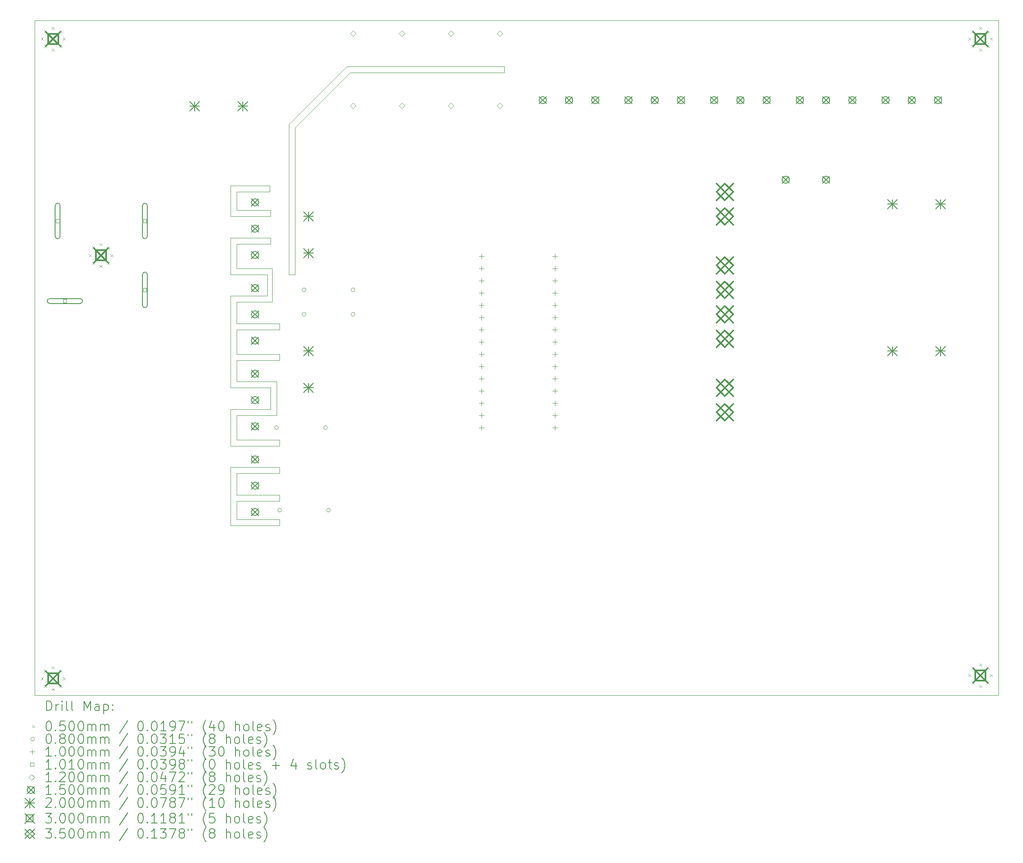
<source format=gbr>
%TF.GenerationSoftware,KiCad,Pcbnew,7.0.2*%
%TF.CreationDate,2023-06-17T20:39:06+02:00*%
%TF.ProjectId,supersmymps v2,73757065-7273-46d7-996d-70732076322e,rev?*%
%TF.SameCoordinates,Original*%
%TF.FileFunction,Drillmap*%
%TF.FilePolarity,Positive*%
%FSLAX45Y45*%
G04 Gerber Fmt 4.5, Leading zero omitted, Abs format (unit mm)*
G04 Created by KiCad (PCBNEW 7.0.2) date 2023-06-17 20:39:06*
%MOMM*%
%LPD*%
G01*
G04 APERTURE LIST*
%ADD10C,0.100000*%
%ADD11C,0.200000*%
%ADD12C,0.050000*%
%ADD13C,0.080000*%
%ADD14C,0.101000*%
%ADD15C,0.120000*%
%ADD16C,0.150000*%
%ADD17C,0.300000*%
%ADD18C,0.350000*%
G04 APERTURE END LIST*
D10*
X6064000Y-12477500D02*
X6064000Y-11969500D01*
X7080000Y-12477500D02*
X6064000Y-12477500D01*
X7080000Y-12350500D02*
X7080000Y-12477500D01*
X6191000Y-12350500D02*
X6191000Y-11969500D01*
X7080000Y-12350500D02*
X6191000Y-12350500D01*
X6191000Y-5556000D02*
X6876800Y-5556000D01*
X6191000Y-5937000D02*
X6191000Y-5556000D01*
X6064000Y-5429000D02*
X6064000Y-5937000D01*
X6876800Y-5429000D02*
X6064000Y-5429000D01*
X6876800Y-5556000D02*
X6876800Y-5429000D01*
X6064000Y-7143500D02*
X6064000Y-6635500D01*
X6191000Y-7143500D02*
X6191000Y-6635500D01*
X6826000Y-7715000D02*
X6826000Y-7270500D01*
X6064000Y-11842500D02*
X6064000Y-11398000D01*
X6191000Y-11398000D02*
X6191000Y-11842500D01*
X6064000Y-10699500D02*
X6064000Y-10191500D01*
X6191000Y-10699500D02*
X6191000Y-10191500D01*
X6064000Y-8286500D02*
X6064000Y-7842000D01*
X6191000Y-8286500D02*
X6191000Y-7842000D01*
X6064000Y-8921500D02*
X6064000Y-8413500D01*
X6191000Y-8921500D02*
X6191000Y-8413500D01*
X6064000Y-9493000D02*
X6064000Y-9048500D01*
X6191000Y-9493000D02*
X6191000Y-9048500D01*
X6889500Y-10064500D02*
X6889500Y-9620000D01*
X6191000Y-11842500D02*
X7080000Y-11842500D01*
X6064000Y-11969500D02*
X6064000Y-11842500D01*
X7080000Y-11969500D02*
X6191000Y-11969500D01*
X7080000Y-11842500D02*
X7080000Y-11969500D01*
X6064000Y-11271000D02*
X7080000Y-11271000D01*
X6064000Y-11398000D02*
X6064000Y-11271000D01*
X7080000Y-11398000D02*
X6191000Y-11398000D01*
X7080000Y-11271000D02*
X7080000Y-11398000D01*
X6191000Y-10699500D02*
X7080000Y-10699500D01*
X6064000Y-10826500D02*
X6064000Y-10699500D01*
X7080000Y-10826500D02*
X6064000Y-10826500D01*
X7080000Y-10699500D02*
X7080000Y-10826500D01*
X7016500Y-10191500D02*
X7016500Y-10064500D01*
X6191000Y-10191500D02*
X7016500Y-10191500D01*
X6064000Y-10064500D02*
X6064000Y-10191500D01*
X6889500Y-10064500D02*
X6064000Y-10064500D01*
X7016500Y-10064500D02*
X7016500Y-9493000D01*
X6064000Y-9620000D02*
X6889500Y-9620000D01*
X6064000Y-9493000D02*
X6064000Y-9620000D01*
X7016500Y-9493000D02*
X6191000Y-9493000D01*
X6191000Y-5937000D02*
X6889500Y-5937000D01*
X6064000Y-6064000D02*
X6064000Y-5937000D01*
X6889500Y-6064000D02*
X6064000Y-6064000D01*
X6889500Y-5937000D02*
X6889500Y-6064000D01*
X6191000Y-6635500D02*
X6889500Y-6635500D01*
X6064000Y-6508500D02*
X6064000Y-6635500D01*
X6889500Y-6508500D02*
X6064000Y-6508500D01*
X6889500Y-6635500D02*
X6889500Y-6508500D01*
X6826000Y-7270500D02*
X6064000Y-7270500D01*
X6927600Y-7143500D02*
X6927600Y-7715000D01*
X6191000Y-7143500D02*
X6927600Y-7143500D01*
X6064000Y-7270500D02*
X6064000Y-7143500D01*
X6191000Y-8286500D02*
X7080000Y-8286500D01*
X6064000Y-8413500D02*
X6064000Y-8286500D01*
X7080000Y-8413500D02*
X6191000Y-8413500D01*
X7080000Y-8286500D02*
X7080000Y-8413500D01*
X6064000Y-7715000D02*
X6635500Y-7715000D01*
X6064000Y-7842000D02*
X6064000Y-7715000D01*
X6927600Y-7842000D02*
X6191000Y-7842000D01*
X6927600Y-7715000D02*
X6927600Y-7842000D01*
X6635500Y-7715000D02*
X6826000Y-7715000D01*
X6064000Y-9048500D02*
X6064000Y-8921500D01*
X7080000Y-9048500D02*
X6191000Y-9048500D01*
X7080000Y-8921500D02*
X7080000Y-9048500D01*
X6191000Y-8921500D02*
X7080000Y-8921500D01*
X7397500Y-7270500D02*
X7270500Y-7270500D01*
X7397500Y-6191000D02*
X7397500Y-7270500D01*
X7397500Y-4222500D02*
X7397500Y-6191000D01*
X8540500Y-3079500D02*
X7397500Y-4222500D01*
X11747500Y-3079500D02*
X8540500Y-3079500D01*
X11747500Y-2952500D02*
X11747500Y-3079500D01*
X8477000Y-2952500D02*
X11747500Y-2952500D01*
X7270500Y-4159000D02*
X8477000Y-2952500D01*
X7270500Y-7270500D02*
X7270500Y-4159000D01*
X2000000Y-2000000D02*
X22000000Y-2000000D01*
X22000000Y-16000000D01*
X2000000Y-16000000D01*
X2000000Y-2000000D01*
D11*
D12*
X2131000Y-2356000D02*
X2181000Y-2406000D01*
X2181000Y-2356000D02*
X2131000Y-2406000D01*
X2131000Y-15627500D02*
X2181000Y-15677500D01*
X2181000Y-15627500D02*
X2131000Y-15677500D01*
X2196901Y-2196901D02*
X2246901Y-2246901D01*
X2246901Y-2196901D02*
X2196901Y-2246901D01*
X2196901Y-2515099D02*
X2246901Y-2565099D01*
X2246901Y-2515099D02*
X2196901Y-2565099D01*
X2196901Y-15468401D02*
X2246901Y-15518401D01*
X2246901Y-15468401D02*
X2196901Y-15518401D01*
X2196901Y-15786599D02*
X2246901Y-15836599D01*
X2246901Y-15786599D02*
X2196901Y-15836599D01*
X2356000Y-2131000D02*
X2406000Y-2181000D01*
X2406000Y-2131000D02*
X2356000Y-2181000D01*
X2356000Y-2581000D02*
X2406000Y-2631000D01*
X2406000Y-2581000D02*
X2356000Y-2631000D01*
X2356000Y-15402500D02*
X2406000Y-15452500D01*
X2406000Y-15402500D02*
X2356000Y-15452500D01*
X2356000Y-15852500D02*
X2406000Y-15902500D01*
X2406000Y-15852500D02*
X2356000Y-15902500D01*
X2515099Y-2196901D02*
X2565099Y-2246901D01*
X2565099Y-2196901D02*
X2515099Y-2246901D01*
X2515099Y-2515099D02*
X2565099Y-2565099D01*
X2565099Y-2515099D02*
X2515099Y-2565099D01*
X2515099Y-15468401D02*
X2565099Y-15518401D01*
X2565099Y-15468401D02*
X2515099Y-15518401D01*
X2515099Y-15786599D02*
X2565099Y-15836599D01*
X2565099Y-15786599D02*
X2515099Y-15836599D01*
X2581000Y-2356000D02*
X2631000Y-2406000D01*
X2631000Y-2356000D02*
X2581000Y-2406000D01*
X2581000Y-15627500D02*
X2631000Y-15677500D01*
X2631000Y-15627500D02*
X2581000Y-15677500D01*
X3123250Y-6847500D02*
X3173250Y-6897500D01*
X3173250Y-6847500D02*
X3123250Y-6897500D01*
X3189151Y-6688401D02*
X3239151Y-6738401D01*
X3239151Y-6688401D02*
X3189151Y-6738401D01*
X3189151Y-7006599D02*
X3239151Y-7056599D01*
X3239151Y-7006599D02*
X3189151Y-7056599D01*
X3348250Y-6622500D02*
X3398250Y-6672500D01*
X3398250Y-6622500D02*
X3348250Y-6672500D01*
X3348250Y-7072500D02*
X3398250Y-7122500D01*
X3398250Y-7072500D02*
X3348250Y-7122500D01*
X3507349Y-6688401D02*
X3557349Y-6738401D01*
X3557349Y-6688401D02*
X3507349Y-6738401D01*
X3507349Y-7006599D02*
X3557349Y-7056599D01*
X3557349Y-7006599D02*
X3507349Y-7056599D01*
X3573250Y-6847500D02*
X3623250Y-6897500D01*
X3623250Y-6847500D02*
X3573250Y-6897500D01*
X21371500Y-2356000D02*
X21421500Y-2406000D01*
X21421500Y-2356000D02*
X21371500Y-2406000D01*
X21371500Y-15564000D02*
X21421500Y-15614000D01*
X21421500Y-15564000D02*
X21371500Y-15614000D01*
X21437401Y-2196901D02*
X21487401Y-2246901D01*
X21487401Y-2196901D02*
X21437401Y-2246901D01*
X21437401Y-2515099D02*
X21487401Y-2565099D01*
X21487401Y-2515099D02*
X21437401Y-2565099D01*
X21437401Y-15404901D02*
X21487401Y-15454901D01*
X21487401Y-15404901D02*
X21437401Y-15454901D01*
X21437401Y-15723099D02*
X21487401Y-15773099D01*
X21487401Y-15723099D02*
X21437401Y-15773099D01*
X21596500Y-2131000D02*
X21646500Y-2181000D01*
X21646500Y-2131000D02*
X21596500Y-2181000D01*
X21596500Y-2581000D02*
X21646500Y-2631000D01*
X21646500Y-2581000D02*
X21596500Y-2631000D01*
X21596500Y-15339000D02*
X21646500Y-15389000D01*
X21646500Y-15339000D02*
X21596500Y-15389000D01*
X21596500Y-15789000D02*
X21646500Y-15839000D01*
X21646500Y-15789000D02*
X21596500Y-15839000D01*
X21755599Y-2196901D02*
X21805599Y-2246901D01*
X21805599Y-2196901D02*
X21755599Y-2246901D01*
X21755599Y-2515099D02*
X21805599Y-2565099D01*
X21805599Y-2515099D02*
X21755599Y-2565099D01*
X21755599Y-15404901D02*
X21805599Y-15454901D01*
X21805599Y-15404901D02*
X21755599Y-15454901D01*
X21755599Y-15723099D02*
X21805599Y-15773099D01*
X21805599Y-15723099D02*
X21755599Y-15773099D01*
X21821500Y-2356000D02*
X21871500Y-2406000D01*
X21871500Y-2356000D02*
X21821500Y-2406000D01*
X21821500Y-15564000D02*
X21871500Y-15614000D01*
X21871500Y-15564000D02*
X21821500Y-15614000D01*
D13*
X7056500Y-10445500D02*
G75*
G03*
X7056500Y-10445500I-40000J0D01*
G01*
X7120000Y-12160000D02*
G75*
G03*
X7120000Y-12160000I-40000J0D01*
G01*
X7628000Y-7588000D02*
G75*
G03*
X7628000Y-7588000I-40000J0D01*
G01*
X7628000Y-8096000D02*
G75*
G03*
X7628000Y-8096000I-40000J0D01*
G01*
X8072500Y-10445500D02*
G75*
G03*
X8072500Y-10445500I-40000J0D01*
G01*
X8136000Y-12160000D02*
G75*
G03*
X8136000Y-12160000I-40000J0D01*
G01*
X8644000Y-7588000D02*
G75*
G03*
X8644000Y-7588000I-40000J0D01*
G01*
X8644000Y-8096000D02*
G75*
G03*
X8644000Y-8096000I-40000J0D01*
G01*
D10*
X11271000Y-6839500D02*
X11271000Y-6939500D01*
X11221000Y-6889500D02*
X11321000Y-6889500D01*
X11271000Y-7093500D02*
X11271000Y-7193500D01*
X11221000Y-7143500D02*
X11321000Y-7143500D01*
X11271000Y-7347500D02*
X11271000Y-7447500D01*
X11221000Y-7397500D02*
X11321000Y-7397500D01*
X11271000Y-7601500D02*
X11271000Y-7701500D01*
X11221000Y-7651500D02*
X11321000Y-7651500D01*
X11271000Y-7855500D02*
X11271000Y-7955500D01*
X11221000Y-7905500D02*
X11321000Y-7905500D01*
X11271000Y-8109500D02*
X11271000Y-8209500D01*
X11221000Y-8159500D02*
X11321000Y-8159500D01*
X11271000Y-8363500D02*
X11271000Y-8463500D01*
X11221000Y-8413500D02*
X11321000Y-8413500D01*
X11271000Y-8617500D02*
X11271000Y-8717500D01*
X11221000Y-8667500D02*
X11321000Y-8667500D01*
X11271000Y-8871500D02*
X11271000Y-8971500D01*
X11221000Y-8921500D02*
X11321000Y-8921500D01*
X11271000Y-9125500D02*
X11271000Y-9225500D01*
X11221000Y-9175500D02*
X11321000Y-9175500D01*
X11271000Y-9379500D02*
X11271000Y-9479500D01*
X11221000Y-9429500D02*
X11321000Y-9429500D01*
X11271000Y-9633500D02*
X11271000Y-9733500D01*
X11221000Y-9683500D02*
X11321000Y-9683500D01*
X11271000Y-9887500D02*
X11271000Y-9987500D01*
X11221000Y-9937500D02*
X11321000Y-9937500D01*
X11271000Y-10141500D02*
X11271000Y-10241500D01*
X11221000Y-10191500D02*
X11321000Y-10191500D01*
X11271000Y-10395500D02*
X11271000Y-10495500D01*
X11221000Y-10445500D02*
X11321000Y-10445500D01*
X12795000Y-6839500D02*
X12795000Y-6939500D01*
X12745000Y-6889500D02*
X12845000Y-6889500D01*
X12795000Y-7093500D02*
X12795000Y-7193500D01*
X12745000Y-7143500D02*
X12845000Y-7143500D01*
X12795000Y-7347500D02*
X12795000Y-7447500D01*
X12745000Y-7397500D02*
X12845000Y-7397500D01*
X12795000Y-7601500D02*
X12795000Y-7701500D01*
X12745000Y-7651500D02*
X12845000Y-7651500D01*
X12795000Y-7855500D02*
X12795000Y-7955500D01*
X12745000Y-7905500D02*
X12845000Y-7905500D01*
X12795000Y-8109500D02*
X12795000Y-8209500D01*
X12745000Y-8159500D02*
X12845000Y-8159500D01*
X12795000Y-8363500D02*
X12795000Y-8463500D01*
X12745000Y-8413500D02*
X12845000Y-8413500D01*
X12795000Y-8617500D02*
X12795000Y-8717500D01*
X12745000Y-8667500D02*
X12845000Y-8667500D01*
X12795000Y-8871500D02*
X12795000Y-8971500D01*
X12745000Y-8921500D02*
X12845000Y-8921500D01*
X12795000Y-9125500D02*
X12795000Y-9225500D01*
X12745000Y-9175500D02*
X12845000Y-9175500D01*
X12795000Y-9379500D02*
X12795000Y-9479500D01*
X12745000Y-9429500D02*
X12845000Y-9429500D01*
X12795000Y-9633500D02*
X12795000Y-9733500D01*
X12745000Y-9683500D02*
X12845000Y-9683500D01*
X12795000Y-9887500D02*
X12795000Y-9987500D01*
X12745000Y-9937500D02*
X12845000Y-9937500D01*
X12795000Y-10141500D02*
X12795000Y-10241500D01*
X12745000Y-10191500D02*
X12845000Y-10191500D01*
X12795000Y-10395500D02*
X12795000Y-10495500D01*
X12745000Y-10445500D02*
X12845000Y-10445500D01*
D14*
X2511709Y-6193709D02*
X2511709Y-6122291D01*
X2440291Y-6122291D01*
X2440291Y-6193709D01*
X2511709Y-6193709D01*
D11*
X2526500Y-6475500D02*
X2526500Y-5840500D01*
X2526500Y-5840500D02*
G75*
G03*
X2425500Y-5840500I-50500J0D01*
G01*
X2425500Y-5840500D02*
X2425500Y-6475500D01*
X2425500Y-6475500D02*
G75*
G03*
X2526500Y-6475500I50500J0D01*
G01*
D14*
X2661709Y-7853709D02*
X2661709Y-7782291D01*
X2590291Y-7782291D01*
X2590291Y-7853709D01*
X2661709Y-7853709D01*
D11*
X2943500Y-7767500D02*
X2308500Y-7767500D01*
X2308500Y-7767500D02*
G75*
G03*
X2308500Y-7868500I0J-50500D01*
G01*
X2308500Y-7868500D02*
X2943500Y-7868500D01*
X2943500Y-7868500D02*
G75*
G03*
X2943500Y-7767500I0J50500D01*
G01*
D14*
X4321709Y-6193709D02*
X4321709Y-6122291D01*
X4250291Y-6122291D01*
X4250291Y-6193709D01*
X4321709Y-6193709D01*
D11*
X4336500Y-6475500D02*
X4336500Y-5840500D01*
X4336500Y-5840500D02*
G75*
G03*
X4235500Y-5840500I-50500J0D01*
G01*
X4235500Y-5840500D02*
X4235500Y-6475500D01*
X4235500Y-6475500D02*
G75*
G03*
X4336500Y-6475500I50500J0D01*
G01*
D14*
X4321709Y-7623709D02*
X4321709Y-7552291D01*
X4250291Y-7552291D01*
X4250291Y-7623709D01*
X4321709Y-7623709D01*
D11*
X4336500Y-7905500D02*
X4336500Y-7270500D01*
X4336500Y-7270500D02*
G75*
G03*
X4235500Y-7270500I-50500J0D01*
G01*
X4235500Y-7270500D02*
X4235500Y-7905500D01*
X4235500Y-7905500D02*
G75*
G03*
X4336500Y-7905500I50500J0D01*
G01*
D15*
X8604000Y-2326000D02*
X8664000Y-2266000D01*
X8604000Y-2206000D01*
X8544000Y-2266000D01*
X8604000Y-2326000D01*
X8604000Y-3826000D02*
X8664000Y-3766000D01*
X8604000Y-3706000D01*
X8544000Y-3766000D01*
X8604000Y-3826000D01*
X9620000Y-2326000D02*
X9680000Y-2266000D01*
X9620000Y-2206000D01*
X9560000Y-2266000D01*
X9620000Y-2326000D01*
X9620000Y-3826000D02*
X9680000Y-3766000D01*
X9620000Y-3706000D01*
X9560000Y-3766000D01*
X9620000Y-3826000D01*
X10636000Y-2326000D02*
X10696000Y-2266000D01*
X10636000Y-2206000D01*
X10576000Y-2266000D01*
X10636000Y-2326000D01*
X10636000Y-3826000D02*
X10696000Y-3766000D01*
X10636000Y-3706000D01*
X10576000Y-3766000D01*
X10636000Y-3826000D01*
X11652000Y-2326000D02*
X11712000Y-2266000D01*
X11652000Y-2206000D01*
X11592000Y-2266000D01*
X11652000Y-2326000D01*
X11652000Y-3826000D02*
X11712000Y-3766000D01*
X11652000Y-3706000D01*
X11592000Y-3766000D01*
X11652000Y-3826000D01*
D16*
X6497000Y-5698000D02*
X6647000Y-5848000D01*
X6647000Y-5698000D02*
X6497000Y-5848000D01*
X6647000Y-5773000D02*
G75*
G03*
X6647000Y-5773000I-75000J0D01*
G01*
X6497000Y-6243000D02*
X6647000Y-6393000D01*
X6647000Y-6243000D02*
X6497000Y-6393000D01*
X6647000Y-6318000D02*
G75*
G03*
X6647000Y-6318000I-75000J0D01*
G01*
X6497000Y-6788000D02*
X6647000Y-6938000D01*
X6647000Y-6788000D02*
X6497000Y-6938000D01*
X6647000Y-6863000D02*
G75*
G03*
X6647000Y-6863000I-75000J0D01*
G01*
X6497000Y-7476000D02*
X6647000Y-7626000D01*
X6647000Y-7476000D02*
X6497000Y-7626000D01*
X6647000Y-7551000D02*
G75*
G03*
X6647000Y-7551000I-75000J0D01*
G01*
X6497000Y-8021000D02*
X6647000Y-8171000D01*
X6647000Y-8021000D02*
X6497000Y-8171000D01*
X6647000Y-8096000D02*
G75*
G03*
X6647000Y-8096000I-75000J0D01*
G01*
X6497000Y-8566000D02*
X6647000Y-8716000D01*
X6647000Y-8566000D02*
X6497000Y-8716000D01*
X6647000Y-8641000D02*
G75*
G03*
X6647000Y-8641000I-75000J0D01*
G01*
X6497000Y-9254000D02*
X6647000Y-9404000D01*
X6647000Y-9254000D02*
X6497000Y-9404000D01*
X6647000Y-9329000D02*
G75*
G03*
X6647000Y-9329000I-75000J0D01*
G01*
X6497000Y-9799000D02*
X6647000Y-9949000D01*
X6647000Y-9799000D02*
X6497000Y-9949000D01*
X6647000Y-9874000D02*
G75*
G03*
X6647000Y-9874000I-75000J0D01*
G01*
X6497000Y-10344000D02*
X6647000Y-10494000D01*
X6647000Y-10344000D02*
X6497000Y-10494000D01*
X6647000Y-10419000D02*
G75*
G03*
X6647000Y-10419000I-75000J0D01*
G01*
X6497000Y-11032000D02*
X6647000Y-11182000D01*
X6647000Y-11032000D02*
X6497000Y-11182000D01*
X6647000Y-11107000D02*
G75*
G03*
X6647000Y-11107000I-75000J0D01*
G01*
X6497000Y-11577000D02*
X6647000Y-11727000D01*
X6647000Y-11577000D02*
X6497000Y-11727000D01*
X6647000Y-11652000D02*
G75*
G03*
X6647000Y-11652000I-75000J0D01*
G01*
X6497000Y-12122000D02*
X6647000Y-12272000D01*
X6647000Y-12122000D02*
X6497000Y-12272000D01*
X6647000Y-12197000D02*
G75*
G03*
X6647000Y-12197000I-75000J0D01*
G01*
X12466000Y-3576000D02*
X12616000Y-3726000D01*
X12616000Y-3576000D02*
X12466000Y-3726000D01*
X12616000Y-3651000D02*
G75*
G03*
X12616000Y-3651000I-75000J0D01*
G01*
X13011000Y-3576000D02*
X13161000Y-3726000D01*
X13161000Y-3576000D02*
X13011000Y-3726000D01*
X13161000Y-3651000D02*
G75*
G03*
X13161000Y-3651000I-75000J0D01*
G01*
X13556000Y-3576000D02*
X13706000Y-3726000D01*
X13706000Y-3576000D02*
X13556000Y-3726000D01*
X13706000Y-3651000D02*
G75*
G03*
X13706000Y-3651000I-75000J0D01*
G01*
X14244000Y-3576000D02*
X14394000Y-3726000D01*
X14394000Y-3576000D02*
X14244000Y-3726000D01*
X14394000Y-3651000D02*
G75*
G03*
X14394000Y-3651000I-75000J0D01*
G01*
X14789000Y-3576000D02*
X14939000Y-3726000D01*
X14939000Y-3576000D02*
X14789000Y-3726000D01*
X14939000Y-3651000D02*
G75*
G03*
X14939000Y-3651000I-75000J0D01*
G01*
X15334000Y-3576000D02*
X15484000Y-3726000D01*
X15484000Y-3576000D02*
X15334000Y-3726000D01*
X15484000Y-3651000D02*
G75*
G03*
X15484000Y-3651000I-75000J0D01*
G01*
X16022000Y-3576000D02*
X16172000Y-3726000D01*
X16172000Y-3576000D02*
X16022000Y-3726000D01*
X16172000Y-3651000D02*
G75*
G03*
X16172000Y-3651000I-75000J0D01*
G01*
X16567000Y-3576000D02*
X16717000Y-3726000D01*
X16717000Y-3576000D02*
X16567000Y-3726000D01*
X16717000Y-3651000D02*
G75*
G03*
X16717000Y-3651000I-75000J0D01*
G01*
X17112000Y-3576000D02*
X17262000Y-3726000D01*
X17262000Y-3576000D02*
X17112000Y-3726000D01*
X17262000Y-3651000D02*
G75*
G03*
X17262000Y-3651000I-75000J0D01*
G01*
X17507500Y-5227000D02*
X17657500Y-5377000D01*
X17657500Y-5227000D02*
X17507500Y-5377000D01*
X17657500Y-5302000D02*
G75*
G03*
X17657500Y-5302000I-75000J0D01*
G01*
X17800000Y-3576000D02*
X17950000Y-3726000D01*
X17950000Y-3576000D02*
X17800000Y-3726000D01*
X17950000Y-3651000D02*
G75*
G03*
X17950000Y-3651000I-75000J0D01*
G01*
X18345000Y-3576000D02*
X18495000Y-3726000D01*
X18495000Y-3576000D02*
X18345000Y-3726000D01*
X18495000Y-3651000D02*
G75*
G03*
X18495000Y-3651000I-75000J0D01*
G01*
X18345500Y-5227000D02*
X18495500Y-5377000D01*
X18495500Y-5227000D02*
X18345500Y-5377000D01*
X18495500Y-5302000D02*
G75*
G03*
X18495500Y-5302000I-75000J0D01*
G01*
X18890000Y-3576000D02*
X19040000Y-3726000D01*
X19040000Y-3576000D02*
X18890000Y-3726000D01*
X19040000Y-3651000D02*
G75*
G03*
X19040000Y-3651000I-75000J0D01*
G01*
X19578000Y-3576000D02*
X19728000Y-3726000D01*
X19728000Y-3576000D02*
X19578000Y-3726000D01*
X19728000Y-3651000D02*
G75*
G03*
X19728000Y-3651000I-75000J0D01*
G01*
X20123000Y-3576000D02*
X20273000Y-3726000D01*
X20273000Y-3576000D02*
X20123000Y-3726000D01*
X20273000Y-3651000D02*
G75*
G03*
X20273000Y-3651000I-75000J0D01*
G01*
X20668000Y-3576000D02*
X20818000Y-3726000D01*
X20818000Y-3576000D02*
X20668000Y-3726000D01*
X20818000Y-3651000D02*
G75*
G03*
X20818000Y-3651000I-75000J0D01*
G01*
D11*
X5218000Y-3678000D02*
X5418000Y-3878000D01*
X5418000Y-3678000D02*
X5218000Y-3878000D01*
X5318000Y-3678000D02*
X5318000Y-3878000D01*
X5218000Y-3778000D02*
X5418000Y-3778000D01*
X6218000Y-3678000D02*
X6418000Y-3878000D01*
X6418000Y-3678000D02*
X6218000Y-3878000D01*
X6318000Y-3678000D02*
X6318000Y-3878000D01*
X6218000Y-3778000D02*
X6418000Y-3778000D01*
X7582000Y-5964000D02*
X7782000Y-6164000D01*
X7782000Y-5964000D02*
X7582000Y-6164000D01*
X7682000Y-5964000D02*
X7682000Y-6164000D01*
X7582000Y-6064000D02*
X7782000Y-6064000D01*
X7582000Y-6726000D02*
X7782000Y-6926000D01*
X7782000Y-6726000D02*
X7582000Y-6926000D01*
X7682000Y-6726000D02*
X7682000Y-6926000D01*
X7582000Y-6826000D02*
X7782000Y-6826000D01*
X7582000Y-8758000D02*
X7782000Y-8958000D01*
X7782000Y-8758000D02*
X7582000Y-8958000D01*
X7682000Y-8758000D02*
X7682000Y-8958000D01*
X7582000Y-8858000D02*
X7782000Y-8858000D01*
X7582000Y-9520000D02*
X7782000Y-9720000D01*
X7782000Y-9520000D02*
X7582000Y-9720000D01*
X7682000Y-9520000D02*
X7682000Y-9720000D01*
X7582000Y-9620000D02*
X7782000Y-9620000D01*
X19696000Y-5710000D02*
X19896000Y-5910000D01*
X19896000Y-5710000D02*
X19696000Y-5910000D01*
X19796000Y-5710000D02*
X19796000Y-5910000D01*
X19696000Y-5810000D02*
X19896000Y-5810000D01*
X19696000Y-8758000D02*
X19896000Y-8958000D01*
X19896000Y-8758000D02*
X19696000Y-8958000D01*
X19796000Y-8758000D02*
X19796000Y-8958000D01*
X19696000Y-8858000D02*
X19896000Y-8858000D01*
X20696000Y-5710000D02*
X20896000Y-5910000D01*
X20896000Y-5710000D02*
X20696000Y-5910000D01*
X20796000Y-5710000D02*
X20796000Y-5910000D01*
X20696000Y-5810000D02*
X20896000Y-5810000D01*
X20696000Y-8758000D02*
X20896000Y-8958000D01*
X20896000Y-8758000D02*
X20696000Y-8958000D01*
X20796000Y-8758000D02*
X20796000Y-8958000D01*
X20696000Y-8858000D02*
X20896000Y-8858000D01*
D17*
X2231000Y-2231000D02*
X2531000Y-2531000D01*
X2531000Y-2231000D02*
X2231000Y-2531000D01*
X2487067Y-2487067D02*
X2487067Y-2274933D01*
X2274933Y-2274933D01*
X2274933Y-2487067D01*
X2487067Y-2487067D01*
X2231000Y-15502500D02*
X2531000Y-15802500D01*
X2531000Y-15502500D02*
X2231000Y-15802500D01*
X2487067Y-15758567D02*
X2487067Y-15546433D01*
X2274933Y-15546433D01*
X2274933Y-15758567D01*
X2487067Y-15758567D01*
X3223250Y-6722500D02*
X3523250Y-7022500D01*
X3523250Y-6722500D02*
X3223250Y-7022500D01*
X3479317Y-6978567D02*
X3479317Y-6766433D01*
X3267183Y-6766433D01*
X3267183Y-6978567D01*
X3479317Y-6978567D01*
X21471500Y-2231000D02*
X21771500Y-2531000D01*
X21771500Y-2231000D02*
X21471500Y-2531000D01*
X21727567Y-2487067D02*
X21727567Y-2274933D01*
X21515433Y-2274933D01*
X21515433Y-2487067D01*
X21727567Y-2487067D01*
X21471500Y-15439000D02*
X21771500Y-15739000D01*
X21771500Y-15439000D02*
X21471500Y-15739000D01*
X21727567Y-15695067D02*
X21727567Y-15482933D01*
X21515433Y-15482933D01*
X21515433Y-15695067D01*
X21727567Y-15695067D01*
D18*
X16143000Y-5381000D02*
X16493000Y-5731000D01*
X16493000Y-5381000D02*
X16143000Y-5731000D01*
X16318000Y-5731000D02*
X16493000Y-5556000D01*
X16318000Y-5381000D01*
X16143000Y-5556000D01*
X16318000Y-5731000D01*
X16143000Y-5889000D02*
X16493000Y-6239000D01*
X16493000Y-5889000D02*
X16143000Y-6239000D01*
X16318000Y-6239000D02*
X16493000Y-6064000D01*
X16318000Y-5889000D01*
X16143000Y-6064000D01*
X16318000Y-6239000D01*
X16143000Y-6905000D02*
X16493000Y-7255000D01*
X16493000Y-6905000D02*
X16143000Y-7255000D01*
X16318000Y-7255000D02*
X16493000Y-7080000D01*
X16318000Y-6905000D01*
X16143000Y-7080000D01*
X16318000Y-7255000D01*
X16143000Y-7413000D02*
X16493000Y-7763000D01*
X16493000Y-7413000D02*
X16143000Y-7763000D01*
X16318000Y-7763000D02*
X16493000Y-7588000D01*
X16318000Y-7413000D01*
X16143000Y-7588000D01*
X16318000Y-7763000D01*
X16143000Y-7921000D02*
X16493000Y-8271000D01*
X16493000Y-7921000D02*
X16143000Y-8271000D01*
X16318000Y-8271000D02*
X16493000Y-8096000D01*
X16318000Y-7921000D01*
X16143000Y-8096000D01*
X16318000Y-8271000D01*
X16143000Y-8429000D02*
X16493000Y-8779000D01*
X16493000Y-8429000D02*
X16143000Y-8779000D01*
X16318000Y-8779000D02*
X16493000Y-8604000D01*
X16318000Y-8429000D01*
X16143000Y-8604000D01*
X16318000Y-8779000D01*
X16143000Y-9445000D02*
X16493000Y-9795000D01*
X16493000Y-9445000D02*
X16143000Y-9795000D01*
X16318000Y-9795000D02*
X16493000Y-9620000D01*
X16318000Y-9445000D01*
X16143000Y-9620000D01*
X16318000Y-9795000D01*
X16143000Y-9953000D02*
X16493000Y-10303000D01*
X16493000Y-9953000D02*
X16143000Y-10303000D01*
X16318000Y-10303000D02*
X16493000Y-10128000D01*
X16318000Y-9953000D01*
X16143000Y-10128000D01*
X16318000Y-10303000D01*
D11*
X2242619Y-16317524D02*
X2242619Y-16117524D01*
X2242619Y-16117524D02*
X2290238Y-16117524D01*
X2290238Y-16117524D02*
X2318810Y-16127048D01*
X2318810Y-16127048D02*
X2337857Y-16146095D01*
X2337857Y-16146095D02*
X2347381Y-16165143D01*
X2347381Y-16165143D02*
X2356905Y-16203238D01*
X2356905Y-16203238D02*
X2356905Y-16231809D01*
X2356905Y-16231809D02*
X2347381Y-16269905D01*
X2347381Y-16269905D02*
X2337857Y-16288952D01*
X2337857Y-16288952D02*
X2318810Y-16308000D01*
X2318810Y-16308000D02*
X2290238Y-16317524D01*
X2290238Y-16317524D02*
X2242619Y-16317524D01*
X2442619Y-16317524D02*
X2442619Y-16184190D01*
X2442619Y-16222286D02*
X2452143Y-16203238D01*
X2452143Y-16203238D02*
X2461667Y-16193714D01*
X2461667Y-16193714D02*
X2480714Y-16184190D01*
X2480714Y-16184190D02*
X2499762Y-16184190D01*
X2566429Y-16317524D02*
X2566429Y-16184190D01*
X2566429Y-16117524D02*
X2556905Y-16127048D01*
X2556905Y-16127048D02*
X2566429Y-16136571D01*
X2566429Y-16136571D02*
X2575952Y-16127048D01*
X2575952Y-16127048D02*
X2566429Y-16117524D01*
X2566429Y-16117524D02*
X2566429Y-16136571D01*
X2690238Y-16317524D02*
X2671190Y-16308000D01*
X2671190Y-16308000D02*
X2661667Y-16288952D01*
X2661667Y-16288952D02*
X2661667Y-16117524D01*
X2795000Y-16317524D02*
X2775952Y-16308000D01*
X2775952Y-16308000D02*
X2766429Y-16288952D01*
X2766429Y-16288952D02*
X2766429Y-16117524D01*
X3023571Y-16317524D02*
X3023571Y-16117524D01*
X3023571Y-16117524D02*
X3090238Y-16260381D01*
X3090238Y-16260381D02*
X3156905Y-16117524D01*
X3156905Y-16117524D02*
X3156905Y-16317524D01*
X3337857Y-16317524D02*
X3337857Y-16212762D01*
X3337857Y-16212762D02*
X3328333Y-16193714D01*
X3328333Y-16193714D02*
X3309286Y-16184190D01*
X3309286Y-16184190D02*
X3271190Y-16184190D01*
X3271190Y-16184190D02*
X3252143Y-16193714D01*
X3337857Y-16308000D02*
X3318809Y-16317524D01*
X3318809Y-16317524D02*
X3271190Y-16317524D01*
X3271190Y-16317524D02*
X3252143Y-16308000D01*
X3252143Y-16308000D02*
X3242619Y-16288952D01*
X3242619Y-16288952D02*
X3242619Y-16269905D01*
X3242619Y-16269905D02*
X3252143Y-16250857D01*
X3252143Y-16250857D02*
X3271190Y-16241333D01*
X3271190Y-16241333D02*
X3318809Y-16241333D01*
X3318809Y-16241333D02*
X3337857Y-16231809D01*
X3433095Y-16184190D02*
X3433095Y-16384190D01*
X3433095Y-16193714D02*
X3452143Y-16184190D01*
X3452143Y-16184190D02*
X3490238Y-16184190D01*
X3490238Y-16184190D02*
X3509286Y-16193714D01*
X3509286Y-16193714D02*
X3518809Y-16203238D01*
X3518809Y-16203238D02*
X3528333Y-16222286D01*
X3528333Y-16222286D02*
X3528333Y-16279428D01*
X3528333Y-16279428D02*
X3518809Y-16298476D01*
X3518809Y-16298476D02*
X3509286Y-16308000D01*
X3509286Y-16308000D02*
X3490238Y-16317524D01*
X3490238Y-16317524D02*
X3452143Y-16317524D01*
X3452143Y-16317524D02*
X3433095Y-16308000D01*
X3614048Y-16298476D02*
X3623571Y-16308000D01*
X3623571Y-16308000D02*
X3614048Y-16317524D01*
X3614048Y-16317524D02*
X3604524Y-16308000D01*
X3604524Y-16308000D02*
X3614048Y-16298476D01*
X3614048Y-16298476D02*
X3614048Y-16317524D01*
X3614048Y-16193714D02*
X3623571Y-16203238D01*
X3623571Y-16203238D02*
X3614048Y-16212762D01*
X3614048Y-16212762D02*
X3604524Y-16203238D01*
X3604524Y-16203238D02*
X3614048Y-16193714D01*
X3614048Y-16193714D02*
X3614048Y-16212762D01*
D12*
X1945000Y-16620000D02*
X1995000Y-16670000D01*
X1995000Y-16620000D02*
X1945000Y-16670000D01*
D11*
X2280714Y-16537524D02*
X2299762Y-16537524D01*
X2299762Y-16537524D02*
X2318810Y-16547048D01*
X2318810Y-16547048D02*
X2328333Y-16556571D01*
X2328333Y-16556571D02*
X2337857Y-16575619D01*
X2337857Y-16575619D02*
X2347381Y-16613714D01*
X2347381Y-16613714D02*
X2347381Y-16661333D01*
X2347381Y-16661333D02*
X2337857Y-16699428D01*
X2337857Y-16699428D02*
X2328333Y-16718476D01*
X2328333Y-16718476D02*
X2318810Y-16728000D01*
X2318810Y-16728000D02*
X2299762Y-16737524D01*
X2299762Y-16737524D02*
X2280714Y-16737524D01*
X2280714Y-16737524D02*
X2261667Y-16728000D01*
X2261667Y-16728000D02*
X2252143Y-16718476D01*
X2252143Y-16718476D02*
X2242619Y-16699428D01*
X2242619Y-16699428D02*
X2233095Y-16661333D01*
X2233095Y-16661333D02*
X2233095Y-16613714D01*
X2233095Y-16613714D02*
X2242619Y-16575619D01*
X2242619Y-16575619D02*
X2252143Y-16556571D01*
X2252143Y-16556571D02*
X2261667Y-16547048D01*
X2261667Y-16547048D02*
X2280714Y-16537524D01*
X2433095Y-16718476D02*
X2442619Y-16728000D01*
X2442619Y-16728000D02*
X2433095Y-16737524D01*
X2433095Y-16737524D02*
X2423571Y-16728000D01*
X2423571Y-16728000D02*
X2433095Y-16718476D01*
X2433095Y-16718476D02*
X2433095Y-16737524D01*
X2623571Y-16537524D02*
X2528333Y-16537524D01*
X2528333Y-16537524D02*
X2518810Y-16632762D01*
X2518810Y-16632762D02*
X2528333Y-16623238D01*
X2528333Y-16623238D02*
X2547381Y-16613714D01*
X2547381Y-16613714D02*
X2595000Y-16613714D01*
X2595000Y-16613714D02*
X2614048Y-16623238D01*
X2614048Y-16623238D02*
X2623571Y-16632762D01*
X2623571Y-16632762D02*
X2633095Y-16651809D01*
X2633095Y-16651809D02*
X2633095Y-16699428D01*
X2633095Y-16699428D02*
X2623571Y-16718476D01*
X2623571Y-16718476D02*
X2614048Y-16728000D01*
X2614048Y-16728000D02*
X2595000Y-16737524D01*
X2595000Y-16737524D02*
X2547381Y-16737524D01*
X2547381Y-16737524D02*
X2528333Y-16728000D01*
X2528333Y-16728000D02*
X2518810Y-16718476D01*
X2756905Y-16537524D02*
X2775952Y-16537524D01*
X2775952Y-16537524D02*
X2795000Y-16547048D01*
X2795000Y-16547048D02*
X2804524Y-16556571D01*
X2804524Y-16556571D02*
X2814048Y-16575619D01*
X2814048Y-16575619D02*
X2823571Y-16613714D01*
X2823571Y-16613714D02*
X2823571Y-16661333D01*
X2823571Y-16661333D02*
X2814048Y-16699428D01*
X2814048Y-16699428D02*
X2804524Y-16718476D01*
X2804524Y-16718476D02*
X2795000Y-16728000D01*
X2795000Y-16728000D02*
X2775952Y-16737524D01*
X2775952Y-16737524D02*
X2756905Y-16737524D01*
X2756905Y-16737524D02*
X2737857Y-16728000D01*
X2737857Y-16728000D02*
X2728333Y-16718476D01*
X2728333Y-16718476D02*
X2718810Y-16699428D01*
X2718810Y-16699428D02*
X2709286Y-16661333D01*
X2709286Y-16661333D02*
X2709286Y-16613714D01*
X2709286Y-16613714D02*
X2718810Y-16575619D01*
X2718810Y-16575619D02*
X2728333Y-16556571D01*
X2728333Y-16556571D02*
X2737857Y-16547048D01*
X2737857Y-16547048D02*
X2756905Y-16537524D01*
X2947381Y-16537524D02*
X2966429Y-16537524D01*
X2966429Y-16537524D02*
X2985476Y-16547048D01*
X2985476Y-16547048D02*
X2995000Y-16556571D01*
X2995000Y-16556571D02*
X3004524Y-16575619D01*
X3004524Y-16575619D02*
X3014048Y-16613714D01*
X3014048Y-16613714D02*
X3014048Y-16661333D01*
X3014048Y-16661333D02*
X3004524Y-16699428D01*
X3004524Y-16699428D02*
X2995000Y-16718476D01*
X2995000Y-16718476D02*
X2985476Y-16728000D01*
X2985476Y-16728000D02*
X2966429Y-16737524D01*
X2966429Y-16737524D02*
X2947381Y-16737524D01*
X2947381Y-16737524D02*
X2928333Y-16728000D01*
X2928333Y-16728000D02*
X2918809Y-16718476D01*
X2918809Y-16718476D02*
X2909286Y-16699428D01*
X2909286Y-16699428D02*
X2899762Y-16661333D01*
X2899762Y-16661333D02*
X2899762Y-16613714D01*
X2899762Y-16613714D02*
X2909286Y-16575619D01*
X2909286Y-16575619D02*
X2918809Y-16556571D01*
X2918809Y-16556571D02*
X2928333Y-16547048D01*
X2928333Y-16547048D02*
X2947381Y-16537524D01*
X3099762Y-16737524D02*
X3099762Y-16604190D01*
X3099762Y-16623238D02*
X3109286Y-16613714D01*
X3109286Y-16613714D02*
X3128333Y-16604190D01*
X3128333Y-16604190D02*
X3156905Y-16604190D01*
X3156905Y-16604190D02*
X3175952Y-16613714D01*
X3175952Y-16613714D02*
X3185476Y-16632762D01*
X3185476Y-16632762D02*
X3185476Y-16737524D01*
X3185476Y-16632762D02*
X3195000Y-16613714D01*
X3195000Y-16613714D02*
X3214048Y-16604190D01*
X3214048Y-16604190D02*
X3242619Y-16604190D01*
X3242619Y-16604190D02*
X3261667Y-16613714D01*
X3261667Y-16613714D02*
X3271190Y-16632762D01*
X3271190Y-16632762D02*
X3271190Y-16737524D01*
X3366429Y-16737524D02*
X3366429Y-16604190D01*
X3366429Y-16623238D02*
X3375952Y-16613714D01*
X3375952Y-16613714D02*
X3395000Y-16604190D01*
X3395000Y-16604190D02*
X3423571Y-16604190D01*
X3423571Y-16604190D02*
X3442619Y-16613714D01*
X3442619Y-16613714D02*
X3452143Y-16632762D01*
X3452143Y-16632762D02*
X3452143Y-16737524D01*
X3452143Y-16632762D02*
X3461667Y-16613714D01*
X3461667Y-16613714D02*
X3480714Y-16604190D01*
X3480714Y-16604190D02*
X3509286Y-16604190D01*
X3509286Y-16604190D02*
X3528333Y-16613714D01*
X3528333Y-16613714D02*
X3537857Y-16632762D01*
X3537857Y-16632762D02*
X3537857Y-16737524D01*
X3928333Y-16528000D02*
X3756905Y-16785143D01*
X4185476Y-16537524D02*
X4204524Y-16537524D01*
X4204524Y-16537524D02*
X4223572Y-16547048D01*
X4223572Y-16547048D02*
X4233095Y-16556571D01*
X4233095Y-16556571D02*
X4242619Y-16575619D01*
X4242619Y-16575619D02*
X4252143Y-16613714D01*
X4252143Y-16613714D02*
X4252143Y-16661333D01*
X4252143Y-16661333D02*
X4242619Y-16699428D01*
X4242619Y-16699428D02*
X4233095Y-16718476D01*
X4233095Y-16718476D02*
X4223572Y-16728000D01*
X4223572Y-16728000D02*
X4204524Y-16737524D01*
X4204524Y-16737524D02*
X4185476Y-16737524D01*
X4185476Y-16737524D02*
X4166429Y-16728000D01*
X4166429Y-16728000D02*
X4156905Y-16718476D01*
X4156905Y-16718476D02*
X4147381Y-16699428D01*
X4147381Y-16699428D02*
X4137857Y-16661333D01*
X4137857Y-16661333D02*
X4137857Y-16613714D01*
X4137857Y-16613714D02*
X4147381Y-16575619D01*
X4147381Y-16575619D02*
X4156905Y-16556571D01*
X4156905Y-16556571D02*
X4166429Y-16547048D01*
X4166429Y-16547048D02*
X4185476Y-16537524D01*
X4337857Y-16718476D02*
X4347381Y-16728000D01*
X4347381Y-16728000D02*
X4337857Y-16737524D01*
X4337857Y-16737524D02*
X4328334Y-16728000D01*
X4328334Y-16728000D02*
X4337857Y-16718476D01*
X4337857Y-16718476D02*
X4337857Y-16737524D01*
X4471191Y-16537524D02*
X4490238Y-16537524D01*
X4490238Y-16537524D02*
X4509286Y-16547048D01*
X4509286Y-16547048D02*
X4518810Y-16556571D01*
X4518810Y-16556571D02*
X4528334Y-16575619D01*
X4528334Y-16575619D02*
X4537857Y-16613714D01*
X4537857Y-16613714D02*
X4537857Y-16661333D01*
X4537857Y-16661333D02*
X4528334Y-16699428D01*
X4528334Y-16699428D02*
X4518810Y-16718476D01*
X4518810Y-16718476D02*
X4509286Y-16728000D01*
X4509286Y-16728000D02*
X4490238Y-16737524D01*
X4490238Y-16737524D02*
X4471191Y-16737524D01*
X4471191Y-16737524D02*
X4452143Y-16728000D01*
X4452143Y-16728000D02*
X4442619Y-16718476D01*
X4442619Y-16718476D02*
X4433095Y-16699428D01*
X4433095Y-16699428D02*
X4423572Y-16661333D01*
X4423572Y-16661333D02*
X4423572Y-16613714D01*
X4423572Y-16613714D02*
X4433095Y-16575619D01*
X4433095Y-16575619D02*
X4442619Y-16556571D01*
X4442619Y-16556571D02*
X4452143Y-16547048D01*
X4452143Y-16547048D02*
X4471191Y-16537524D01*
X4728334Y-16737524D02*
X4614048Y-16737524D01*
X4671191Y-16737524D02*
X4671191Y-16537524D01*
X4671191Y-16537524D02*
X4652143Y-16566095D01*
X4652143Y-16566095D02*
X4633095Y-16585143D01*
X4633095Y-16585143D02*
X4614048Y-16594667D01*
X4823572Y-16737524D02*
X4861667Y-16737524D01*
X4861667Y-16737524D02*
X4880715Y-16728000D01*
X4880715Y-16728000D02*
X4890238Y-16718476D01*
X4890238Y-16718476D02*
X4909286Y-16689905D01*
X4909286Y-16689905D02*
X4918810Y-16651809D01*
X4918810Y-16651809D02*
X4918810Y-16575619D01*
X4918810Y-16575619D02*
X4909286Y-16556571D01*
X4909286Y-16556571D02*
X4899762Y-16547048D01*
X4899762Y-16547048D02*
X4880715Y-16537524D01*
X4880715Y-16537524D02*
X4842619Y-16537524D01*
X4842619Y-16537524D02*
X4823572Y-16547048D01*
X4823572Y-16547048D02*
X4814048Y-16556571D01*
X4814048Y-16556571D02*
X4804524Y-16575619D01*
X4804524Y-16575619D02*
X4804524Y-16623238D01*
X4804524Y-16623238D02*
X4814048Y-16642286D01*
X4814048Y-16642286D02*
X4823572Y-16651809D01*
X4823572Y-16651809D02*
X4842619Y-16661333D01*
X4842619Y-16661333D02*
X4880715Y-16661333D01*
X4880715Y-16661333D02*
X4899762Y-16651809D01*
X4899762Y-16651809D02*
X4909286Y-16642286D01*
X4909286Y-16642286D02*
X4918810Y-16623238D01*
X4985476Y-16537524D02*
X5118810Y-16537524D01*
X5118810Y-16537524D02*
X5033095Y-16737524D01*
X5185476Y-16537524D02*
X5185476Y-16575619D01*
X5261667Y-16537524D02*
X5261667Y-16575619D01*
X5556905Y-16813714D02*
X5547381Y-16804190D01*
X5547381Y-16804190D02*
X5528334Y-16775619D01*
X5528334Y-16775619D02*
X5518810Y-16756571D01*
X5518810Y-16756571D02*
X5509286Y-16728000D01*
X5509286Y-16728000D02*
X5499762Y-16680381D01*
X5499762Y-16680381D02*
X5499762Y-16642286D01*
X5499762Y-16642286D02*
X5509286Y-16594667D01*
X5509286Y-16594667D02*
X5518810Y-16566095D01*
X5518810Y-16566095D02*
X5528334Y-16547048D01*
X5528334Y-16547048D02*
X5547381Y-16518476D01*
X5547381Y-16518476D02*
X5556905Y-16508952D01*
X5718810Y-16604190D02*
X5718810Y-16737524D01*
X5671191Y-16528000D02*
X5623572Y-16670857D01*
X5623572Y-16670857D02*
X5747381Y-16670857D01*
X5861667Y-16537524D02*
X5880715Y-16537524D01*
X5880715Y-16537524D02*
X5899762Y-16547048D01*
X5899762Y-16547048D02*
X5909286Y-16556571D01*
X5909286Y-16556571D02*
X5918810Y-16575619D01*
X5918810Y-16575619D02*
X5928334Y-16613714D01*
X5928334Y-16613714D02*
X5928334Y-16661333D01*
X5928334Y-16661333D02*
X5918810Y-16699428D01*
X5918810Y-16699428D02*
X5909286Y-16718476D01*
X5909286Y-16718476D02*
X5899762Y-16728000D01*
X5899762Y-16728000D02*
X5880715Y-16737524D01*
X5880715Y-16737524D02*
X5861667Y-16737524D01*
X5861667Y-16737524D02*
X5842619Y-16728000D01*
X5842619Y-16728000D02*
X5833095Y-16718476D01*
X5833095Y-16718476D02*
X5823572Y-16699428D01*
X5823572Y-16699428D02*
X5814048Y-16661333D01*
X5814048Y-16661333D02*
X5814048Y-16613714D01*
X5814048Y-16613714D02*
X5823572Y-16575619D01*
X5823572Y-16575619D02*
X5833095Y-16556571D01*
X5833095Y-16556571D02*
X5842619Y-16547048D01*
X5842619Y-16547048D02*
X5861667Y-16537524D01*
X6166429Y-16737524D02*
X6166429Y-16537524D01*
X6252143Y-16737524D02*
X6252143Y-16632762D01*
X6252143Y-16632762D02*
X6242619Y-16613714D01*
X6242619Y-16613714D02*
X6223572Y-16604190D01*
X6223572Y-16604190D02*
X6195000Y-16604190D01*
X6195000Y-16604190D02*
X6175953Y-16613714D01*
X6175953Y-16613714D02*
X6166429Y-16623238D01*
X6375953Y-16737524D02*
X6356905Y-16728000D01*
X6356905Y-16728000D02*
X6347381Y-16718476D01*
X6347381Y-16718476D02*
X6337857Y-16699428D01*
X6337857Y-16699428D02*
X6337857Y-16642286D01*
X6337857Y-16642286D02*
X6347381Y-16623238D01*
X6347381Y-16623238D02*
X6356905Y-16613714D01*
X6356905Y-16613714D02*
X6375953Y-16604190D01*
X6375953Y-16604190D02*
X6404524Y-16604190D01*
X6404524Y-16604190D02*
X6423572Y-16613714D01*
X6423572Y-16613714D02*
X6433096Y-16623238D01*
X6433096Y-16623238D02*
X6442619Y-16642286D01*
X6442619Y-16642286D02*
X6442619Y-16699428D01*
X6442619Y-16699428D02*
X6433096Y-16718476D01*
X6433096Y-16718476D02*
X6423572Y-16728000D01*
X6423572Y-16728000D02*
X6404524Y-16737524D01*
X6404524Y-16737524D02*
X6375953Y-16737524D01*
X6556905Y-16737524D02*
X6537857Y-16728000D01*
X6537857Y-16728000D02*
X6528334Y-16708952D01*
X6528334Y-16708952D02*
X6528334Y-16537524D01*
X6709286Y-16728000D02*
X6690238Y-16737524D01*
X6690238Y-16737524D02*
X6652143Y-16737524D01*
X6652143Y-16737524D02*
X6633096Y-16728000D01*
X6633096Y-16728000D02*
X6623572Y-16708952D01*
X6623572Y-16708952D02*
X6623572Y-16632762D01*
X6623572Y-16632762D02*
X6633096Y-16613714D01*
X6633096Y-16613714D02*
X6652143Y-16604190D01*
X6652143Y-16604190D02*
X6690238Y-16604190D01*
X6690238Y-16604190D02*
X6709286Y-16613714D01*
X6709286Y-16613714D02*
X6718810Y-16632762D01*
X6718810Y-16632762D02*
X6718810Y-16651809D01*
X6718810Y-16651809D02*
X6623572Y-16670857D01*
X6795000Y-16728000D02*
X6814048Y-16737524D01*
X6814048Y-16737524D02*
X6852143Y-16737524D01*
X6852143Y-16737524D02*
X6871191Y-16728000D01*
X6871191Y-16728000D02*
X6880715Y-16708952D01*
X6880715Y-16708952D02*
X6880715Y-16699428D01*
X6880715Y-16699428D02*
X6871191Y-16680381D01*
X6871191Y-16680381D02*
X6852143Y-16670857D01*
X6852143Y-16670857D02*
X6823572Y-16670857D01*
X6823572Y-16670857D02*
X6804524Y-16661333D01*
X6804524Y-16661333D02*
X6795000Y-16642286D01*
X6795000Y-16642286D02*
X6795000Y-16632762D01*
X6795000Y-16632762D02*
X6804524Y-16613714D01*
X6804524Y-16613714D02*
X6823572Y-16604190D01*
X6823572Y-16604190D02*
X6852143Y-16604190D01*
X6852143Y-16604190D02*
X6871191Y-16613714D01*
X6947381Y-16813714D02*
X6956905Y-16804190D01*
X6956905Y-16804190D02*
X6975953Y-16775619D01*
X6975953Y-16775619D02*
X6985477Y-16756571D01*
X6985477Y-16756571D02*
X6995000Y-16728000D01*
X6995000Y-16728000D02*
X7004524Y-16680381D01*
X7004524Y-16680381D02*
X7004524Y-16642286D01*
X7004524Y-16642286D02*
X6995000Y-16594667D01*
X6995000Y-16594667D02*
X6985477Y-16566095D01*
X6985477Y-16566095D02*
X6975953Y-16547048D01*
X6975953Y-16547048D02*
X6956905Y-16518476D01*
X6956905Y-16518476D02*
X6947381Y-16508952D01*
D13*
X1995000Y-16909000D02*
G75*
G03*
X1995000Y-16909000I-40000J0D01*
G01*
D11*
X2280714Y-16801524D02*
X2299762Y-16801524D01*
X2299762Y-16801524D02*
X2318810Y-16811048D01*
X2318810Y-16811048D02*
X2328333Y-16820571D01*
X2328333Y-16820571D02*
X2337857Y-16839619D01*
X2337857Y-16839619D02*
X2347381Y-16877714D01*
X2347381Y-16877714D02*
X2347381Y-16925333D01*
X2347381Y-16925333D02*
X2337857Y-16963429D01*
X2337857Y-16963429D02*
X2328333Y-16982476D01*
X2328333Y-16982476D02*
X2318810Y-16992000D01*
X2318810Y-16992000D02*
X2299762Y-17001524D01*
X2299762Y-17001524D02*
X2280714Y-17001524D01*
X2280714Y-17001524D02*
X2261667Y-16992000D01*
X2261667Y-16992000D02*
X2252143Y-16982476D01*
X2252143Y-16982476D02*
X2242619Y-16963429D01*
X2242619Y-16963429D02*
X2233095Y-16925333D01*
X2233095Y-16925333D02*
X2233095Y-16877714D01*
X2233095Y-16877714D02*
X2242619Y-16839619D01*
X2242619Y-16839619D02*
X2252143Y-16820571D01*
X2252143Y-16820571D02*
X2261667Y-16811048D01*
X2261667Y-16811048D02*
X2280714Y-16801524D01*
X2433095Y-16982476D02*
X2442619Y-16992000D01*
X2442619Y-16992000D02*
X2433095Y-17001524D01*
X2433095Y-17001524D02*
X2423571Y-16992000D01*
X2423571Y-16992000D02*
X2433095Y-16982476D01*
X2433095Y-16982476D02*
X2433095Y-17001524D01*
X2556905Y-16887238D02*
X2537857Y-16877714D01*
X2537857Y-16877714D02*
X2528333Y-16868190D01*
X2528333Y-16868190D02*
X2518810Y-16849143D01*
X2518810Y-16849143D02*
X2518810Y-16839619D01*
X2518810Y-16839619D02*
X2528333Y-16820571D01*
X2528333Y-16820571D02*
X2537857Y-16811048D01*
X2537857Y-16811048D02*
X2556905Y-16801524D01*
X2556905Y-16801524D02*
X2595000Y-16801524D01*
X2595000Y-16801524D02*
X2614048Y-16811048D01*
X2614048Y-16811048D02*
X2623571Y-16820571D01*
X2623571Y-16820571D02*
X2633095Y-16839619D01*
X2633095Y-16839619D02*
X2633095Y-16849143D01*
X2633095Y-16849143D02*
X2623571Y-16868190D01*
X2623571Y-16868190D02*
X2614048Y-16877714D01*
X2614048Y-16877714D02*
X2595000Y-16887238D01*
X2595000Y-16887238D02*
X2556905Y-16887238D01*
X2556905Y-16887238D02*
X2537857Y-16896762D01*
X2537857Y-16896762D02*
X2528333Y-16906286D01*
X2528333Y-16906286D02*
X2518810Y-16925333D01*
X2518810Y-16925333D02*
X2518810Y-16963429D01*
X2518810Y-16963429D02*
X2528333Y-16982476D01*
X2528333Y-16982476D02*
X2537857Y-16992000D01*
X2537857Y-16992000D02*
X2556905Y-17001524D01*
X2556905Y-17001524D02*
X2595000Y-17001524D01*
X2595000Y-17001524D02*
X2614048Y-16992000D01*
X2614048Y-16992000D02*
X2623571Y-16982476D01*
X2623571Y-16982476D02*
X2633095Y-16963429D01*
X2633095Y-16963429D02*
X2633095Y-16925333D01*
X2633095Y-16925333D02*
X2623571Y-16906286D01*
X2623571Y-16906286D02*
X2614048Y-16896762D01*
X2614048Y-16896762D02*
X2595000Y-16887238D01*
X2756905Y-16801524D02*
X2775952Y-16801524D01*
X2775952Y-16801524D02*
X2795000Y-16811048D01*
X2795000Y-16811048D02*
X2804524Y-16820571D01*
X2804524Y-16820571D02*
X2814048Y-16839619D01*
X2814048Y-16839619D02*
X2823571Y-16877714D01*
X2823571Y-16877714D02*
X2823571Y-16925333D01*
X2823571Y-16925333D02*
X2814048Y-16963429D01*
X2814048Y-16963429D02*
X2804524Y-16982476D01*
X2804524Y-16982476D02*
X2795000Y-16992000D01*
X2795000Y-16992000D02*
X2775952Y-17001524D01*
X2775952Y-17001524D02*
X2756905Y-17001524D01*
X2756905Y-17001524D02*
X2737857Y-16992000D01*
X2737857Y-16992000D02*
X2728333Y-16982476D01*
X2728333Y-16982476D02*
X2718810Y-16963429D01*
X2718810Y-16963429D02*
X2709286Y-16925333D01*
X2709286Y-16925333D02*
X2709286Y-16877714D01*
X2709286Y-16877714D02*
X2718810Y-16839619D01*
X2718810Y-16839619D02*
X2728333Y-16820571D01*
X2728333Y-16820571D02*
X2737857Y-16811048D01*
X2737857Y-16811048D02*
X2756905Y-16801524D01*
X2947381Y-16801524D02*
X2966429Y-16801524D01*
X2966429Y-16801524D02*
X2985476Y-16811048D01*
X2985476Y-16811048D02*
X2995000Y-16820571D01*
X2995000Y-16820571D02*
X3004524Y-16839619D01*
X3004524Y-16839619D02*
X3014048Y-16877714D01*
X3014048Y-16877714D02*
X3014048Y-16925333D01*
X3014048Y-16925333D02*
X3004524Y-16963429D01*
X3004524Y-16963429D02*
X2995000Y-16982476D01*
X2995000Y-16982476D02*
X2985476Y-16992000D01*
X2985476Y-16992000D02*
X2966429Y-17001524D01*
X2966429Y-17001524D02*
X2947381Y-17001524D01*
X2947381Y-17001524D02*
X2928333Y-16992000D01*
X2928333Y-16992000D02*
X2918809Y-16982476D01*
X2918809Y-16982476D02*
X2909286Y-16963429D01*
X2909286Y-16963429D02*
X2899762Y-16925333D01*
X2899762Y-16925333D02*
X2899762Y-16877714D01*
X2899762Y-16877714D02*
X2909286Y-16839619D01*
X2909286Y-16839619D02*
X2918809Y-16820571D01*
X2918809Y-16820571D02*
X2928333Y-16811048D01*
X2928333Y-16811048D02*
X2947381Y-16801524D01*
X3099762Y-17001524D02*
X3099762Y-16868190D01*
X3099762Y-16887238D02*
X3109286Y-16877714D01*
X3109286Y-16877714D02*
X3128333Y-16868190D01*
X3128333Y-16868190D02*
X3156905Y-16868190D01*
X3156905Y-16868190D02*
X3175952Y-16877714D01*
X3175952Y-16877714D02*
X3185476Y-16896762D01*
X3185476Y-16896762D02*
X3185476Y-17001524D01*
X3185476Y-16896762D02*
X3195000Y-16877714D01*
X3195000Y-16877714D02*
X3214048Y-16868190D01*
X3214048Y-16868190D02*
X3242619Y-16868190D01*
X3242619Y-16868190D02*
X3261667Y-16877714D01*
X3261667Y-16877714D02*
X3271190Y-16896762D01*
X3271190Y-16896762D02*
X3271190Y-17001524D01*
X3366429Y-17001524D02*
X3366429Y-16868190D01*
X3366429Y-16887238D02*
X3375952Y-16877714D01*
X3375952Y-16877714D02*
X3395000Y-16868190D01*
X3395000Y-16868190D02*
X3423571Y-16868190D01*
X3423571Y-16868190D02*
X3442619Y-16877714D01*
X3442619Y-16877714D02*
X3452143Y-16896762D01*
X3452143Y-16896762D02*
X3452143Y-17001524D01*
X3452143Y-16896762D02*
X3461667Y-16877714D01*
X3461667Y-16877714D02*
X3480714Y-16868190D01*
X3480714Y-16868190D02*
X3509286Y-16868190D01*
X3509286Y-16868190D02*
X3528333Y-16877714D01*
X3528333Y-16877714D02*
X3537857Y-16896762D01*
X3537857Y-16896762D02*
X3537857Y-17001524D01*
X3928333Y-16792000D02*
X3756905Y-17049143D01*
X4185476Y-16801524D02*
X4204524Y-16801524D01*
X4204524Y-16801524D02*
X4223572Y-16811048D01*
X4223572Y-16811048D02*
X4233095Y-16820571D01*
X4233095Y-16820571D02*
X4242619Y-16839619D01*
X4242619Y-16839619D02*
X4252143Y-16877714D01*
X4252143Y-16877714D02*
X4252143Y-16925333D01*
X4252143Y-16925333D02*
X4242619Y-16963429D01*
X4242619Y-16963429D02*
X4233095Y-16982476D01*
X4233095Y-16982476D02*
X4223572Y-16992000D01*
X4223572Y-16992000D02*
X4204524Y-17001524D01*
X4204524Y-17001524D02*
X4185476Y-17001524D01*
X4185476Y-17001524D02*
X4166429Y-16992000D01*
X4166429Y-16992000D02*
X4156905Y-16982476D01*
X4156905Y-16982476D02*
X4147381Y-16963429D01*
X4147381Y-16963429D02*
X4137857Y-16925333D01*
X4137857Y-16925333D02*
X4137857Y-16877714D01*
X4137857Y-16877714D02*
X4147381Y-16839619D01*
X4147381Y-16839619D02*
X4156905Y-16820571D01*
X4156905Y-16820571D02*
X4166429Y-16811048D01*
X4166429Y-16811048D02*
X4185476Y-16801524D01*
X4337857Y-16982476D02*
X4347381Y-16992000D01*
X4347381Y-16992000D02*
X4337857Y-17001524D01*
X4337857Y-17001524D02*
X4328334Y-16992000D01*
X4328334Y-16992000D02*
X4337857Y-16982476D01*
X4337857Y-16982476D02*
X4337857Y-17001524D01*
X4471191Y-16801524D02*
X4490238Y-16801524D01*
X4490238Y-16801524D02*
X4509286Y-16811048D01*
X4509286Y-16811048D02*
X4518810Y-16820571D01*
X4518810Y-16820571D02*
X4528334Y-16839619D01*
X4528334Y-16839619D02*
X4537857Y-16877714D01*
X4537857Y-16877714D02*
X4537857Y-16925333D01*
X4537857Y-16925333D02*
X4528334Y-16963429D01*
X4528334Y-16963429D02*
X4518810Y-16982476D01*
X4518810Y-16982476D02*
X4509286Y-16992000D01*
X4509286Y-16992000D02*
X4490238Y-17001524D01*
X4490238Y-17001524D02*
X4471191Y-17001524D01*
X4471191Y-17001524D02*
X4452143Y-16992000D01*
X4452143Y-16992000D02*
X4442619Y-16982476D01*
X4442619Y-16982476D02*
X4433095Y-16963429D01*
X4433095Y-16963429D02*
X4423572Y-16925333D01*
X4423572Y-16925333D02*
X4423572Y-16877714D01*
X4423572Y-16877714D02*
X4433095Y-16839619D01*
X4433095Y-16839619D02*
X4442619Y-16820571D01*
X4442619Y-16820571D02*
X4452143Y-16811048D01*
X4452143Y-16811048D02*
X4471191Y-16801524D01*
X4604524Y-16801524D02*
X4728334Y-16801524D01*
X4728334Y-16801524D02*
X4661667Y-16877714D01*
X4661667Y-16877714D02*
X4690238Y-16877714D01*
X4690238Y-16877714D02*
X4709286Y-16887238D01*
X4709286Y-16887238D02*
X4718810Y-16896762D01*
X4718810Y-16896762D02*
X4728334Y-16915810D01*
X4728334Y-16915810D02*
X4728334Y-16963429D01*
X4728334Y-16963429D02*
X4718810Y-16982476D01*
X4718810Y-16982476D02*
X4709286Y-16992000D01*
X4709286Y-16992000D02*
X4690238Y-17001524D01*
X4690238Y-17001524D02*
X4633095Y-17001524D01*
X4633095Y-17001524D02*
X4614048Y-16992000D01*
X4614048Y-16992000D02*
X4604524Y-16982476D01*
X4918810Y-17001524D02*
X4804524Y-17001524D01*
X4861667Y-17001524D02*
X4861667Y-16801524D01*
X4861667Y-16801524D02*
X4842619Y-16830095D01*
X4842619Y-16830095D02*
X4823572Y-16849143D01*
X4823572Y-16849143D02*
X4804524Y-16858667D01*
X5099762Y-16801524D02*
X5004524Y-16801524D01*
X5004524Y-16801524D02*
X4995000Y-16896762D01*
X4995000Y-16896762D02*
X5004524Y-16887238D01*
X5004524Y-16887238D02*
X5023572Y-16877714D01*
X5023572Y-16877714D02*
X5071191Y-16877714D01*
X5071191Y-16877714D02*
X5090238Y-16887238D01*
X5090238Y-16887238D02*
X5099762Y-16896762D01*
X5099762Y-16896762D02*
X5109286Y-16915810D01*
X5109286Y-16915810D02*
X5109286Y-16963429D01*
X5109286Y-16963429D02*
X5099762Y-16982476D01*
X5099762Y-16982476D02*
X5090238Y-16992000D01*
X5090238Y-16992000D02*
X5071191Y-17001524D01*
X5071191Y-17001524D02*
X5023572Y-17001524D01*
X5023572Y-17001524D02*
X5004524Y-16992000D01*
X5004524Y-16992000D02*
X4995000Y-16982476D01*
X5185476Y-16801524D02*
X5185476Y-16839619D01*
X5261667Y-16801524D02*
X5261667Y-16839619D01*
X5556905Y-17077714D02*
X5547381Y-17068190D01*
X5547381Y-17068190D02*
X5528334Y-17039619D01*
X5528334Y-17039619D02*
X5518810Y-17020571D01*
X5518810Y-17020571D02*
X5509286Y-16992000D01*
X5509286Y-16992000D02*
X5499762Y-16944381D01*
X5499762Y-16944381D02*
X5499762Y-16906286D01*
X5499762Y-16906286D02*
X5509286Y-16858667D01*
X5509286Y-16858667D02*
X5518810Y-16830095D01*
X5518810Y-16830095D02*
X5528334Y-16811048D01*
X5528334Y-16811048D02*
X5547381Y-16782476D01*
X5547381Y-16782476D02*
X5556905Y-16772952D01*
X5661667Y-16887238D02*
X5642619Y-16877714D01*
X5642619Y-16877714D02*
X5633095Y-16868190D01*
X5633095Y-16868190D02*
X5623572Y-16849143D01*
X5623572Y-16849143D02*
X5623572Y-16839619D01*
X5623572Y-16839619D02*
X5633095Y-16820571D01*
X5633095Y-16820571D02*
X5642619Y-16811048D01*
X5642619Y-16811048D02*
X5661667Y-16801524D01*
X5661667Y-16801524D02*
X5699762Y-16801524D01*
X5699762Y-16801524D02*
X5718810Y-16811048D01*
X5718810Y-16811048D02*
X5728334Y-16820571D01*
X5728334Y-16820571D02*
X5737857Y-16839619D01*
X5737857Y-16839619D02*
X5737857Y-16849143D01*
X5737857Y-16849143D02*
X5728334Y-16868190D01*
X5728334Y-16868190D02*
X5718810Y-16877714D01*
X5718810Y-16877714D02*
X5699762Y-16887238D01*
X5699762Y-16887238D02*
X5661667Y-16887238D01*
X5661667Y-16887238D02*
X5642619Y-16896762D01*
X5642619Y-16896762D02*
X5633095Y-16906286D01*
X5633095Y-16906286D02*
X5623572Y-16925333D01*
X5623572Y-16925333D02*
X5623572Y-16963429D01*
X5623572Y-16963429D02*
X5633095Y-16982476D01*
X5633095Y-16982476D02*
X5642619Y-16992000D01*
X5642619Y-16992000D02*
X5661667Y-17001524D01*
X5661667Y-17001524D02*
X5699762Y-17001524D01*
X5699762Y-17001524D02*
X5718810Y-16992000D01*
X5718810Y-16992000D02*
X5728334Y-16982476D01*
X5728334Y-16982476D02*
X5737857Y-16963429D01*
X5737857Y-16963429D02*
X5737857Y-16925333D01*
X5737857Y-16925333D02*
X5728334Y-16906286D01*
X5728334Y-16906286D02*
X5718810Y-16896762D01*
X5718810Y-16896762D02*
X5699762Y-16887238D01*
X5975953Y-17001524D02*
X5975953Y-16801524D01*
X6061667Y-17001524D02*
X6061667Y-16896762D01*
X6061667Y-16896762D02*
X6052143Y-16877714D01*
X6052143Y-16877714D02*
X6033096Y-16868190D01*
X6033096Y-16868190D02*
X6004524Y-16868190D01*
X6004524Y-16868190D02*
X5985476Y-16877714D01*
X5985476Y-16877714D02*
X5975953Y-16887238D01*
X6185476Y-17001524D02*
X6166429Y-16992000D01*
X6166429Y-16992000D02*
X6156905Y-16982476D01*
X6156905Y-16982476D02*
X6147381Y-16963429D01*
X6147381Y-16963429D02*
X6147381Y-16906286D01*
X6147381Y-16906286D02*
X6156905Y-16887238D01*
X6156905Y-16887238D02*
X6166429Y-16877714D01*
X6166429Y-16877714D02*
X6185476Y-16868190D01*
X6185476Y-16868190D02*
X6214048Y-16868190D01*
X6214048Y-16868190D02*
X6233096Y-16877714D01*
X6233096Y-16877714D02*
X6242619Y-16887238D01*
X6242619Y-16887238D02*
X6252143Y-16906286D01*
X6252143Y-16906286D02*
X6252143Y-16963429D01*
X6252143Y-16963429D02*
X6242619Y-16982476D01*
X6242619Y-16982476D02*
X6233096Y-16992000D01*
X6233096Y-16992000D02*
X6214048Y-17001524D01*
X6214048Y-17001524D02*
X6185476Y-17001524D01*
X6366429Y-17001524D02*
X6347381Y-16992000D01*
X6347381Y-16992000D02*
X6337857Y-16972952D01*
X6337857Y-16972952D02*
X6337857Y-16801524D01*
X6518810Y-16992000D02*
X6499762Y-17001524D01*
X6499762Y-17001524D02*
X6461667Y-17001524D01*
X6461667Y-17001524D02*
X6442619Y-16992000D01*
X6442619Y-16992000D02*
X6433096Y-16972952D01*
X6433096Y-16972952D02*
X6433096Y-16896762D01*
X6433096Y-16896762D02*
X6442619Y-16877714D01*
X6442619Y-16877714D02*
X6461667Y-16868190D01*
X6461667Y-16868190D02*
X6499762Y-16868190D01*
X6499762Y-16868190D02*
X6518810Y-16877714D01*
X6518810Y-16877714D02*
X6528334Y-16896762D01*
X6528334Y-16896762D02*
X6528334Y-16915810D01*
X6528334Y-16915810D02*
X6433096Y-16934857D01*
X6604524Y-16992000D02*
X6623572Y-17001524D01*
X6623572Y-17001524D02*
X6661667Y-17001524D01*
X6661667Y-17001524D02*
X6680715Y-16992000D01*
X6680715Y-16992000D02*
X6690238Y-16972952D01*
X6690238Y-16972952D02*
X6690238Y-16963429D01*
X6690238Y-16963429D02*
X6680715Y-16944381D01*
X6680715Y-16944381D02*
X6661667Y-16934857D01*
X6661667Y-16934857D02*
X6633096Y-16934857D01*
X6633096Y-16934857D02*
X6614048Y-16925333D01*
X6614048Y-16925333D02*
X6604524Y-16906286D01*
X6604524Y-16906286D02*
X6604524Y-16896762D01*
X6604524Y-16896762D02*
X6614048Y-16877714D01*
X6614048Y-16877714D02*
X6633096Y-16868190D01*
X6633096Y-16868190D02*
X6661667Y-16868190D01*
X6661667Y-16868190D02*
X6680715Y-16877714D01*
X6756905Y-17077714D02*
X6766429Y-17068190D01*
X6766429Y-17068190D02*
X6785477Y-17039619D01*
X6785477Y-17039619D02*
X6795000Y-17020571D01*
X6795000Y-17020571D02*
X6804524Y-16992000D01*
X6804524Y-16992000D02*
X6814048Y-16944381D01*
X6814048Y-16944381D02*
X6814048Y-16906286D01*
X6814048Y-16906286D02*
X6804524Y-16858667D01*
X6804524Y-16858667D02*
X6795000Y-16830095D01*
X6795000Y-16830095D02*
X6785477Y-16811048D01*
X6785477Y-16811048D02*
X6766429Y-16782476D01*
X6766429Y-16782476D02*
X6756905Y-16772952D01*
D10*
X1945000Y-17123000D02*
X1945000Y-17223000D01*
X1895000Y-17173000D02*
X1995000Y-17173000D01*
D11*
X2347381Y-17265524D02*
X2233095Y-17265524D01*
X2290238Y-17265524D02*
X2290238Y-17065524D01*
X2290238Y-17065524D02*
X2271190Y-17094095D01*
X2271190Y-17094095D02*
X2252143Y-17113143D01*
X2252143Y-17113143D02*
X2233095Y-17122667D01*
X2433095Y-17246476D02*
X2442619Y-17256000D01*
X2442619Y-17256000D02*
X2433095Y-17265524D01*
X2433095Y-17265524D02*
X2423571Y-17256000D01*
X2423571Y-17256000D02*
X2433095Y-17246476D01*
X2433095Y-17246476D02*
X2433095Y-17265524D01*
X2566429Y-17065524D02*
X2585476Y-17065524D01*
X2585476Y-17065524D02*
X2604524Y-17075048D01*
X2604524Y-17075048D02*
X2614048Y-17084571D01*
X2614048Y-17084571D02*
X2623571Y-17103619D01*
X2623571Y-17103619D02*
X2633095Y-17141714D01*
X2633095Y-17141714D02*
X2633095Y-17189333D01*
X2633095Y-17189333D02*
X2623571Y-17227429D01*
X2623571Y-17227429D02*
X2614048Y-17246476D01*
X2614048Y-17246476D02*
X2604524Y-17256000D01*
X2604524Y-17256000D02*
X2585476Y-17265524D01*
X2585476Y-17265524D02*
X2566429Y-17265524D01*
X2566429Y-17265524D02*
X2547381Y-17256000D01*
X2547381Y-17256000D02*
X2537857Y-17246476D01*
X2537857Y-17246476D02*
X2528333Y-17227429D01*
X2528333Y-17227429D02*
X2518810Y-17189333D01*
X2518810Y-17189333D02*
X2518810Y-17141714D01*
X2518810Y-17141714D02*
X2528333Y-17103619D01*
X2528333Y-17103619D02*
X2537857Y-17084571D01*
X2537857Y-17084571D02*
X2547381Y-17075048D01*
X2547381Y-17075048D02*
X2566429Y-17065524D01*
X2756905Y-17065524D02*
X2775952Y-17065524D01*
X2775952Y-17065524D02*
X2795000Y-17075048D01*
X2795000Y-17075048D02*
X2804524Y-17084571D01*
X2804524Y-17084571D02*
X2814048Y-17103619D01*
X2814048Y-17103619D02*
X2823571Y-17141714D01*
X2823571Y-17141714D02*
X2823571Y-17189333D01*
X2823571Y-17189333D02*
X2814048Y-17227429D01*
X2814048Y-17227429D02*
X2804524Y-17246476D01*
X2804524Y-17246476D02*
X2795000Y-17256000D01*
X2795000Y-17256000D02*
X2775952Y-17265524D01*
X2775952Y-17265524D02*
X2756905Y-17265524D01*
X2756905Y-17265524D02*
X2737857Y-17256000D01*
X2737857Y-17256000D02*
X2728333Y-17246476D01*
X2728333Y-17246476D02*
X2718810Y-17227429D01*
X2718810Y-17227429D02*
X2709286Y-17189333D01*
X2709286Y-17189333D02*
X2709286Y-17141714D01*
X2709286Y-17141714D02*
X2718810Y-17103619D01*
X2718810Y-17103619D02*
X2728333Y-17084571D01*
X2728333Y-17084571D02*
X2737857Y-17075048D01*
X2737857Y-17075048D02*
X2756905Y-17065524D01*
X2947381Y-17065524D02*
X2966429Y-17065524D01*
X2966429Y-17065524D02*
X2985476Y-17075048D01*
X2985476Y-17075048D02*
X2995000Y-17084571D01*
X2995000Y-17084571D02*
X3004524Y-17103619D01*
X3004524Y-17103619D02*
X3014048Y-17141714D01*
X3014048Y-17141714D02*
X3014048Y-17189333D01*
X3014048Y-17189333D02*
X3004524Y-17227429D01*
X3004524Y-17227429D02*
X2995000Y-17246476D01*
X2995000Y-17246476D02*
X2985476Y-17256000D01*
X2985476Y-17256000D02*
X2966429Y-17265524D01*
X2966429Y-17265524D02*
X2947381Y-17265524D01*
X2947381Y-17265524D02*
X2928333Y-17256000D01*
X2928333Y-17256000D02*
X2918809Y-17246476D01*
X2918809Y-17246476D02*
X2909286Y-17227429D01*
X2909286Y-17227429D02*
X2899762Y-17189333D01*
X2899762Y-17189333D02*
X2899762Y-17141714D01*
X2899762Y-17141714D02*
X2909286Y-17103619D01*
X2909286Y-17103619D02*
X2918809Y-17084571D01*
X2918809Y-17084571D02*
X2928333Y-17075048D01*
X2928333Y-17075048D02*
X2947381Y-17065524D01*
X3099762Y-17265524D02*
X3099762Y-17132190D01*
X3099762Y-17151238D02*
X3109286Y-17141714D01*
X3109286Y-17141714D02*
X3128333Y-17132190D01*
X3128333Y-17132190D02*
X3156905Y-17132190D01*
X3156905Y-17132190D02*
X3175952Y-17141714D01*
X3175952Y-17141714D02*
X3185476Y-17160762D01*
X3185476Y-17160762D02*
X3185476Y-17265524D01*
X3185476Y-17160762D02*
X3195000Y-17141714D01*
X3195000Y-17141714D02*
X3214048Y-17132190D01*
X3214048Y-17132190D02*
X3242619Y-17132190D01*
X3242619Y-17132190D02*
X3261667Y-17141714D01*
X3261667Y-17141714D02*
X3271190Y-17160762D01*
X3271190Y-17160762D02*
X3271190Y-17265524D01*
X3366429Y-17265524D02*
X3366429Y-17132190D01*
X3366429Y-17151238D02*
X3375952Y-17141714D01*
X3375952Y-17141714D02*
X3395000Y-17132190D01*
X3395000Y-17132190D02*
X3423571Y-17132190D01*
X3423571Y-17132190D02*
X3442619Y-17141714D01*
X3442619Y-17141714D02*
X3452143Y-17160762D01*
X3452143Y-17160762D02*
X3452143Y-17265524D01*
X3452143Y-17160762D02*
X3461667Y-17141714D01*
X3461667Y-17141714D02*
X3480714Y-17132190D01*
X3480714Y-17132190D02*
X3509286Y-17132190D01*
X3509286Y-17132190D02*
X3528333Y-17141714D01*
X3528333Y-17141714D02*
X3537857Y-17160762D01*
X3537857Y-17160762D02*
X3537857Y-17265524D01*
X3928333Y-17056000D02*
X3756905Y-17313143D01*
X4185476Y-17065524D02*
X4204524Y-17065524D01*
X4204524Y-17065524D02*
X4223572Y-17075048D01*
X4223572Y-17075048D02*
X4233095Y-17084571D01*
X4233095Y-17084571D02*
X4242619Y-17103619D01*
X4242619Y-17103619D02*
X4252143Y-17141714D01*
X4252143Y-17141714D02*
X4252143Y-17189333D01*
X4252143Y-17189333D02*
X4242619Y-17227429D01*
X4242619Y-17227429D02*
X4233095Y-17246476D01*
X4233095Y-17246476D02*
X4223572Y-17256000D01*
X4223572Y-17256000D02*
X4204524Y-17265524D01*
X4204524Y-17265524D02*
X4185476Y-17265524D01*
X4185476Y-17265524D02*
X4166429Y-17256000D01*
X4166429Y-17256000D02*
X4156905Y-17246476D01*
X4156905Y-17246476D02*
X4147381Y-17227429D01*
X4147381Y-17227429D02*
X4137857Y-17189333D01*
X4137857Y-17189333D02*
X4137857Y-17141714D01*
X4137857Y-17141714D02*
X4147381Y-17103619D01*
X4147381Y-17103619D02*
X4156905Y-17084571D01*
X4156905Y-17084571D02*
X4166429Y-17075048D01*
X4166429Y-17075048D02*
X4185476Y-17065524D01*
X4337857Y-17246476D02*
X4347381Y-17256000D01*
X4347381Y-17256000D02*
X4337857Y-17265524D01*
X4337857Y-17265524D02*
X4328334Y-17256000D01*
X4328334Y-17256000D02*
X4337857Y-17246476D01*
X4337857Y-17246476D02*
X4337857Y-17265524D01*
X4471191Y-17065524D02*
X4490238Y-17065524D01*
X4490238Y-17065524D02*
X4509286Y-17075048D01*
X4509286Y-17075048D02*
X4518810Y-17084571D01*
X4518810Y-17084571D02*
X4528334Y-17103619D01*
X4528334Y-17103619D02*
X4537857Y-17141714D01*
X4537857Y-17141714D02*
X4537857Y-17189333D01*
X4537857Y-17189333D02*
X4528334Y-17227429D01*
X4528334Y-17227429D02*
X4518810Y-17246476D01*
X4518810Y-17246476D02*
X4509286Y-17256000D01*
X4509286Y-17256000D02*
X4490238Y-17265524D01*
X4490238Y-17265524D02*
X4471191Y-17265524D01*
X4471191Y-17265524D02*
X4452143Y-17256000D01*
X4452143Y-17256000D02*
X4442619Y-17246476D01*
X4442619Y-17246476D02*
X4433095Y-17227429D01*
X4433095Y-17227429D02*
X4423572Y-17189333D01*
X4423572Y-17189333D02*
X4423572Y-17141714D01*
X4423572Y-17141714D02*
X4433095Y-17103619D01*
X4433095Y-17103619D02*
X4442619Y-17084571D01*
X4442619Y-17084571D02*
X4452143Y-17075048D01*
X4452143Y-17075048D02*
X4471191Y-17065524D01*
X4604524Y-17065524D02*
X4728334Y-17065524D01*
X4728334Y-17065524D02*
X4661667Y-17141714D01*
X4661667Y-17141714D02*
X4690238Y-17141714D01*
X4690238Y-17141714D02*
X4709286Y-17151238D01*
X4709286Y-17151238D02*
X4718810Y-17160762D01*
X4718810Y-17160762D02*
X4728334Y-17179810D01*
X4728334Y-17179810D02*
X4728334Y-17227429D01*
X4728334Y-17227429D02*
X4718810Y-17246476D01*
X4718810Y-17246476D02*
X4709286Y-17256000D01*
X4709286Y-17256000D02*
X4690238Y-17265524D01*
X4690238Y-17265524D02*
X4633095Y-17265524D01*
X4633095Y-17265524D02*
X4614048Y-17256000D01*
X4614048Y-17256000D02*
X4604524Y-17246476D01*
X4823572Y-17265524D02*
X4861667Y-17265524D01*
X4861667Y-17265524D02*
X4880715Y-17256000D01*
X4880715Y-17256000D02*
X4890238Y-17246476D01*
X4890238Y-17246476D02*
X4909286Y-17217905D01*
X4909286Y-17217905D02*
X4918810Y-17179810D01*
X4918810Y-17179810D02*
X4918810Y-17103619D01*
X4918810Y-17103619D02*
X4909286Y-17084571D01*
X4909286Y-17084571D02*
X4899762Y-17075048D01*
X4899762Y-17075048D02*
X4880715Y-17065524D01*
X4880715Y-17065524D02*
X4842619Y-17065524D01*
X4842619Y-17065524D02*
X4823572Y-17075048D01*
X4823572Y-17075048D02*
X4814048Y-17084571D01*
X4814048Y-17084571D02*
X4804524Y-17103619D01*
X4804524Y-17103619D02*
X4804524Y-17151238D01*
X4804524Y-17151238D02*
X4814048Y-17170286D01*
X4814048Y-17170286D02*
X4823572Y-17179810D01*
X4823572Y-17179810D02*
X4842619Y-17189333D01*
X4842619Y-17189333D02*
X4880715Y-17189333D01*
X4880715Y-17189333D02*
X4899762Y-17179810D01*
X4899762Y-17179810D02*
X4909286Y-17170286D01*
X4909286Y-17170286D02*
X4918810Y-17151238D01*
X5090238Y-17132190D02*
X5090238Y-17265524D01*
X5042619Y-17056000D02*
X4995000Y-17198857D01*
X4995000Y-17198857D02*
X5118810Y-17198857D01*
X5185476Y-17065524D02*
X5185476Y-17103619D01*
X5261667Y-17065524D02*
X5261667Y-17103619D01*
X5556905Y-17341714D02*
X5547381Y-17332190D01*
X5547381Y-17332190D02*
X5528334Y-17303619D01*
X5528334Y-17303619D02*
X5518810Y-17284571D01*
X5518810Y-17284571D02*
X5509286Y-17256000D01*
X5509286Y-17256000D02*
X5499762Y-17208381D01*
X5499762Y-17208381D02*
X5499762Y-17170286D01*
X5499762Y-17170286D02*
X5509286Y-17122667D01*
X5509286Y-17122667D02*
X5518810Y-17094095D01*
X5518810Y-17094095D02*
X5528334Y-17075048D01*
X5528334Y-17075048D02*
X5547381Y-17046476D01*
X5547381Y-17046476D02*
X5556905Y-17036952D01*
X5614048Y-17065524D02*
X5737857Y-17065524D01*
X5737857Y-17065524D02*
X5671191Y-17141714D01*
X5671191Y-17141714D02*
X5699762Y-17141714D01*
X5699762Y-17141714D02*
X5718810Y-17151238D01*
X5718810Y-17151238D02*
X5728334Y-17160762D01*
X5728334Y-17160762D02*
X5737857Y-17179810D01*
X5737857Y-17179810D02*
X5737857Y-17227429D01*
X5737857Y-17227429D02*
X5728334Y-17246476D01*
X5728334Y-17246476D02*
X5718810Y-17256000D01*
X5718810Y-17256000D02*
X5699762Y-17265524D01*
X5699762Y-17265524D02*
X5642619Y-17265524D01*
X5642619Y-17265524D02*
X5623572Y-17256000D01*
X5623572Y-17256000D02*
X5614048Y-17246476D01*
X5861667Y-17065524D02*
X5880715Y-17065524D01*
X5880715Y-17065524D02*
X5899762Y-17075048D01*
X5899762Y-17075048D02*
X5909286Y-17084571D01*
X5909286Y-17084571D02*
X5918810Y-17103619D01*
X5918810Y-17103619D02*
X5928334Y-17141714D01*
X5928334Y-17141714D02*
X5928334Y-17189333D01*
X5928334Y-17189333D02*
X5918810Y-17227429D01*
X5918810Y-17227429D02*
X5909286Y-17246476D01*
X5909286Y-17246476D02*
X5899762Y-17256000D01*
X5899762Y-17256000D02*
X5880715Y-17265524D01*
X5880715Y-17265524D02*
X5861667Y-17265524D01*
X5861667Y-17265524D02*
X5842619Y-17256000D01*
X5842619Y-17256000D02*
X5833095Y-17246476D01*
X5833095Y-17246476D02*
X5823572Y-17227429D01*
X5823572Y-17227429D02*
X5814048Y-17189333D01*
X5814048Y-17189333D02*
X5814048Y-17141714D01*
X5814048Y-17141714D02*
X5823572Y-17103619D01*
X5823572Y-17103619D02*
X5833095Y-17084571D01*
X5833095Y-17084571D02*
X5842619Y-17075048D01*
X5842619Y-17075048D02*
X5861667Y-17065524D01*
X6166429Y-17265524D02*
X6166429Y-17065524D01*
X6252143Y-17265524D02*
X6252143Y-17160762D01*
X6252143Y-17160762D02*
X6242619Y-17141714D01*
X6242619Y-17141714D02*
X6223572Y-17132190D01*
X6223572Y-17132190D02*
X6195000Y-17132190D01*
X6195000Y-17132190D02*
X6175953Y-17141714D01*
X6175953Y-17141714D02*
X6166429Y-17151238D01*
X6375953Y-17265524D02*
X6356905Y-17256000D01*
X6356905Y-17256000D02*
X6347381Y-17246476D01*
X6347381Y-17246476D02*
X6337857Y-17227429D01*
X6337857Y-17227429D02*
X6337857Y-17170286D01*
X6337857Y-17170286D02*
X6347381Y-17151238D01*
X6347381Y-17151238D02*
X6356905Y-17141714D01*
X6356905Y-17141714D02*
X6375953Y-17132190D01*
X6375953Y-17132190D02*
X6404524Y-17132190D01*
X6404524Y-17132190D02*
X6423572Y-17141714D01*
X6423572Y-17141714D02*
X6433096Y-17151238D01*
X6433096Y-17151238D02*
X6442619Y-17170286D01*
X6442619Y-17170286D02*
X6442619Y-17227429D01*
X6442619Y-17227429D02*
X6433096Y-17246476D01*
X6433096Y-17246476D02*
X6423572Y-17256000D01*
X6423572Y-17256000D02*
X6404524Y-17265524D01*
X6404524Y-17265524D02*
X6375953Y-17265524D01*
X6556905Y-17265524D02*
X6537857Y-17256000D01*
X6537857Y-17256000D02*
X6528334Y-17236952D01*
X6528334Y-17236952D02*
X6528334Y-17065524D01*
X6709286Y-17256000D02*
X6690238Y-17265524D01*
X6690238Y-17265524D02*
X6652143Y-17265524D01*
X6652143Y-17265524D02*
X6633096Y-17256000D01*
X6633096Y-17256000D02*
X6623572Y-17236952D01*
X6623572Y-17236952D02*
X6623572Y-17160762D01*
X6623572Y-17160762D02*
X6633096Y-17141714D01*
X6633096Y-17141714D02*
X6652143Y-17132190D01*
X6652143Y-17132190D02*
X6690238Y-17132190D01*
X6690238Y-17132190D02*
X6709286Y-17141714D01*
X6709286Y-17141714D02*
X6718810Y-17160762D01*
X6718810Y-17160762D02*
X6718810Y-17179810D01*
X6718810Y-17179810D02*
X6623572Y-17198857D01*
X6795000Y-17256000D02*
X6814048Y-17265524D01*
X6814048Y-17265524D02*
X6852143Y-17265524D01*
X6852143Y-17265524D02*
X6871191Y-17256000D01*
X6871191Y-17256000D02*
X6880715Y-17236952D01*
X6880715Y-17236952D02*
X6880715Y-17227429D01*
X6880715Y-17227429D02*
X6871191Y-17208381D01*
X6871191Y-17208381D02*
X6852143Y-17198857D01*
X6852143Y-17198857D02*
X6823572Y-17198857D01*
X6823572Y-17198857D02*
X6804524Y-17189333D01*
X6804524Y-17189333D02*
X6795000Y-17170286D01*
X6795000Y-17170286D02*
X6795000Y-17160762D01*
X6795000Y-17160762D02*
X6804524Y-17141714D01*
X6804524Y-17141714D02*
X6823572Y-17132190D01*
X6823572Y-17132190D02*
X6852143Y-17132190D01*
X6852143Y-17132190D02*
X6871191Y-17141714D01*
X6947381Y-17341714D02*
X6956905Y-17332190D01*
X6956905Y-17332190D02*
X6975953Y-17303619D01*
X6975953Y-17303619D02*
X6985477Y-17284571D01*
X6985477Y-17284571D02*
X6995000Y-17256000D01*
X6995000Y-17256000D02*
X7004524Y-17208381D01*
X7004524Y-17208381D02*
X7004524Y-17170286D01*
X7004524Y-17170286D02*
X6995000Y-17122667D01*
X6995000Y-17122667D02*
X6985477Y-17094095D01*
X6985477Y-17094095D02*
X6975953Y-17075048D01*
X6975953Y-17075048D02*
X6956905Y-17046476D01*
X6956905Y-17046476D02*
X6947381Y-17036952D01*
D14*
X1980209Y-17472709D02*
X1980209Y-17401291D01*
X1908791Y-17401291D01*
X1908791Y-17472709D01*
X1980209Y-17472709D01*
D11*
X2347381Y-17529524D02*
X2233095Y-17529524D01*
X2290238Y-17529524D02*
X2290238Y-17329524D01*
X2290238Y-17329524D02*
X2271190Y-17358095D01*
X2271190Y-17358095D02*
X2252143Y-17377143D01*
X2252143Y-17377143D02*
X2233095Y-17386667D01*
X2433095Y-17510476D02*
X2442619Y-17520000D01*
X2442619Y-17520000D02*
X2433095Y-17529524D01*
X2433095Y-17529524D02*
X2423571Y-17520000D01*
X2423571Y-17520000D02*
X2433095Y-17510476D01*
X2433095Y-17510476D02*
X2433095Y-17529524D01*
X2566429Y-17329524D02*
X2585476Y-17329524D01*
X2585476Y-17329524D02*
X2604524Y-17339048D01*
X2604524Y-17339048D02*
X2614048Y-17348571D01*
X2614048Y-17348571D02*
X2623571Y-17367619D01*
X2623571Y-17367619D02*
X2633095Y-17405714D01*
X2633095Y-17405714D02*
X2633095Y-17453333D01*
X2633095Y-17453333D02*
X2623571Y-17491429D01*
X2623571Y-17491429D02*
X2614048Y-17510476D01*
X2614048Y-17510476D02*
X2604524Y-17520000D01*
X2604524Y-17520000D02*
X2585476Y-17529524D01*
X2585476Y-17529524D02*
X2566429Y-17529524D01*
X2566429Y-17529524D02*
X2547381Y-17520000D01*
X2547381Y-17520000D02*
X2537857Y-17510476D01*
X2537857Y-17510476D02*
X2528333Y-17491429D01*
X2528333Y-17491429D02*
X2518810Y-17453333D01*
X2518810Y-17453333D02*
X2518810Y-17405714D01*
X2518810Y-17405714D02*
X2528333Y-17367619D01*
X2528333Y-17367619D02*
X2537857Y-17348571D01*
X2537857Y-17348571D02*
X2547381Y-17339048D01*
X2547381Y-17339048D02*
X2566429Y-17329524D01*
X2823571Y-17529524D02*
X2709286Y-17529524D01*
X2766429Y-17529524D02*
X2766429Y-17329524D01*
X2766429Y-17329524D02*
X2747381Y-17358095D01*
X2747381Y-17358095D02*
X2728333Y-17377143D01*
X2728333Y-17377143D02*
X2709286Y-17386667D01*
X2947381Y-17329524D02*
X2966429Y-17329524D01*
X2966429Y-17329524D02*
X2985476Y-17339048D01*
X2985476Y-17339048D02*
X2995000Y-17348571D01*
X2995000Y-17348571D02*
X3004524Y-17367619D01*
X3004524Y-17367619D02*
X3014048Y-17405714D01*
X3014048Y-17405714D02*
X3014048Y-17453333D01*
X3014048Y-17453333D02*
X3004524Y-17491429D01*
X3004524Y-17491429D02*
X2995000Y-17510476D01*
X2995000Y-17510476D02*
X2985476Y-17520000D01*
X2985476Y-17520000D02*
X2966429Y-17529524D01*
X2966429Y-17529524D02*
X2947381Y-17529524D01*
X2947381Y-17529524D02*
X2928333Y-17520000D01*
X2928333Y-17520000D02*
X2918809Y-17510476D01*
X2918809Y-17510476D02*
X2909286Y-17491429D01*
X2909286Y-17491429D02*
X2899762Y-17453333D01*
X2899762Y-17453333D02*
X2899762Y-17405714D01*
X2899762Y-17405714D02*
X2909286Y-17367619D01*
X2909286Y-17367619D02*
X2918809Y-17348571D01*
X2918809Y-17348571D02*
X2928333Y-17339048D01*
X2928333Y-17339048D02*
X2947381Y-17329524D01*
X3099762Y-17529524D02*
X3099762Y-17396190D01*
X3099762Y-17415238D02*
X3109286Y-17405714D01*
X3109286Y-17405714D02*
X3128333Y-17396190D01*
X3128333Y-17396190D02*
X3156905Y-17396190D01*
X3156905Y-17396190D02*
X3175952Y-17405714D01*
X3175952Y-17405714D02*
X3185476Y-17424762D01*
X3185476Y-17424762D02*
X3185476Y-17529524D01*
X3185476Y-17424762D02*
X3195000Y-17405714D01*
X3195000Y-17405714D02*
X3214048Y-17396190D01*
X3214048Y-17396190D02*
X3242619Y-17396190D01*
X3242619Y-17396190D02*
X3261667Y-17405714D01*
X3261667Y-17405714D02*
X3271190Y-17424762D01*
X3271190Y-17424762D02*
X3271190Y-17529524D01*
X3366429Y-17529524D02*
X3366429Y-17396190D01*
X3366429Y-17415238D02*
X3375952Y-17405714D01*
X3375952Y-17405714D02*
X3395000Y-17396190D01*
X3395000Y-17396190D02*
X3423571Y-17396190D01*
X3423571Y-17396190D02*
X3442619Y-17405714D01*
X3442619Y-17405714D02*
X3452143Y-17424762D01*
X3452143Y-17424762D02*
X3452143Y-17529524D01*
X3452143Y-17424762D02*
X3461667Y-17405714D01*
X3461667Y-17405714D02*
X3480714Y-17396190D01*
X3480714Y-17396190D02*
X3509286Y-17396190D01*
X3509286Y-17396190D02*
X3528333Y-17405714D01*
X3528333Y-17405714D02*
X3537857Y-17424762D01*
X3537857Y-17424762D02*
X3537857Y-17529524D01*
X3928333Y-17320000D02*
X3756905Y-17577143D01*
X4185476Y-17329524D02*
X4204524Y-17329524D01*
X4204524Y-17329524D02*
X4223572Y-17339048D01*
X4223572Y-17339048D02*
X4233095Y-17348571D01*
X4233095Y-17348571D02*
X4242619Y-17367619D01*
X4242619Y-17367619D02*
X4252143Y-17405714D01*
X4252143Y-17405714D02*
X4252143Y-17453333D01*
X4252143Y-17453333D02*
X4242619Y-17491429D01*
X4242619Y-17491429D02*
X4233095Y-17510476D01*
X4233095Y-17510476D02*
X4223572Y-17520000D01*
X4223572Y-17520000D02*
X4204524Y-17529524D01*
X4204524Y-17529524D02*
X4185476Y-17529524D01*
X4185476Y-17529524D02*
X4166429Y-17520000D01*
X4166429Y-17520000D02*
X4156905Y-17510476D01*
X4156905Y-17510476D02*
X4147381Y-17491429D01*
X4147381Y-17491429D02*
X4137857Y-17453333D01*
X4137857Y-17453333D02*
X4137857Y-17405714D01*
X4137857Y-17405714D02*
X4147381Y-17367619D01*
X4147381Y-17367619D02*
X4156905Y-17348571D01*
X4156905Y-17348571D02*
X4166429Y-17339048D01*
X4166429Y-17339048D02*
X4185476Y-17329524D01*
X4337857Y-17510476D02*
X4347381Y-17520000D01*
X4347381Y-17520000D02*
X4337857Y-17529524D01*
X4337857Y-17529524D02*
X4328334Y-17520000D01*
X4328334Y-17520000D02*
X4337857Y-17510476D01*
X4337857Y-17510476D02*
X4337857Y-17529524D01*
X4471191Y-17329524D02*
X4490238Y-17329524D01*
X4490238Y-17329524D02*
X4509286Y-17339048D01*
X4509286Y-17339048D02*
X4518810Y-17348571D01*
X4518810Y-17348571D02*
X4528334Y-17367619D01*
X4528334Y-17367619D02*
X4537857Y-17405714D01*
X4537857Y-17405714D02*
X4537857Y-17453333D01*
X4537857Y-17453333D02*
X4528334Y-17491429D01*
X4528334Y-17491429D02*
X4518810Y-17510476D01*
X4518810Y-17510476D02*
X4509286Y-17520000D01*
X4509286Y-17520000D02*
X4490238Y-17529524D01*
X4490238Y-17529524D02*
X4471191Y-17529524D01*
X4471191Y-17529524D02*
X4452143Y-17520000D01*
X4452143Y-17520000D02*
X4442619Y-17510476D01*
X4442619Y-17510476D02*
X4433095Y-17491429D01*
X4433095Y-17491429D02*
X4423572Y-17453333D01*
X4423572Y-17453333D02*
X4423572Y-17405714D01*
X4423572Y-17405714D02*
X4433095Y-17367619D01*
X4433095Y-17367619D02*
X4442619Y-17348571D01*
X4442619Y-17348571D02*
X4452143Y-17339048D01*
X4452143Y-17339048D02*
X4471191Y-17329524D01*
X4604524Y-17329524D02*
X4728334Y-17329524D01*
X4728334Y-17329524D02*
X4661667Y-17405714D01*
X4661667Y-17405714D02*
X4690238Y-17405714D01*
X4690238Y-17405714D02*
X4709286Y-17415238D01*
X4709286Y-17415238D02*
X4718810Y-17424762D01*
X4718810Y-17424762D02*
X4728334Y-17443810D01*
X4728334Y-17443810D02*
X4728334Y-17491429D01*
X4728334Y-17491429D02*
X4718810Y-17510476D01*
X4718810Y-17510476D02*
X4709286Y-17520000D01*
X4709286Y-17520000D02*
X4690238Y-17529524D01*
X4690238Y-17529524D02*
X4633095Y-17529524D01*
X4633095Y-17529524D02*
X4614048Y-17520000D01*
X4614048Y-17520000D02*
X4604524Y-17510476D01*
X4823572Y-17529524D02*
X4861667Y-17529524D01*
X4861667Y-17529524D02*
X4880715Y-17520000D01*
X4880715Y-17520000D02*
X4890238Y-17510476D01*
X4890238Y-17510476D02*
X4909286Y-17481905D01*
X4909286Y-17481905D02*
X4918810Y-17443810D01*
X4918810Y-17443810D02*
X4918810Y-17367619D01*
X4918810Y-17367619D02*
X4909286Y-17348571D01*
X4909286Y-17348571D02*
X4899762Y-17339048D01*
X4899762Y-17339048D02*
X4880715Y-17329524D01*
X4880715Y-17329524D02*
X4842619Y-17329524D01*
X4842619Y-17329524D02*
X4823572Y-17339048D01*
X4823572Y-17339048D02*
X4814048Y-17348571D01*
X4814048Y-17348571D02*
X4804524Y-17367619D01*
X4804524Y-17367619D02*
X4804524Y-17415238D01*
X4804524Y-17415238D02*
X4814048Y-17434286D01*
X4814048Y-17434286D02*
X4823572Y-17443810D01*
X4823572Y-17443810D02*
X4842619Y-17453333D01*
X4842619Y-17453333D02*
X4880715Y-17453333D01*
X4880715Y-17453333D02*
X4899762Y-17443810D01*
X4899762Y-17443810D02*
X4909286Y-17434286D01*
X4909286Y-17434286D02*
X4918810Y-17415238D01*
X5033095Y-17415238D02*
X5014048Y-17405714D01*
X5014048Y-17405714D02*
X5004524Y-17396190D01*
X5004524Y-17396190D02*
X4995000Y-17377143D01*
X4995000Y-17377143D02*
X4995000Y-17367619D01*
X4995000Y-17367619D02*
X5004524Y-17348571D01*
X5004524Y-17348571D02*
X5014048Y-17339048D01*
X5014048Y-17339048D02*
X5033095Y-17329524D01*
X5033095Y-17329524D02*
X5071191Y-17329524D01*
X5071191Y-17329524D02*
X5090238Y-17339048D01*
X5090238Y-17339048D02*
X5099762Y-17348571D01*
X5099762Y-17348571D02*
X5109286Y-17367619D01*
X5109286Y-17367619D02*
X5109286Y-17377143D01*
X5109286Y-17377143D02*
X5099762Y-17396190D01*
X5099762Y-17396190D02*
X5090238Y-17405714D01*
X5090238Y-17405714D02*
X5071191Y-17415238D01*
X5071191Y-17415238D02*
X5033095Y-17415238D01*
X5033095Y-17415238D02*
X5014048Y-17424762D01*
X5014048Y-17424762D02*
X5004524Y-17434286D01*
X5004524Y-17434286D02*
X4995000Y-17453333D01*
X4995000Y-17453333D02*
X4995000Y-17491429D01*
X4995000Y-17491429D02*
X5004524Y-17510476D01*
X5004524Y-17510476D02*
X5014048Y-17520000D01*
X5014048Y-17520000D02*
X5033095Y-17529524D01*
X5033095Y-17529524D02*
X5071191Y-17529524D01*
X5071191Y-17529524D02*
X5090238Y-17520000D01*
X5090238Y-17520000D02*
X5099762Y-17510476D01*
X5099762Y-17510476D02*
X5109286Y-17491429D01*
X5109286Y-17491429D02*
X5109286Y-17453333D01*
X5109286Y-17453333D02*
X5099762Y-17434286D01*
X5099762Y-17434286D02*
X5090238Y-17424762D01*
X5090238Y-17424762D02*
X5071191Y-17415238D01*
X5185476Y-17329524D02*
X5185476Y-17367619D01*
X5261667Y-17329524D02*
X5261667Y-17367619D01*
X5556905Y-17605714D02*
X5547381Y-17596190D01*
X5547381Y-17596190D02*
X5528334Y-17567619D01*
X5528334Y-17567619D02*
X5518810Y-17548571D01*
X5518810Y-17548571D02*
X5509286Y-17520000D01*
X5509286Y-17520000D02*
X5499762Y-17472381D01*
X5499762Y-17472381D02*
X5499762Y-17434286D01*
X5499762Y-17434286D02*
X5509286Y-17386667D01*
X5509286Y-17386667D02*
X5518810Y-17358095D01*
X5518810Y-17358095D02*
X5528334Y-17339048D01*
X5528334Y-17339048D02*
X5547381Y-17310476D01*
X5547381Y-17310476D02*
X5556905Y-17300952D01*
X5671191Y-17329524D02*
X5690238Y-17329524D01*
X5690238Y-17329524D02*
X5709286Y-17339048D01*
X5709286Y-17339048D02*
X5718810Y-17348571D01*
X5718810Y-17348571D02*
X5728334Y-17367619D01*
X5728334Y-17367619D02*
X5737857Y-17405714D01*
X5737857Y-17405714D02*
X5737857Y-17453333D01*
X5737857Y-17453333D02*
X5728334Y-17491429D01*
X5728334Y-17491429D02*
X5718810Y-17510476D01*
X5718810Y-17510476D02*
X5709286Y-17520000D01*
X5709286Y-17520000D02*
X5690238Y-17529524D01*
X5690238Y-17529524D02*
X5671191Y-17529524D01*
X5671191Y-17529524D02*
X5652143Y-17520000D01*
X5652143Y-17520000D02*
X5642619Y-17510476D01*
X5642619Y-17510476D02*
X5633095Y-17491429D01*
X5633095Y-17491429D02*
X5623572Y-17453333D01*
X5623572Y-17453333D02*
X5623572Y-17405714D01*
X5623572Y-17405714D02*
X5633095Y-17367619D01*
X5633095Y-17367619D02*
X5642619Y-17348571D01*
X5642619Y-17348571D02*
X5652143Y-17339048D01*
X5652143Y-17339048D02*
X5671191Y-17329524D01*
X5975953Y-17529524D02*
X5975953Y-17329524D01*
X6061667Y-17529524D02*
X6061667Y-17424762D01*
X6061667Y-17424762D02*
X6052143Y-17405714D01*
X6052143Y-17405714D02*
X6033096Y-17396190D01*
X6033096Y-17396190D02*
X6004524Y-17396190D01*
X6004524Y-17396190D02*
X5985476Y-17405714D01*
X5985476Y-17405714D02*
X5975953Y-17415238D01*
X6185476Y-17529524D02*
X6166429Y-17520000D01*
X6166429Y-17520000D02*
X6156905Y-17510476D01*
X6156905Y-17510476D02*
X6147381Y-17491429D01*
X6147381Y-17491429D02*
X6147381Y-17434286D01*
X6147381Y-17434286D02*
X6156905Y-17415238D01*
X6156905Y-17415238D02*
X6166429Y-17405714D01*
X6166429Y-17405714D02*
X6185476Y-17396190D01*
X6185476Y-17396190D02*
X6214048Y-17396190D01*
X6214048Y-17396190D02*
X6233096Y-17405714D01*
X6233096Y-17405714D02*
X6242619Y-17415238D01*
X6242619Y-17415238D02*
X6252143Y-17434286D01*
X6252143Y-17434286D02*
X6252143Y-17491429D01*
X6252143Y-17491429D02*
X6242619Y-17510476D01*
X6242619Y-17510476D02*
X6233096Y-17520000D01*
X6233096Y-17520000D02*
X6214048Y-17529524D01*
X6214048Y-17529524D02*
X6185476Y-17529524D01*
X6366429Y-17529524D02*
X6347381Y-17520000D01*
X6347381Y-17520000D02*
X6337857Y-17500952D01*
X6337857Y-17500952D02*
X6337857Y-17329524D01*
X6518810Y-17520000D02*
X6499762Y-17529524D01*
X6499762Y-17529524D02*
X6461667Y-17529524D01*
X6461667Y-17529524D02*
X6442619Y-17520000D01*
X6442619Y-17520000D02*
X6433096Y-17500952D01*
X6433096Y-17500952D02*
X6433096Y-17424762D01*
X6433096Y-17424762D02*
X6442619Y-17405714D01*
X6442619Y-17405714D02*
X6461667Y-17396190D01*
X6461667Y-17396190D02*
X6499762Y-17396190D01*
X6499762Y-17396190D02*
X6518810Y-17405714D01*
X6518810Y-17405714D02*
X6528334Y-17424762D01*
X6528334Y-17424762D02*
X6528334Y-17443810D01*
X6528334Y-17443810D02*
X6433096Y-17462857D01*
X6604524Y-17520000D02*
X6623572Y-17529524D01*
X6623572Y-17529524D02*
X6661667Y-17529524D01*
X6661667Y-17529524D02*
X6680715Y-17520000D01*
X6680715Y-17520000D02*
X6690238Y-17500952D01*
X6690238Y-17500952D02*
X6690238Y-17491429D01*
X6690238Y-17491429D02*
X6680715Y-17472381D01*
X6680715Y-17472381D02*
X6661667Y-17462857D01*
X6661667Y-17462857D02*
X6633096Y-17462857D01*
X6633096Y-17462857D02*
X6614048Y-17453333D01*
X6614048Y-17453333D02*
X6604524Y-17434286D01*
X6604524Y-17434286D02*
X6604524Y-17424762D01*
X6604524Y-17424762D02*
X6614048Y-17405714D01*
X6614048Y-17405714D02*
X6633096Y-17396190D01*
X6633096Y-17396190D02*
X6661667Y-17396190D01*
X6661667Y-17396190D02*
X6680715Y-17405714D01*
X6928334Y-17453333D02*
X7080715Y-17453333D01*
X7004524Y-17529524D02*
X7004524Y-17377143D01*
X7414048Y-17396190D02*
X7414048Y-17529524D01*
X7366429Y-17320000D02*
X7318810Y-17462857D01*
X7318810Y-17462857D02*
X7442619Y-17462857D01*
X7661667Y-17520000D02*
X7680715Y-17529524D01*
X7680715Y-17529524D02*
X7718810Y-17529524D01*
X7718810Y-17529524D02*
X7737858Y-17520000D01*
X7737858Y-17520000D02*
X7747381Y-17500952D01*
X7747381Y-17500952D02*
X7747381Y-17491429D01*
X7747381Y-17491429D02*
X7737858Y-17472381D01*
X7737858Y-17472381D02*
X7718810Y-17462857D01*
X7718810Y-17462857D02*
X7690239Y-17462857D01*
X7690239Y-17462857D02*
X7671191Y-17453333D01*
X7671191Y-17453333D02*
X7661667Y-17434286D01*
X7661667Y-17434286D02*
X7661667Y-17424762D01*
X7661667Y-17424762D02*
X7671191Y-17405714D01*
X7671191Y-17405714D02*
X7690239Y-17396190D01*
X7690239Y-17396190D02*
X7718810Y-17396190D01*
X7718810Y-17396190D02*
X7737858Y-17405714D01*
X7861667Y-17529524D02*
X7842620Y-17520000D01*
X7842620Y-17520000D02*
X7833096Y-17500952D01*
X7833096Y-17500952D02*
X7833096Y-17329524D01*
X7966429Y-17529524D02*
X7947381Y-17520000D01*
X7947381Y-17520000D02*
X7937858Y-17510476D01*
X7937858Y-17510476D02*
X7928334Y-17491429D01*
X7928334Y-17491429D02*
X7928334Y-17434286D01*
X7928334Y-17434286D02*
X7937858Y-17415238D01*
X7937858Y-17415238D02*
X7947381Y-17405714D01*
X7947381Y-17405714D02*
X7966429Y-17396190D01*
X7966429Y-17396190D02*
X7995001Y-17396190D01*
X7995001Y-17396190D02*
X8014048Y-17405714D01*
X8014048Y-17405714D02*
X8023572Y-17415238D01*
X8023572Y-17415238D02*
X8033096Y-17434286D01*
X8033096Y-17434286D02*
X8033096Y-17491429D01*
X8033096Y-17491429D02*
X8023572Y-17510476D01*
X8023572Y-17510476D02*
X8014048Y-17520000D01*
X8014048Y-17520000D02*
X7995001Y-17529524D01*
X7995001Y-17529524D02*
X7966429Y-17529524D01*
X8090239Y-17396190D02*
X8166429Y-17396190D01*
X8118810Y-17329524D02*
X8118810Y-17500952D01*
X8118810Y-17500952D02*
X8128334Y-17520000D01*
X8128334Y-17520000D02*
X8147381Y-17529524D01*
X8147381Y-17529524D02*
X8166429Y-17529524D01*
X8223572Y-17520000D02*
X8242620Y-17529524D01*
X8242620Y-17529524D02*
X8280715Y-17529524D01*
X8280715Y-17529524D02*
X8299762Y-17520000D01*
X8299762Y-17520000D02*
X8309286Y-17500952D01*
X8309286Y-17500952D02*
X8309286Y-17491429D01*
X8309286Y-17491429D02*
X8299762Y-17472381D01*
X8299762Y-17472381D02*
X8280715Y-17462857D01*
X8280715Y-17462857D02*
X8252143Y-17462857D01*
X8252143Y-17462857D02*
X8233096Y-17453333D01*
X8233096Y-17453333D02*
X8223572Y-17434286D01*
X8223572Y-17434286D02*
X8223572Y-17424762D01*
X8223572Y-17424762D02*
X8233096Y-17405714D01*
X8233096Y-17405714D02*
X8252143Y-17396190D01*
X8252143Y-17396190D02*
X8280715Y-17396190D01*
X8280715Y-17396190D02*
X8299762Y-17405714D01*
X8375953Y-17605714D02*
X8385477Y-17596190D01*
X8385477Y-17596190D02*
X8404524Y-17567619D01*
X8404524Y-17567619D02*
X8414048Y-17548571D01*
X8414048Y-17548571D02*
X8423572Y-17520000D01*
X8423572Y-17520000D02*
X8433096Y-17472381D01*
X8433096Y-17472381D02*
X8433096Y-17434286D01*
X8433096Y-17434286D02*
X8423572Y-17386667D01*
X8423572Y-17386667D02*
X8414048Y-17358095D01*
X8414048Y-17358095D02*
X8404524Y-17339048D01*
X8404524Y-17339048D02*
X8385477Y-17310476D01*
X8385477Y-17310476D02*
X8375953Y-17300952D01*
D15*
X1935000Y-17761000D02*
X1995000Y-17701000D01*
X1935000Y-17641000D01*
X1875000Y-17701000D01*
X1935000Y-17761000D01*
D11*
X2347381Y-17793524D02*
X2233095Y-17793524D01*
X2290238Y-17793524D02*
X2290238Y-17593524D01*
X2290238Y-17593524D02*
X2271190Y-17622095D01*
X2271190Y-17622095D02*
X2252143Y-17641143D01*
X2252143Y-17641143D02*
X2233095Y-17650667D01*
X2433095Y-17774476D02*
X2442619Y-17784000D01*
X2442619Y-17784000D02*
X2433095Y-17793524D01*
X2433095Y-17793524D02*
X2423571Y-17784000D01*
X2423571Y-17784000D02*
X2433095Y-17774476D01*
X2433095Y-17774476D02*
X2433095Y-17793524D01*
X2518810Y-17612571D02*
X2528333Y-17603048D01*
X2528333Y-17603048D02*
X2547381Y-17593524D01*
X2547381Y-17593524D02*
X2595000Y-17593524D01*
X2595000Y-17593524D02*
X2614048Y-17603048D01*
X2614048Y-17603048D02*
X2623571Y-17612571D01*
X2623571Y-17612571D02*
X2633095Y-17631619D01*
X2633095Y-17631619D02*
X2633095Y-17650667D01*
X2633095Y-17650667D02*
X2623571Y-17679238D01*
X2623571Y-17679238D02*
X2509286Y-17793524D01*
X2509286Y-17793524D02*
X2633095Y-17793524D01*
X2756905Y-17593524D02*
X2775952Y-17593524D01*
X2775952Y-17593524D02*
X2795000Y-17603048D01*
X2795000Y-17603048D02*
X2804524Y-17612571D01*
X2804524Y-17612571D02*
X2814048Y-17631619D01*
X2814048Y-17631619D02*
X2823571Y-17669714D01*
X2823571Y-17669714D02*
X2823571Y-17717333D01*
X2823571Y-17717333D02*
X2814048Y-17755429D01*
X2814048Y-17755429D02*
X2804524Y-17774476D01*
X2804524Y-17774476D02*
X2795000Y-17784000D01*
X2795000Y-17784000D02*
X2775952Y-17793524D01*
X2775952Y-17793524D02*
X2756905Y-17793524D01*
X2756905Y-17793524D02*
X2737857Y-17784000D01*
X2737857Y-17784000D02*
X2728333Y-17774476D01*
X2728333Y-17774476D02*
X2718810Y-17755429D01*
X2718810Y-17755429D02*
X2709286Y-17717333D01*
X2709286Y-17717333D02*
X2709286Y-17669714D01*
X2709286Y-17669714D02*
X2718810Y-17631619D01*
X2718810Y-17631619D02*
X2728333Y-17612571D01*
X2728333Y-17612571D02*
X2737857Y-17603048D01*
X2737857Y-17603048D02*
X2756905Y-17593524D01*
X2947381Y-17593524D02*
X2966429Y-17593524D01*
X2966429Y-17593524D02*
X2985476Y-17603048D01*
X2985476Y-17603048D02*
X2995000Y-17612571D01*
X2995000Y-17612571D02*
X3004524Y-17631619D01*
X3004524Y-17631619D02*
X3014048Y-17669714D01*
X3014048Y-17669714D02*
X3014048Y-17717333D01*
X3014048Y-17717333D02*
X3004524Y-17755429D01*
X3004524Y-17755429D02*
X2995000Y-17774476D01*
X2995000Y-17774476D02*
X2985476Y-17784000D01*
X2985476Y-17784000D02*
X2966429Y-17793524D01*
X2966429Y-17793524D02*
X2947381Y-17793524D01*
X2947381Y-17793524D02*
X2928333Y-17784000D01*
X2928333Y-17784000D02*
X2918809Y-17774476D01*
X2918809Y-17774476D02*
X2909286Y-17755429D01*
X2909286Y-17755429D02*
X2899762Y-17717333D01*
X2899762Y-17717333D02*
X2899762Y-17669714D01*
X2899762Y-17669714D02*
X2909286Y-17631619D01*
X2909286Y-17631619D02*
X2918809Y-17612571D01*
X2918809Y-17612571D02*
X2928333Y-17603048D01*
X2928333Y-17603048D02*
X2947381Y-17593524D01*
X3099762Y-17793524D02*
X3099762Y-17660190D01*
X3099762Y-17679238D02*
X3109286Y-17669714D01*
X3109286Y-17669714D02*
X3128333Y-17660190D01*
X3128333Y-17660190D02*
X3156905Y-17660190D01*
X3156905Y-17660190D02*
X3175952Y-17669714D01*
X3175952Y-17669714D02*
X3185476Y-17688762D01*
X3185476Y-17688762D02*
X3185476Y-17793524D01*
X3185476Y-17688762D02*
X3195000Y-17669714D01*
X3195000Y-17669714D02*
X3214048Y-17660190D01*
X3214048Y-17660190D02*
X3242619Y-17660190D01*
X3242619Y-17660190D02*
X3261667Y-17669714D01*
X3261667Y-17669714D02*
X3271190Y-17688762D01*
X3271190Y-17688762D02*
X3271190Y-17793524D01*
X3366429Y-17793524D02*
X3366429Y-17660190D01*
X3366429Y-17679238D02*
X3375952Y-17669714D01*
X3375952Y-17669714D02*
X3395000Y-17660190D01*
X3395000Y-17660190D02*
X3423571Y-17660190D01*
X3423571Y-17660190D02*
X3442619Y-17669714D01*
X3442619Y-17669714D02*
X3452143Y-17688762D01*
X3452143Y-17688762D02*
X3452143Y-17793524D01*
X3452143Y-17688762D02*
X3461667Y-17669714D01*
X3461667Y-17669714D02*
X3480714Y-17660190D01*
X3480714Y-17660190D02*
X3509286Y-17660190D01*
X3509286Y-17660190D02*
X3528333Y-17669714D01*
X3528333Y-17669714D02*
X3537857Y-17688762D01*
X3537857Y-17688762D02*
X3537857Y-17793524D01*
X3928333Y-17584000D02*
X3756905Y-17841143D01*
X4185476Y-17593524D02*
X4204524Y-17593524D01*
X4204524Y-17593524D02*
X4223572Y-17603048D01*
X4223572Y-17603048D02*
X4233095Y-17612571D01*
X4233095Y-17612571D02*
X4242619Y-17631619D01*
X4242619Y-17631619D02*
X4252143Y-17669714D01*
X4252143Y-17669714D02*
X4252143Y-17717333D01*
X4252143Y-17717333D02*
X4242619Y-17755429D01*
X4242619Y-17755429D02*
X4233095Y-17774476D01*
X4233095Y-17774476D02*
X4223572Y-17784000D01*
X4223572Y-17784000D02*
X4204524Y-17793524D01*
X4204524Y-17793524D02*
X4185476Y-17793524D01*
X4185476Y-17793524D02*
X4166429Y-17784000D01*
X4166429Y-17784000D02*
X4156905Y-17774476D01*
X4156905Y-17774476D02*
X4147381Y-17755429D01*
X4147381Y-17755429D02*
X4137857Y-17717333D01*
X4137857Y-17717333D02*
X4137857Y-17669714D01*
X4137857Y-17669714D02*
X4147381Y-17631619D01*
X4147381Y-17631619D02*
X4156905Y-17612571D01*
X4156905Y-17612571D02*
X4166429Y-17603048D01*
X4166429Y-17603048D02*
X4185476Y-17593524D01*
X4337857Y-17774476D02*
X4347381Y-17784000D01*
X4347381Y-17784000D02*
X4337857Y-17793524D01*
X4337857Y-17793524D02*
X4328334Y-17784000D01*
X4328334Y-17784000D02*
X4337857Y-17774476D01*
X4337857Y-17774476D02*
X4337857Y-17793524D01*
X4471191Y-17593524D02*
X4490238Y-17593524D01*
X4490238Y-17593524D02*
X4509286Y-17603048D01*
X4509286Y-17603048D02*
X4518810Y-17612571D01*
X4518810Y-17612571D02*
X4528334Y-17631619D01*
X4528334Y-17631619D02*
X4537857Y-17669714D01*
X4537857Y-17669714D02*
X4537857Y-17717333D01*
X4537857Y-17717333D02*
X4528334Y-17755429D01*
X4528334Y-17755429D02*
X4518810Y-17774476D01*
X4518810Y-17774476D02*
X4509286Y-17784000D01*
X4509286Y-17784000D02*
X4490238Y-17793524D01*
X4490238Y-17793524D02*
X4471191Y-17793524D01*
X4471191Y-17793524D02*
X4452143Y-17784000D01*
X4452143Y-17784000D02*
X4442619Y-17774476D01*
X4442619Y-17774476D02*
X4433095Y-17755429D01*
X4433095Y-17755429D02*
X4423572Y-17717333D01*
X4423572Y-17717333D02*
X4423572Y-17669714D01*
X4423572Y-17669714D02*
X4433095Y-17631619D01*
X4433095Y-17631619D02*
X4442619Y-17612571D01*
X4442619Y-17612571D02*
X4452143Y-17603048D01*
X4452143Y-17603048D02*
X4471191Y-17593524D01*
X4709286Y-17660190D02*
X4709286Y-17793524D01*
X4661667Y-17584000D02*
X4614048Y-17726857D01*
X4614048Y-17726857D02*
X4737857Y-17726857D01*
X4795000Y-17593524D02*
X4928334Y-17593524D01*
X4928334Y-17593524D02*
X4842619Y-17793524D01*
X4995000Y-17612571D02*
X5004524Y-17603048D01*
X5004524Y-17603048D02*
X5023572Y-17593524D01*
X5023572Y-17593524D02*
X5071191Y-17593524D01*
X5071191Y-17593524D02*
X5090238Y-17603048D01*
X5090238Y-17603048D02*
X5099762Y-17612571D01*
X5099762Y-17612571D02*
X5109286Y-17631619D01*
X5109286Y-17631619D02*
X5109286Y-17650667D01*
X5109286Y-17650667D02*
X5099762Y-17679238D01*
X5099762Y-17679238D02*
X4985476Y-17793524D01*
X4985476Y-17793524D02*
X5109286Y-17793524D01*
X5185476Y-17593524D02*
X5185476Y-17631619D01*
X5261667Y-17593524D02*
X5261667Y-17631619D01*
X5556905Y-17869714D02*
X5547381Y-17860190D01*
X5547381Y-17860190D02*
X5528334Y-17831619D01*
X5528334Y-17831619D02*
X5518810Y-17812571D01*
X5518810Y-17812571D02*
X5509286Y-17784000D01*
X5509286Y-17784000D02*
X5499762Y-17736381D01*
X5499762Y-17736381D02*
X5499762Y-17698286D01*
X5499762Y-17698286D02*
X5509286Y-17650667D01*
X5509286Y-17650667D02*
X5518810Y-17622095D01*
X5518810Y-17622095D02*
X5528334Y-17603048D01*
X5528334Y-17603048D02*
X5547381Y-17574476D01*
X5547381Y-17574476D02*
X5556905Y-17564952D01*
X5661667Y-17679238D02*
X5642619Y-17669714D01*
X5642619Y-17669714D02*
X5633095Y-17660190D01*
X5633095Y-17660190D02*
X5623572Y-17641143D01*
X5623572Y-17641143D02*
X5623572Y-17631619D01*
X5623572Y-17631619D02*
X5633095Y-17612571D01*
X5633095Y-17612571D02*
X5642619Y-17603048D01*
X5642619Y-17603048D02*
X5661667Y-17593524D01*
X5661667Y-17593524D02*
X5699762Y-17593524D01*
X5699762Y-17593524D02*
X5718810Y-17603048D01*
X5718810Y-17603048D02*
X5728334Y-17612571D01*
X5728334Y-17612571D02*
X5737857Y-17631619D01*
X5737857Y-17631619D02*
X5737857Y-17641143D01*
X5737857Y-17641143D02*
X5728334Y-17660190D01*
X5728334Y-17660190D02*
X5718810Y-17669714D01*
X5718810Y-17669714D02*
X5699762Y-17679238D01*
X5699762Y-17679238D02*
X5661667Y-17679238D01*
X5661667Y-17679238D02*
X5642619Y-17688762D01*
X5642619Y-17688762D02*
X5633095Y-17698286D01*
X5633095Y-17698286D02*
X5623572Y-17717333D01*
X5623572Y-17717333D02*
X5623572Y-17755429D01*
X5623572Y-17755429D02*
X5633095Y-17774476D01*
X5633095Y-17774476D02*
X5642619Y-17784000D01*
X5642619Y-17784000D02*
X5661667Y-17793524D01*
X5661667Y-17793524D02*
X5699762Y-17793524D01*
X5699762Y-17793524D02*
X5718810Y-17784000D01*
X5718810Y-17784000D02*
X5728334Y-17774476D01*
X5728334Y-17774476D02*
X5737857Y-17755429D01*
X5737857Y-17755429D02*
X5737857Y-17717333D01*
X5737857Y-17717333D02*
X5728334Y-17698286D01*
X5728334Y-17698286D02*
X5718810Y-17688762D01*
X5718810Y-17688762D02*
X5699762Y-17679238D01*
X5975953Y-17793524D02*
X5975953Y-17593524D01*
X6061667Y-17793524D02*
X6061667Y-17688762D01*
X6061667Y-17688762D02*
X6052143Y-17669714D01*
X6052143Y-17669714D02*
X6033096Y-17660190D01*
X6033096Y-17660190D02*
X6004524Y-17660190D01*
X6004524Y-17660190D02*
X5985476Y-17669714D01*
X5985476Y-17669714D02*
X5975953Y-17679238D01*
X6185476Y-17793524D02*
X6166429Y-17784000D01*
X6166429Y-17784000D02*
X6156905Y-17774476D01*
X6156905Y-17774476D02*
X6147381Y-17755429D01*
X6147381Y-17755429D02*
X6147381Y-17698286D01*
X6147381Y-17698286D02*
X6156905Y-17679238D01*
X6156905Y-17679238D02*
X6166429Y-17669714D01*
X6166429Y-17669714D02*
X6185476Y-17660190D01*
X6185476Y-17660190D02*
X6214048Y-17660190D01*
X6214048Y-17660190D02*
X6233096Y-17669714D01*
X6233096Y-17669714D02*
X6242619Y-17679238D01*
X6242619Y-17679238D02*
X6252143Y-17698286D01*
X6252143Y-17698286D02*
X6252143Y-17755429D01*
X6252143Y-17755429D02*
X6242619Y-17774476D01*
X6242619Y-17774476D02*
X6233096Y-17784000D01*
X6233096Y-17784000D02*
X6214048Y-17793524D01*
X6214048Y-17793524D02*
X6185476Y-17793524D01*
X6366429Y-17793524D02*
X6347381Y-17784000D01*
X6347381Y-17784000D02*
X6337857Y-17764952D01*
X6337857Y-17764952D02*
X6337857Y-17593524D01*
X6518810Y-17784000D02*
X6499762Y-17793524D01*
X6499762Y-17793524D02*
X6461667Y-17793524D01*
X6461667Y-17793524D02*
X6442619Y-17784000D01*
X6442619Y-17784000D02*
X6433096Y-17764952D01*
X6433096Y-17764952D02*
X6433096Y-17688762D01*
X6433096Y-17688762D02*
X6442619Y-17669714D01*
X6442619Y-17669714D02*
X6461667Y-17660190D01*
X6461667Y-17660190D02*
X6499762Y-17660190D01*
X6499762Y-17660190D02*
X6518810Y-17669714D01*
X6518810Y-17669714D02*
X6528334Y-17688762D01*
X6528334Y-17688762D02*
X6528334Y-17707810D01*
X6528334Y-17707810D02*
X6433096Y-17726857D01*
X6604524Y-17784000D02*
X6623572Y-17793524D01*
X6623572Y-17793524D02*
X6661667Y-17793524D01*
X6661667Y-17793524D02*
X6680715Y-17784000D01*
X6680715Y-17784000D02*
X6690238Y-17764952D01*
X6690238Y-17764952D02*
X6690238Y-17755429D01*
X6690238Y-17755429D02*
X6680715Y-17736381D01*
X6680715Y-17736381D02*
X6661667Y-17726857D01*
X6661667Y-17726857D02*
X6633096Y-17726857D01*
X6633096Y-17726857D02*
X6614048Y-17717333D01*
X6614048Y-17717333D02*
X6604524Y-17698286D01*
X6604524Y-17698286D02*
X6604524Y-17688762D01*
X6604524Y-17688762D02*
X6614048Y-17669714D01*
X6614048Y-17669714D02*
X6633096Y-17660190D01*
X6633096Y-17660190D02*
X6661667Y-17660190D01*
X6661667Y-17660190D02*
X6680715Y-17669714D01*
X6756905Y-17869714D02*
X6766429Y-17860190D01*
X6766429Y-17860190D02*
X6785477Y-17831619D01*
X6785477Y-17831619D02*
X6795000Y-17812571D01*
X6795000Y-17812571D02*
X6804524Y-17784000D01*
X6804524Y-17784000D02*
X6814048Y-17736381D01*
X6814048Y-17736381D02*
X6814048Y-17698286D01*
X6814048Y-17698286D02*
X6804524Y-17650667D01*
X6804524Y-17650667D02*
X6795000Y-17622095D01*
X6795000Y-17622095D02*
X6785477Y-17603048D01*
X6785477Y-17603048D02*
X6766429Y-17574476D01*
X6766429Y-17574476D02*
X6756905Y-17564952D01*
D16*
X1845000Y-17890000D02*
X1995000Y-18040000D01*
X1995000Y-17890000D02*
X1845000Y-18040000D01*
X1995000Y-17965000D02*
G75*
G03*
X1995000Y-17965000I-75000J0D01*
G01*
D11*
X2347381Y-18057524D02*
X2233095Y-18057524D01*
X2290238Y-18057524D02*
X2290238Y-17857524D01*
X2290238Y-17857524D02*
X2271190Y-17886095D01*
X2271190Y-17886095D02*
X2252143Y-17905143D01*
X2252143Y-17905143D02*
X2233095Y-17914667D01*
X2433095Y-18038476D02*
X2442619Y-18048000D01*
X2442619Y-18048000D02*
X2433095Y-18057524D01*
X2433095Y-18057524D02*
X2423571Y-18048000D01*
X2423571Y-18048000D02*
X2433095Y-18038476D01*
X2433095Y-18038476D02*
X2433095Y-18057524D01*
X2623571Y-17857524D02*
X2528333Y-17857524D01*
X2528333Y-17857524D02*
X2518810Y-17952762D01*
X2518810Y-17952762D02*
X2528333Y-17943238D01*
X2528333Y-17943238D02*
X2547381Y-17933714D01*
X2547381Y-17933714D02*
X2595000Y-17933714D01*
X2595000Y-17933714D02*
X2614048Y-17943238D01*
X2614048Y-17943238D02*
X2623571Y-17952762D01*
X2623571Y-17952762D02*
X2633095Y-17971810D01*
X2633095Y-17971810D02*
X2633095Y-18019429D01*
X2633095Y-18019429D02*
X2623571Y-18038476D01*
X2623571Y-18038476D02*
X2614048Y-18048000D01*
X2614048Y-18048000D02*
X2595000Y-18057524D01*
X2595000Y-18057524D02*
X2547381Y-18057524D01*
X2547381Y-18057524D02*
X2528333Y-18048000D01*
X2528333Y-18048000D02*
X2518810Y-18038476D01*
X2756905Y-17857524D02*
X2775952Y-17857524D01*
X2775952Y-17857524D02*
X2795000Y-17867048D01*
X2795000Y-17867048D02*
X2804524Y-17876571D01*
X2804524Y-17876571D02*
X2814048Y-17895619D01*
X2814048Y-17895619D02*
X2823571Y-17933714D01*
X2823571Y-17933714D02*
X2823571Y-17981333D01*
X2823571Y-17981333D02*
X2814048Y-18019429D01*
X2814048Y-18019429D02*
X2804524Y-18038476D01*
X2804524Y-18038476D02*
X2795000Y-18048000D01*
X2795000Y-18048000D02*
X2775952Y-18057524D01*
X2775952Y-18057524D02*
X2756905Y-18057524D01*
X2756905Y-18057524D02*
X2737857Y-18048000D01*
X2737857Y-18048000D02*
X2728333Y-18038476D01*
X2728333Y-18038476D02*
X2718810Y-18019429D01*
X2718810Y-18019429D02*
X2709286Y-17981333D01*
X2709286Y-17981333D02*
X2709286Y-17933714D01*
X2709286Y-17933714D02*
X2718810Y-17895619D01*
X2718810Y-17895619D02*
X2728333Y-17876571D01*
X2728333Y-17876571D02*
X2737857Y-17867048D01*
X2737857Y-17867048D02*
X2756905Y-17857524D01*
X2947381Y-17857524D02*
X2966429Y-17857524D01*
X2966429Y-17857524D02*
X2985476Y-17867048D01*
X2985476Y-17867048D02*
X2995000Y-17876571D01*
X2995000Y-17876571D02*
X3004524Y-17895619D01*
X3004524Y-17895619D02*
X3014048Y-17933714D01*
X3014048Y-17933714D02*
X3014048Y-17981333D01*
X3014048Y-17981333D02*
X3004524Y-18019429D01*
X3004524Y-18019429D02*
X2995000Y-18038476D01*
X2995000Y-18038476D02*
X2985476Y-18048000D01*
X2985476Y-18048000D02*
X2966429Y-18057524D01*
X2966429Y-18057524D02*
X2947381Y-18057524D01*
X2947381Y-18057524D02*
X2928333Y-18048000D01*
X2928333Y-18048000D02*
X2918809Y-18038476D01*
X2918809Y-18038476D02*
X2909286Y-18019429D01*
X2909286Y-18019429D02*
X2899762Y-17981333D01*
X2899762Y-17981333D02*
X2899762Y-17933714D01*
X2899762Y-17933714D02*
X2909286Y-17895619D01*
X2909286Y-17895619D02*
X2918809Y-17876571D01*
X2918809Y-17876571D02*
X2928333Y-17867048D01*
X2928333Y-17867048D02*
X2947381Y-17857524D01*
X3099762Y-18057524D02*
X3099762Y-17924190D01*
X3099762Y-17943238D02*
X3109286Y-17933714D01*
X3109286Y-17933714D02*
X3128333Y-17924190D01*
X3128333Y-17924190D02*
X3156905Y-17924190D01*
X3156905Y-17924190D02*
X3175952Y-17933714D01*
X3175952Y-17933714D02*
X3185476Y-17952762D01*
X3185476Y-17952762D02*
X3185476Y-18057524D01*
X3185476Y-17952762D02*
X3195000Y-17933714D01*
X3195000Y-17933714D02*
X3214048Y-17924190D01*
X3214048Y-17924190D02*
X3242619Y-17924190D01*
X3242619Y-17924190D02*
X3261667Y-17933714D01*
X3261667Y-17933714D02*
X3271190Y-17952762D01*
X3271190Y-17952762D02*
X3271190Y-18057524D01*
X3366429Y-18057524D02*
X3366429Y-17924190D01*
X3366429Y-17943238D02*
X3375952Y-17933714D01*
X3375952Y-17933714D02*
X3395000Y-17924190D01*
X3395000Y-17924190D02*
X3423571Y-17924190D01*
X3423571Y-17924190D02*
X3442619Y-17933714D01*
X3442619Y-17933714D02*
X3452143Y-17952762D01*
X3452143Y-17952762D02*
X3452143Y-18057524D01*
X3452143Y-17952762D02*
X3461667Y-17933714D01*
X3461667Y-17933714D02*
X3480714Y-17924190D01*
X3480714Y-17924190D02*
X3509286Y-17924190D01*
X3509286Y-17924190D02*
X3528333Y-17933714D01*
X3528333Y-17933714D02*
X3537857Y-17952762D01*
X3537857Y-17952762D02*
X3537857Y-18057524D01*
X3928333Y-17848000D02*
X3756905Y-18105143D01*
X4185476Y-17857524D02*
X4204524Y-17857524D01*
X4204524Y-17857524D02*
X4223572Y-17867048D01*
X4223572Y-17867048D02*
X4233095Y-17876571D01*
X4233095Y-17876571D02*
X4242619Y-17895619D01*
X4242619Y-17895619D02*
X4252143Y-17933714D01*
X4252143Y-17933714D02*
X4252143Y-17981333D01*
X4252143Y-17981333D02*
X4242619Y-18019429D01*
X4242619Y-18019429D02*
X4233095Y-18038476D01*
X4233095Y-18038476D02*
X4223572Y-18048000D01*
X4223572Y-18048000D02*
X4204524Y-18057524D01*
X4204524Y-18057524D02*
X4185476Y-18057524D01*
X4185476Y-18057524D02*
X4166429Y-18048000D01*
X4166429Y-18048000D02*
X4156905Y-18038476D01*
X4156905Y-18038476D02*
X4147381Y-18019429D01*
X4147381Y-18019429D02*
X4137857Y-17981333D01*
X4137857Y-17981333D02*
X4137857Y-17933714D01*
X4137857Y-17933714D02*
X4147381Y-17895619D01*
X4147381Y-17895619D02*
X4156905Y-17876571D01*
X4156905Y-17876571D02*
X4166429Y-17867048D01*
X4166429Y-17867048D02*
X4185476Y-17857524D01*
X4337857Y-18038476D02*
X4347381Y-18048000D01*
X4347381Y-18048000D02*
X4337857Y-18057524D01*
X4337857Y-18057524D02*
X4328334Y-18048000D01*
X4328334Y-18048000D02*
X4337857Y-18038476D01*
X4337857Y-18038476D02*
X4337857Y-18057524D01*
X4471191Y-17857524D02*
X4490238Y-17857524D01*
X4490238Y-17857524D02*
X4509286Y-17867048D01*
X4509286Y-17867048D02*
X4518810Y-17876571D01*
X4518810Y-17876571D02*
X4528334Y-17895619D01*
X4528334Y-17895619D02*
X4537857Y-17933714D01*
X4537857Y-17933714D02*
X4537857Y-17981333D01*
X4537857Y-17981333D02*
X4528334Y-18019429D01*
X4528334Y-18019429D02*
X4518810Y-18038476D01*
X4518810Y-18038476D02*
X4509286Y-18048000D01*
X4509286Y-18048000D02*
X4490238Y-18057524D01*
X4490238Y-18057524D02*
X4471191Y-18057524D01*
X4471191Y-18057524D02*
X4452143Y-18048000D01*
X4452143Y-18048000D02*
X4442619Y-18038476D01*
X4442619Y-18038476D02*
X4433095Y-18019429D01*
X4433095Y-18019429D02*
X4423572Y-17981333D01*
X4423572Y-17981333D02*
X4423572Y-17933714D01*
X4423572Y-17933714D02*
X4433095Y-17895619D01*
X4433095Y-17895619D02*
X4442619Y-17876571D01*
X4442619Y-17876571D02*
X4452143Y-17867048D01*
X4452143Y-17867048D02*
X4471191Y-17857524D01*
X4718810Y-17857524D02*
X4623572Y-17857524D01*
X4623572Y-17857524D02*
X4614048Y-17952762D01*
X4614048Y-17952762D02*
X4623572Y-17943238D01*
X4623572Y-17943238D02*
X4642619Y-17933714D01*
X4642619Y-17933714D02*
X4690238Y-17933714D01*
X4690238Y-17933714D02*
X4709286Y-17943238D01*
X4709286Y-17943238D02*
X4718810Y-17952762D01*
X4718810Y-17952762D02*
X4728334Y-17971810D01*
X4728334Y-17971810D02*
X4728334Y-18019429D01*
X4728334Y-18019429D02*
X4718810Y-18038476D01*
X4718810Y-18038476D02*
X4709286Y-18048000D01*
X4709286Y-18048000D02*
X4690238Y-18057524D01*
X4690238Y-18057524D02*
X4642619Y-18057524D01*
X4642619Y-18057524D02*
X4623572Y-18048000D01*
X4623572Y-18048000D02*
X4614048Y-18038476D01*
X4823572Y-18057524D02*
X4861667Y-18057524D01*
X4861667Y-18057524D02*
X4880715Y-18048000D01*
X4880715Y-18048000D02*
X4890238Y-18038476D01*
X4890238Y-18038476D02*
X4909286Y-18009905D01*
X4909286Y-18009905D02*
X4918810Y-17971810D01*
X4918810Y-17971810D02*
X4918810Y-17895619D01*
X4918810Y-17895619D02*
X4909286Y-17876571D01*
X4909286Y-17876571D02*
X4899762Y-17867048D01*
X4899762Y-17867048D02*
X4880715Y-17857524D01*
X4880715Y-17857524D02*
X4842619Y-17857524D01*
X4842619Y-17857524D02*
X4823572Y-17867048D01*
X4823572Y-17867048D02*
X4814048Y-17876571D01*
X4814048Y-17876571D02*
X4804524Y-17895619D01*
X4804524Y-17895619D02*
X4804524Y-17943238D01*
X4804524Y-17943238D02*
X4814048Y-17962286D01*
X4814048Y-17962286D02*
X4823572Y-17971810D01*
X4823572Y-17971810D02*
X4842619Y-17981333D01*
X4842619Y-17981333D02*
X4880715Y-17981333D01*
X4880715Y-17981333D02*
X4899762Y-17971810D01*
X4899762Y-17971810D02*
X4909286Y-17962286D01*
X4909286Y-17962286D02*
X4918810Y-17943238D01*
X5109286Y-18057524D02*
X4995000Y-18057524D01*
X5052143Y-18057524D02*
X5052143Y-17857524D01*
X5052143Y-17857524D02*
X5033095Y-17886095D01*
X5033095Y-17886095D02*
X5014048Y-17905143D01*
X5014048Y-17905143D02*
X4995000Y-17914667D01*
X5185476Y-17857524D02*
X5185476Y-17895619D01*
X5261667Y-17857524D02*
X5261667Y-17895619D01*
X5556905Y-18133714D02*
X5547381Y-18124190D01*
X5547381Y-18124190D02*
X5528334Y-18095619D01*
X5528334Y-18095619D02*
X5518810Y-18076571D01*
X5518810Y-18076571D02*
X5509286Y-18048000D01*
X5509286Y-18048000D02*
X5499762Y-18000381D01*
X5499762Y-18000381D02*
X5499762Y-17962286D01*
X5499762Y-17962286D02*
X5509286Y-17914667D01*
X5509286Y-17914667D02*
X5518810Y-17886095D01*
X5518810Y-17886095D02*
X5528334Y-17867048D01*
X5528334Y-17867048D02*
X5547381Y-17838476D01*
X5547381Y-17838476D02*
X5556905Y-17828952D01*
X5623572Y-17876571D02*
X5633095Y-17867048D01*
X5633095Y-17867048D02*
X5652143Y-17857524D01*
X5652143Y-17857524D02*
X5699762Y-17857524D01*
X5699762Y-17857524D02*
X5718810Y-17867048D01*
X5718810Y-17867048D02*
X5728334Y-17876571D01*
X5728334Y-17876571D02*
X5737857Y-17895619D01*
X5737857Y-17895619D02*
X5737857Y-17914667D01*
X5737857Y-17914667D02*
X5728334Y-17943238D01*
X5728334Y-17943238D02*
X5614048Y-18057524D01*
X5614048Y-18057524D02*
X5737857Y-18057524D01*
X5833095Y-18057524D02*
X5871191Y-18057524D01*
X5871191Y-18057524D02*
X5890238Y-18048000D01*
X5890238Y-18048000D02*
X5899762Y-18038476D01*
X5899762Y-18038476D02*
X5918810Y-18009905D01*
X5918810Y-18009905D02*
X5928334Y-17971810D01*
X5928334Y-17971810D02*
X5928334Y-17895619D01*
X5928334Y-17895619D02*
X5918810Y-17876571D01*
X5918810Y-17876571D02*
X5909286Y-17867048D01*
X5909286Y-17867048D02*
X5890238Y-17857524D01*
X5890238Y-17857524D02*
X5852143Y-17857524D01*
X5852143Y-17857524D02*
X5833095Y-17867048D01*
X5833095Y-17867048D02*
X5823572Y-17876571D01*
X5823572Y-17876571D02*
X5814048Y-17895619D01*
X5814048Y-17895619D02*
X5814048Y-17943238D01*
X5814048Y-17943238D02*
X5823572Y-17962286D01*
X5823572Y-17962286D02*
X5833095Y-17971810D01*
X5833095Y-17971810D02*
X5852143Y-17981333D01*
X5852143Y-17981333D02*
X5890238Y-17981333D01*
X5890238Y-17981333D02*
X5909286Y-17971810D01*
X5909286Y-17971810D02*
X5918810Y-17962286D01*
X5918810Y-17962286D02*
X5928334Y-17943238D01*
X6166429Y-18057524D02*
X6166429Y-17857524D01*
X6252143Y-18057524D02*
X6252143Y-17952762D01*
X6252143Y-17952762D02*
X6242619Y-17933714D01*
X6242619Y-17933714D02*
X6223572Y-17924190D01*
X6223572Y-17924190D02*
X6195000Y-17924190D01*
X6195000Y-17924190D02*
X6175953Y-17933714D01*
X6175953Y-17933714D02*
X6166429Y-17943238D01*
X6375953Y-18057524D02*
X6356905Y-18048000D01*
X6356905Y-18048000D02*
X6347381Y-18038476D01*
X6347381Y-18038476D02*
X6337857Y-18019429D01*
X6337857Y-18019429D02*
X6337857Y-17962286D01*
X6337857Y-17962286D02*
X6347381Y-17943238D01*
X6347381Y-17943238D02*
X6356905Y-17933714D01*
X6356905Y-17933714D02*
X6375953Y-17924190D01*
X6375953Y-17924190D02*
X6404524Y-17924190D01*
X6404524Y-17924190D02*
X6423572Y-17933714D01*
X6423572Y-17933714D02*
X6433096Y-17943238D01*
X6433096Y-17943238D02*
X6442619Y-17962286D01*
X6442619Y-17962286D02*
X6442619Y-18019429D01*
X6442619Y-18019429D02*
X6433096Y-18038476D01*
X6433096Y-18038476D02*
X6423572Y-18048000D01*
X6423572Y-18048000D02*
X6404524Y-18057524D01*
X6404524Y-18057524D02*
X6375953Y-18057524D01*
X6556905Y-18057524D02*
X6537857Y-18048000D01*
X6537857Y-18048000D02*
X6528334Y-18028952D01*
X6528334Y-18028952D02*
X6528334Y-17857524D01*
X6709286Y-18048000D02*
X6690238Y-18057524D01*
X6690238Y-18057524D02*
X6652143Y-18057524D01*
X6652143Y-18057524D02*
X6633096Y-18048000D01*
X6633096Y-18048000D02*
X6623572Y-18028952D01*
X6623572Y-18028952D02*
X6623572Y-17952762D01*
X6623572Y-17952762D02*
X6633096Y-17933714D01*
X6633096Y-17933714D02*
X6652143Y-17924190D01*
X6652143Y-17924190D02*
X6690238Y-17924190D01*
X6690238Y-17924190D02*
X6709286Y-17933714D01*
X6709286Y-17933714D02*
X6718810Y-17952762D01*
X6718810Y-17952762D02*
X6718810Y-17971810D01*
X6718810Y-17971810D02*
X6623572Y-17990857D01*
X6795000Y-18048000D02*
X6814048Y-18057524D01*
X6814048Y-18057524D02*
X6852143Y-18057524D01*
X6852143Y-18057524D02*
X6871191Y-18048000D01*
X6871191Y-18048000D02*
X6880715Y-18028952D01*
X6880715Y-18028952D02*
X6880715Y-18019429D01*
X6880715Y-18019429D02*
X6871191Y-18000381D01*
X6871191Y-18000381D02*
X6852143Y-17990857D01*
X6852143Y-17990857D02*
X6823572Y-17990857D01*
X6823572Y-17990857D02*
X6804524Y-17981333D01*
X6804524Y-17981333D02*
X6795000Y-17962286D01*
X6795000Y-17962286D02*
X6795000Y-17952762D01*
X6795000Y-17952762D02*
X6804524Y-17933714D01*
X6804524Y-17933714D02*
X6823572Y-17924190D01*
X6823572Y-17924190D02*
X6852143Y-17924190D01*
X6852143Y-17924190D02*
X6871191Y-17933714D01*
X6947381Y-18133714D02*
X6956905Y-18124190D01*
X6956905Y-18124190D02*
X6975953Y-18095619D01*
X6975953Y-18095619D02*
X6985477Y-18076571D01*
X6985477Y-18076571D02*
X6995000Y-18048000D01*
X6995000Y-18048000D02*
X7004524Y-18000381D01*
X7004524Y-18000381D02*
X7004524Y-17962286D01*
X7004524Y-17962286D02*
X6995000Y-17914667D01*
X6995000Y-17914667D02*
X6985477Y-17886095D01*
X6985477Y-17886095D02*
X6975953Y-17867048D01*
X6975953Y-17867048D02*
X6956905Y-17838476D01*
X6956905Y-17838476D02*
X6947381Y-17828952D01*
X1795000Y-18135000D02*
X1995000Y-18335000D01*
X1995000Y-18135000D02*
X1795000Y-18335000D01*
X1895000Y-18135000D02*
X1895000Y-18335000D01*
X1795000Y-18235000D02*
X1995000Y-18235000D01*
X2233095Y-18146571D02*
X2242619Y-18137048D01*
X2242619Y-18137048D02*
X2261667Y-18127524D01*
X2261667Y-18127524D02*
X2309286Y-18127524D01*
X2309286Y-18127524D02*
X2328333Y-18137048D01*
X2328333Y-18137048D02*
X2337857Y-18146571D01*
X2337857Y-18146571D02*
X2347381Y-18165619D01*
X2347381Y-18165619D02*
X2347381Y-18184667D01*
X2347381Y-18184667D02*
X2337857Y-18213238D01*
X2337857Y-18213238D02*
X2223571Y-18327524D01*
X2223571Y-18327524D02*
X2347381Y-18327524D01*
X2433095Y-18308476D02*
X2442619Y-18318000D01*
X2442619Y-18318000D02*
X2433095Y-18327524D01*
X2433095Y-18327524D02*
X2423571Y-18318000D01*
X2423571Y-18318000D02*
X2433095Y-18308476D01*
X2433095Y-18308476D02*
X2433095Y-18327524D01*
X2566429Y-18127524D02*
X2585476Y-18127524D01*
X2585476Y-18127524D02*
X2604524Y-18137048D01*
X2604524Y-18137048D02*
X2614048Y-18146571D01*
X2614048Y-18146571D02*
X2623571Y-18165619D01*
X2623571Y-18165619D02*
X2633095Y-18203714D01*
X2633095Y-18203714D02*
X2633095Y-18251333D01*
X2633095Y-18251333D02*
X2623571Y-18289429D01*
X2623571Y-18289429D02*
X2614048Y-18308476D01*
X2614048Y-18308476D02*
X2604524Y-18318000D01*
X2604524Y-18318000D02*
X2585476Y-18327524D01*
X2585476Y-18327524D02*
X2566429Y-18327524D01*
X2566429Y-18327524D02*
X2547381Y-18318000D01*
X2547381Y-18318000D02*
X2537857Y-18308476D01*
X2537857Y-18308476D02*
X2528333Y-18289429D01*
X2528333Y-18289429D02*
X2518810Y-18251333D01*
X2518810Y-18251333D02*
X2518810Y-18203714D01*
X2518810Y-18203714D02*
X2528333Y-18165619D01*
X2528333Y-18165619D02*
X2537857Y-18146571D01*
X2537857Y-18146571D02*
X2547381Y-18137048D01*
X2547381Y-18137048D02*
X2566429Y-18127524D01*
X2756905Y-18127524D02*
X2775952Y-18127524D01*
X2775952Y-18127524D02*
X2795000Y-18137048D01*
X2795000Y-18137048D02*
X2804524Y-18146571D01*
X2804524Y-18146571D02*
X2814048Y-18165619D01*
X2814048Y-18165619D02*
X2823571Y-18203714D01*
X2823571Y-18203714D02*
X2823571Y-18251333D01*
X2823571Y-18251333D02*
X2814048Y-18289429D01*
X2814048Y-18289429D02*
X2804524Y-18308476D01*
X2804524Y-18308476D02*
X2795000Y-18318000D01*
X2795000Y-18318000D02*
X2775952Y-18327524D01*
X2775952Y-18327524D02*
X2756905Y-18327524D01*
X2756905Y-18327524D02*
X2737857Y-18318000D01*
X2737857Y-18318000D02*
X2728333Y-18308476D01*
X2728333Y-18308476D02*
X2718810Y-18289429D01*
X2718810Y-18289429D02*
X2709286Y-18251333D01*
X2709286Y-18251333D02*
X2709286Y-18203714D01*
X2709286Y-18203714D02*
X2718810Y-18165619D01*
X2718810Y-18165619D02*
X2728333Y-18146571D01*
X2728333Y-18146571D02*
X2737857Y-18137048D01*
X2737857Y-18137048D02*
X2756905Y-18127524D01*
X2947381Y-18127524D02*
X2966429Y-18127524D01*
X2966429Y-18127524D02*
X2985476Y-18137048D01*
X2985476Y-18137048D02*
X2995000Y-18146571D01*
X2995000Y-18146571D02*
X3004524Y-18165619D01*
X3004524Y-18165619D02*
X3014048Y-18203714D01*
X3014048Y-18203714D02*
X3014048Y-18251333D01*
X3014048Y-18251333D02*
X3004524Y-18289429D01*
X3004524Y-18289429D02*
X2995000Y-18308476D01*
X2995000Y-18308476D02*
X2985476Y-18318000D01*
X2985476Y-18318000D02*
X2966429Y-18327524D01*
X2966429Y-18327524D02*
X2947381Y-18327524D01*
X2947381Y-18327524D02*
X2928333Y-18318000D01*
X2928333Y-18318000D02*
X2918809Y-18308476D01*
X2918809Y-18308476D02*
X2909286Y-18289429D01*
X2909286Y-18289429D02*
X2899762Y-18251333D01*
X2899762Y-18251333D02*
X2899762Y-18203714D01*
X2899762Y-18203714D02*
X2909286Y-18165619D01*
X2909286Y-18165619D02*
X2918809Y-18146571D01*
X2918809Y-18146571D02*
X2928333Y-18137048D01*
X2928333Y-18137048D02*
X2947381Y-18127524D01*
X3099762Y-18327524D02*
X3099762Y-18194190D01*
X3099762Y-18213238D02*
X3109286Y-18203714D01*
X3109286Y-18203714D02*
X3128333Y-18194190D01*
X3128333Y-18194190D02*
X3156905Y-18194190D01*
X3156905Y-18194190D02*
X3175952Y-18203714D01*
X3175952Y-18203714D02*
X3185476Y-18222762D01*
X3185476Y-18222762D02*
X3185476Y-18327524D01*
X3185476Y-18222762D02*
X3195000Y-18203714D01*
X3195000Y-18203714D02*
X3214048Y-18194190D01*
X3214048Y-18194190D02*
X3242619Y-18194190D01*
X3242619Y-18194190D02*
X3261667Y-18203714D01*
X3261667Y-18203714D02*
X3271190Y-18222762D01*
X3271190Y-18222762D02*
X3271190Y-18327524D01*
X3366429Y-18327524D02*
X3366429Y-18194190D01*
X3366429Y-18213238D02*
X3375952Y-18203714D01*
X3375952Y-18203714D02*
X3395000Y-18194190D01*
X3395000Y-18194190D02*
X3423571Y-18194190D01*
X3423571Y-18194190D02*
X3442619Y-18203714D01*
X3442619Y-18203714D02*
X3452143Y-18222762D01*
X3452143Y-18222762D02*
X3452143Y-18327524D01*
X3452143Y-18222762D02*
X3461667Y-18203714D01*
X3461667Y-18203714D02*
X3480714Y-18194190D01*
X3480714Y-18194190D02*
X3509286Y-18194190D01*
X3509286Y-18194190D02*
X3528333Y-18203714D01*
X3528333Y-18203714D02*
X3537857Y-18222762D01*
X3537857Y-18222762D02*
X3537857Y-18327524D01*
X3928333Y-18118000D02*
X3756905Y-18375143D01*
X4185476Y-18127524D02*
X4204524Y-18127524D01*
X4204524Y-18127524D02*
X4223572Y-18137048D01*
X4223572Y-18137048D02*
X4233095Y-18146571D01*
X4233095Y-18146571D02*
X4242619Y-18165619D01*
X4242619Y-18165619D02*
X4252143Y-18203714D01*
X4252143Y-18203714D02*
X4252143Y-18251333D01*
X4252143Y-18251333D02*
X4242619Y-18289429D01*
X4242619Y-18289429D02*
X4233095Y-18308476D01*
X4233095Y-18308476D02*
X4223572Y-18318000D01*
X4223572Y-18318000D02*
X4204524Y-18327524D01*
X4204524Y-18327524D02*
X4185476Y-18327524D01*
X4185476Y-18327524D02*
X4166429Y-18318000D01*
X4166429Y-18318000D02*
X4156905Y-18308476D01*
X4156905Y-18308476D02*
X4147381Y-18289429D01*
X4147381Y-18289429D02*
X4137857Y-18251333D01*
X4137857Y-18251333D02*
X4137857Y-18203714D01*
X4137857Y-18203714D02*
X4147381Y-18165619D01*
X4147381Y-18165619D02*
X4156905Y-18146571D01*
X4156905Y-18146571D02*
X4166429Y-18137048D01*
X4166429Y-18137048D02*
X4185476Y-18127524D01*
X4337857Y-18308476D02*
X4347381Y-18318000D01*
X4347381Y-18318000D02*
X4337857Y-18327524D01*
X4337857Y-18327524D02*
X4328334Y-18318000D01*
X4328334Y-18318000D02*
X4337857Y-18308476D01*
X4337857Y-18308476D02*
X4337857Y-18327524D01*
X4471191Y-18127524D02*
X4490238Y-18127524D01*
X4490238Y-18127524D02*
X4509286Y-18137048D01*
X4509286Y-18137048D02*
X4518810Y-18146571D01*
X4518810Y-18146571D02*
X4528334Y-18165619D01*
X4528334Y-18165619D02*
X4537857Y-18203714D01*
X4537857Y-18203714D02*
X4537857Y-18251333D01*
X4537857Y-18251333D02*
X4528334Y-18289429D01*
X4528334Y-18289429D02*
X4518810Y-18308476D01*
X4518810Y-18308476D02*
X4509286Y-18318000D01*
X4509286Y-18318000D02*
X4490238Y-18327524D01*
X4490238Y-18327524D02*
X4471191Y-18327524D01*
X4471191Y-18327524D02*
X4452143Y-18318000D01*
X4452143Y-18318000D02*
X4442619Y-18308476D01*
X4442619Y-18308476D02*
X4433095Y-18289429D01*
X4433095Y-18289429D02*
X4423572Y-18251333D01*
X4423572Y-18251333D02*
X4423572Y-18203714D01*
X4423572Y-18203714D02*
X4433095Y-18165619D01*
X4433095Y-18165619D02*
X4442619Y-18146571D01*
X4442619Y-18146571D02*
X4452143Y-18137048D01*
X4452143Y-18137048D02*
X4471191Y-18127524D01*
X4604524Y-18127524D02*
X4737857Y-18127524D01*
X4737857Y-18127524D02*
X4652143Y-18327524D01*
X4842619Y-18213238D02*
X4823572Y-18203714D01*
X4823572Y-18203714D02*
X4814048Y-18194190D01*
X4814048Y-18194190D02*
X4804524Y-18175143D01*
X4804524Y-18175143D02*
X4804524Y-18165619D01*
X4804524Y-18165619D02*
X4814048Y-18146571D01*
X4814048Y-18146571D02*
X4823572Y-18137048D01*
X4823572Y-18137048D02*
X4842619Y-18127524D01*
X4842619Y-18127524D02*
X4880715Y-18127524D01*
X4880715Y-18127524D02*
X4899762Y-18137048D01*
X4899762Y-18137048D02*
X4909286Y-18146571D01*
X4909286Y-18146571D02*
X4918810Y-18165619D01*
X4918810Y-18165619D02*
X4918810Y-18175143D01*
X4918810Y-18175143D02*
X4909286Y-18194190D01*
X4909286Y-18194190D02*
X4899762Y-18203714D01*
X4899762Y-18203714D02*
X4880715Y-18213238D01*
X4880715Y-18213238D02*
X4842619Y-18213238D01*
X4842619Y-18213238D02*
X4823572Y-18222762D01*
X4823572Y-18222762D02*
X4814048Y-18232286D01*
X4814048Y-18232286D02*
X4804524Y-18251333D01*
X4804524Y-18251333D02*
X4804524Y-18289429D01*
X4804524Y-18289429D02*
X4814048Y-18308476D01*
X4814048Y-18308476D02*
X4823572Y-18318000D01*
X4823572Y-18318000D02*
X4842619Y-18327524D01*
X4842619Y-18327524D02*
X4880715Y-18327524D01*
X4880715Y-18327524D02*
X4899762Y-18318000D01*
X4899762Y-18318000D02*
X4909286Y-18308476D01*
X4909286Y-18308476D02*
X4918810Y-18289429D01*
X4918810Y-18289429D02*
X4918810Y-18251333D01*
X4918810Y-18251333D02*
X4909286Y-18232286D01*
X4909286Y-18232286D02*
X4899762Y-18222762D01*
X4899762Y-18222762D02*
X4880715Y-18213238D01*
X4985476Y-18127524D02*
X5118810Y-18127524D01*
X5118810Y-18127524D02*
X5033095Y-18327524D01*
X5185476Y-18127524D02*
X5185476Y-18165619D01*
X5261667Y-18127524D02*
X5261667Y-18165619D01*
X5556905Y-18403714D02*
X5547381Y-18394190D01*
X5547381Y-18394190D02*
X5528334Y-18365619D01*
X5528334Y-18365619D02*
X5518810Y-18346571D01*
X5518810Y-18346571D02*
X5509286Y-18318000D01*
X5509286Y-18318000D02*
X5499762Y-18270381D01*
X5499762Y-18270381D02*
X5499762Y-18232286D01*
X5499762Y-18232286D02*
X5509286Y-18184667D01*
X5509286Y-18184667D02*
X5518810Y-18156095D01*
X5518810Y-18156095D02*
X5528334Y-18137048D01*
X5528334Y-18137048D02*
X5547381Y-18108476D01*
X5547381Y-18108476D02*
X5556905Y-18098952D01*
X5737857Y-18327524D02*
X5623572Y-18327524D01*
X5680714Y-18327524D02*
X5680714Y-18127524D01*
X5680714Y-18127524D02*
X5661667Y-18156095D01*
X5661667Y-18156095D02*
X5642619Y-18175143D01*
X5642619Y-18175143D02*
X5623572Y-18184667D01*
X5861667Y-18127524D02*
X5880715Y-18127524D01*
X5880715Y-18127524D02*
X5899762Y-18137048D01*
X5899762Y-18137048D02*
X5909286Y-18146571D01*
X5909286Y-18146571D02*
X5918810Y-18165619D01*
X5918810Y-18165619D02*
X5928334Y-18203714D01*
X5928334Y-18203714D02*
X5928334Y-18251333D01*
X5928334Y-18251333D02*
X5918810Y-18289429D01*
X5918810Y-18289429D02*
X5909286Y-18308476D01*
X5909286Y-18308476D02*
X5899762Y-18318000D01*
X5899762Y-18318000D02*
X5880715Y-18327524D01*
X5880715Y-18327524D02*
X5861667Y-18327524D01*
X5861667Y-18327524D02*
X5842619Y-18318000D01*
X5842619Y-18318000D02*
X5833095Y-18308476D01*
X5833095Y-18308476D02*
X5823572Y-18289429D01*
X5823572Y-18289429D02*
X5814048Y-18251333D01*
X5814048Y-18251333D02*
X5814048Y-18203714D01*
X5814048Y-18203714D02*
X5823572Y-18165619D01*
X5823572Y-18165619D02*
X5833095Y-18146571D01*
X5833095Y-18146571D02*
X5842619Y-18137048D01*
X5842619Y-18137048D02*
X5861667Y-18127524D01*
X6166429Y-18327524D02*
X6166429Y-18127524D01*
X6252143Y-18327524D02*
X6252143Y-18222762D01*
X6252143Y-18222762D02*
X6242619Y-18203714D01*
X6242619Y-18203714D02*
X6223572Y-18194190D01*
X6223572Y-18194190D02*
X6195000Y-18194190D01*
X6195000Y-18194190D02*
X6175953Y-18203714D01*
X6175953Y-18203714D02*
X6166429Y-18213238D01*
X6375953Y-18327524D02*
X6356905Y-18318000D01*
X6356905Y-18318000D02*
X6347381Y-18308476D01*
X6347381Y-18308476D02*
X6337857Y-18289429D01*
X6337857Y-18289429D02*
X6337857Y-18232286D01*
X6337857Y-18232286D02*
X6347381Y-18213238D01*
X6347381Y-18213238D02*
X6356905Y-18203714D01*
X6356905Y-18203714D02*
X6375953Y-18194190D01*
X6375953Y-18194190D02*
X6404524Y-18194190D01*
X6404524Y-18194190D02*
X6423572Y-18203714D01*
X6423572Y-18203714D02*
X6433096Y-18213238D01*
X6433096Y-18213238D02*
X6442619Y-18232286D01*
X6442619Y-18232286D02*
X6442619Y-18289429D01*
X6442619Y-18289429D02*
X6433096Y-18308476D01*
X6433096Y-18308476D02*
X6423572Y-18318000D01*
X6423572Y-18318000D02*
X6404524Y-18327524D01*
X6404524Y-18327524D02*
X6375953Y-18327524D01*
X6556905Y-18327524D02*
X6537857Y-18318000D01*
X6537857Y-18318000D02*
X6528334Y-18298952D01*
X6528334Y-18298952D02*
X6528334Y-18127524D01*
X6709286Y-18318000D02*
X6690238Y-18327524D01*
X6690238Y-18327524D02*
X6652143Y-18327524D01*
X6652143Y-18327524D02*
X6633096Y-18318000D01*
X6633096Y-18318000D02*
X6623572Y-18298952D01*
X6623572Y-18298952D02*
X6623572Y-18222762D01*
X6623572Y-18222762D02*
X6633096Y-18203714D01*
X6633096Y-18203714D02*
X6652143Y-18194190D01*
X6652143Y-18194190D02*
X6690238Y-18194190D01*
X6690238Y-18194190D02*
X6709286Y-18203714D01*
X6709286Y-18203714D02*
X6718810Y-18222762D01*
X6718810Y-18222762D02*
X6718810Y-18241810D01*
X6718810Y-18241810D02*
X6623572Y-18260857D01*
X6795000Y-18318000D02*
X6814048Y-18327524D01*
X6814048Y-18327524D02*
X6852143Y-18327524D01*
X6852143Y-18327524D02*
X6871191Y-18318000D01*
X6871191Y-18318000D02*
X6880715Y-18298952D01*
X6880715Y-18298952D02*
X6880715Y-18289429D01*
X6880715Y-18289429D02*
X6871191Y-18270381D01*
X6871191Y-18270381D02*
X6852143Y-18260857D01*
X6852143Y-18260857D02*
X6823572Y-18260857D01*
X6823572Y-18260857D02*
X6804524Y-18251333D01*
X6804524Y-18251333D02*
X6795000Y-18232286D01*
X6795000Y-18232286D02*
X6795000Y-18222762D01*
X6795000Y-18222762D02*
X6804524Y-18203714D01*
X6804524Y-18203714D02*
X6823572Y-18194190D01*
X6823572Y-18194190D02*
X6852143Y-18194190D01*
X6852143Y-18194190D02*
X6871191Y-18203714D01*
X6947381Y-18403714D02*
X6956905Y-18394190D01*
X6956905Y-18394190D02*
X6975953Y-18365619D01*
X6975953Y-18365619D02*
X6985477Y-18346571D01*
X6985477Y-18346571D02*
X6995000Y-18318000D01*
X6995000Y-18318000D02*
X7004524Y-18270381D01*
X7004524Y-18270381D02*
X7004524Y-18232286D01*
X7004524Y-18232286D02*
X6995000Y-18184667D01*
X6995000Y-18184667D02*
X6985477Y-18156095D01*
X6985477Y-18156095D02*
X6975953Y-18137048D01*
X6975953Y-18137048D02*
X6956905Y-18108476D01*
X6956905Y-18108476D02*
X6947381Y-18098952D01*
X1795000Y-18455000D02*
X1995000Y-18655000D01*
X1995000Y-18455000D02*
X1795000Y-18655000D01*
X1965711Y-18625711D02*
X1965711Y-18484289D01*
X1824289Y-18484289D01*
X1824289Y-18625711D01*
X1965711Y-18625711D01*
X2223571Y-18447524D02*
X2347381Y-18447524D01*
X2347381Y-18447524D02*
X2280714Y-18523714D01*
X2280714Y-18523714D02*
X2309286Y-18523714D01*
X2309286Y-18523714D02*
X2328333Y-18533238D01*
X2328333Y-18533238D02*
X2337857Y-18542762D01*
X2337857Y-18542762D02*
X2347381Y-18561810D01*
X2347381Y-18561810D02*
X2347381Y-18609429D01*
X2347381Y-18609429D02*
X2337857Y-18628476D01*
X2337857Y-18628476D02*
X2328333Y-18638000D01*
X2328333Y-18638000D02*
X2309286Y-18647524D01*
X2309286Y-18647524D02*
X2252143Y-18647524D01*
X2252143Y-18647524D02*
X2233095Y-18638000D01*
X2233095Y-18638000D02*
X2223571Y-18628476D01*
X2433095Y-18628476D02*
X2442619Y-18638000D01*
X2442619Y-18638000D02*
X2433095Y-18647524D01*
X2433095Y-18647524D02*
X2423571Y-18638000D01*
X2423571Y-18638000D02*
X2433095Y-18628476D01*
X2433095Y-18628476D02*
X2433095Y-18647524D01*
X2566429Y-18447524D02*
X2585476Y-18447524D01*
X2585476Y-18447524D02*
X2604524Y-18457048D01*
X2604524Y-18457048D02*
X2614048Y-18466571D01*
X2614048Y-18466571D02*
X2623571Y-18485619D01*
X2623571Y-18485619D02*
X2633095Y-18523714D01*
X2633095Y-18523714D02*
X2633095Y-18571333D01*
X2633095Y-18571333D02*
X2623571Y-18609429D01*
X2623571Y-18609429D02*
X2614048Y-18628476D01*
X2614048Y-18628476D02*
X2604524Y-18638000D01*
X2604524Y-18638000D02*
X2585476Y-18647524D01*
X2585476Y-18647524D02*
X2566429Y-18647524D01*
X2566429Y-18647524D02*
X2547381Y-18638000D01*
X2547381Y-18638000D02*
X2537857Y-18628476D01*
X2537857Y-18628476D02*
X2528333Y-18609429D01*
X2528333Y-18609429D02*
X2518810Y-18571333D01*
X2518810Y-18571333D02*
X2518810Y-18523714D01*
X2518810Y-18523714D02*
X2528333Y-18485619D01*
X2528333Y-18485619D02*
X2537857Y-18466571D01*
X2537857Y-18466571D02*
X2547381Y-18457048D01*
X2547381Y-18457048D02*
X2566429Y-18447524D01*
X2756905Y-18447524D02*
X2775952Y-18447524D01*
X2775952Y-18447524D02*
X2795000Y-18457048D01*
X2795000Y-18457048D02*
X2804524Y-18466571D01*
X2804524Y-18466571D02*
X2814048Y-18485619D01*
X2814048Y-18485619D02*
X2823571Y-18523714D01*
X2823571Y-18523714D02*
X2823571Y-18571333D01*
X2823571Y-18571333D02*
X2814048Y-18609429D01*
X2814048Y-18609429D02*
X2804524Y-18628476D01*
X2804524Y-18628476D02*
X2795000Y-18638000D01*
X2795000Y-18638000D02*
X2775952Y-18647524D01*
X2775952Y-18647524D02*
X2756905Y-18647524D01*
X2756905Y-18647524D02*
X2737857Y-18638000D01*
X2737857Y-18638000D02*
X2728333Y-18628476D01*
X2728333Y-18628476D02*
X2718810Y-18609429D01*
X2718810Y-18609429D02*
X2709286Y-18571333D01*
X2709286Y-18571333D02*
X2709286Y-18523714D01*
X2709286Y-18523714D02*
X2718810Y-18485619D01*
X2718810Y-18485619D02*
X2728333Y-18466571D01*
X2728333Y-18466571D02*
X2737857Y-18457048D01*
X2737857Y-18457048D02*
X2756905Y-18447524D01*
X2947381Y-18447524D02*
X2966429Y-18447524D01*
X2966429Y-18447524D02*
X2985476Y-18457048D01*
X2985476Y-18457048D02*
X2995000Y-18466571D01*
X2995000Y-18466571D02*
X3004524Y-18485619D01*
X3004524Y-18485619D02*
X3014048Y-18523714D01*
X3014048Y-18523714D02*
X3014048Y-18571333D01*
X3014048Y-18571333D02*
X3004524Y-18609429D01*
X3004524Y-18609429D02*
X2995000Y-18628476D01*
X2995000Y-18628476D02*
X2985476Y-18638000D01*
X2985476Y-18638000D02*
X2966429Y-18647524D01*
X2966429Y-18647524D02*
X2947381Y-18647524D01*
X2947381Y-18647524D02*
X2928333Y-18638000D01*
X2928333Y-18638000D02*
X2918809Y-18628476D01*
X2918809Y-18628476D02*
X2909286Y-18609429D01*
X2909286Y-18609429D02*
X2899762Y-18571333D01*
X2899762Y-18571333D02*
X2899762Y-18523714D01*
X2899762Y-18523714D02*
X2909286Y-18485619D01*
X2909286Y-18485619D02*
X2918809Y-18466571D01*
X2918809Y-18466571D02*
X2928333Y-18457048D01*
X2928333Y-18457048D02*
X2947381Y-18447524D01*
X3099762Y-18647524D02*
X3099762Y-18514190D01*
X3099762Y-18533238D02*
X3109286Y-18523714D01*
X3109286Y-18523714D02*
X3128333Y-18514190D01*
X3128333Y-18514190D02*
X3156905Y-18514190D01*
X3156905Y-18514190D02*
X3175952Y-18523714D01*
X3175952Y-18523714D02*
X3185476Y-18542762D01*
X3185476Y-18542762D02*
X3185476Y-18647524D01*
X3185476Y-18542762D02*
X3195000Y-18523714D01*
X3195000Y-18523714D02*
X3214048Y-18514190D01*
X3214048Y-18514190D02*
X3242619Y-18514190D01*
X3242619Y-18514190D02*
X3261667Y-18523714D01*
X3261667Y-18523714D02*
X3271190Y-18542762D01*
X3271190Y-18542762D02*
X3271190Y-18647524D01*
X3366429Y-18647524D02*
X3366429Y-18514190D01*
X3366429Y-18533238D02*
X3375952Y-18523714D01*
X3375952Y-18523714D02*
X3395000Y-18514190D01*
X3395000Y-18514190D02*
X3423571Y-18514190D01*
X3423571Y-18514190D02*
X3442619Y-18523714D01*
X3442619Y-18523714D02*
X3452143Y-18542762D01*
X3452143Y-18542762D02*
X3452143Y-18647524D01*
X3452143Y-18542762D02*
X3461667Y-18523714D01*
X3461667Y-18523714D02*
X3480714Y-18514190D01*
X3480714Y-18514190D02*
X3509286Y-18514190D01*
X3509286Y-18514190D02*
X3528333Y-18523714D01*
X3528333Y-18523714D02*
X3537857Y-18542762D01*
X3537857Y-18542762D02*
X3537857Y-18647524D01*
X3928333Y-18438000D02*
X3756905Y-18695143D01*
X4185476Y-18447524D02*
X4204524Y-18447524D01*
X4204524Y-18447524D02*
X4223572Y-18457048D01*
X4223572Y-18457048D02*
X4233095Y-18466571D01*
X4233095Y-18466571D02*
X4242619Y-18485619D01*
X4242619Y-18485619D02*
X4252143Y-18523714D01*
X4252143Y-18523714D02*
X4252143Y-18571333D01*
X4252143Y-18571333D02*
X4242619Y-18609429D01*
X4242619Y-18609429D02*
X4233095Y-18628476D01*
X4233095Y-18628476D02*
X4223572Y-18638000D01*
X4223572Y-18638000D02*
X4204524Y-18647524D01*
X4204524Y-18647524D02*
X4185476Y-18647524D01*
X4185476Y-18647524D02*
X4166429Y-18638000D01*
X4166429Y-18638000D02*
X4156905Y-18628476D01*
X4156905Y-18628476D02*
X4147381Y-18609429D01*
X4147381Y-18609429D02*
X4137857Y-18571333D01*
X4137857Y-18571333D02*
X4137857Y-18523714D01*
X4137857Y-18523714D02*
X4147381Y-18485619D01*
X4147381Y-18485619D02*
X4156905Y-18466571D01*
X4156905Y-18466571D02*
X4166429Y-18457048D01*
X4166429Y-18457048D02*
X4185476Y-18447524D01*
X4337857Y-18628476D02*
X4347381Y-18638000D01*
X4347381Y-18638000D02*
X4337857Y-18647524D01*
X4337857Y-18647524D02*
X4328334Y-18638000D01*
X4328334Y-18638000D02*
X4337857Y-18628476D01*
X4337857Y-18628476D02*
X4337857Y-18647524D01*
X4537857Y-18647524D02*
X4423572Y-18647524D01*
X4480714Y-18647524D02*
X4480714Y-18447524D01*
X4480714Y-18447524D02*
X4461667Y-18476095D01*
X4461667Y-18476095D02*
X4442619Y-18495143D01*
X4442619Y-18495143D02*
X4423572Y-18504667D01*
X4728334Y-18647524D02*
X4614048Y-18647524D01*
X4671191Y-18647524D02*
X4671191Y-18447524D01*
X4671191Y-18447524D02*
X4652143Y-18476095D01*
X4652143Y-18476095D02*
X4633095Y-18495143D01*
X4633095Y-18495143D02*
X4614048Y-18504667D01*
X4842619Y-18533238D02*
X4823572Y-18523714D01*
X4823572Y-18523714D02*
X4814048Y-18514190D01*
X4814048Y-18514190D02*
X4804524Y-18495143D01*
X4804524Y-18495143D02*
X4804524Y-18485619D01*
X4804524Y-18485619D02*
X4814048Y-18466571D01*
X4814048Y-18466571D02*
X4823572Y-18457048D01*
X4823572Y-18457048D02*
X4842619Y-18447524D01*
X4842619Y-18447524D02*
X4880715Y-18447524D01*
X4880715Y-18447524D02*
X4899762Y-18457048D01*
X4899762Y-18457048D02*
X4909286Y-18466571D01*
X4909286Y-18466571D02*
X4918810Y-18485619D01*
X4918810Y-18485619D02*
X4918810Y-18495143D01*
X4918810Y-18495143D02*
X4909286Y-18514190D01*
X4909286Y-18514190D02*
X4899762Y-18523714D01*
X4899762Y-18523714D02*
X4880715Y-18533238D01*
X4880715Y-18533238D02*
X4842619Y-18533238D01*
X4842619Y-18533238D02*
X4823572Y-18542762D01*
X4823572Y-18542762D02*
X4814048Y-18552286D01*
X4814048Y-18552286D02*
X4804524Y-18571333D01*
X4804524Y-18571333D02*
X4804524Y-18609429D01*
X4804524Y-18609429D02*
X4814048Y-18628476D01*
X4814048Y-18628476D02*
X4823572Y-18638000D01*
X4823572Y-18638000D02*
X4842619Y-18647524D01*
X4842619Y-18647524D02*
X4880715Y-18647524D01*
X4880715Y-18647524D02*
X4899762Y-18638000D01*
X4899762Y-18638000D02*
X4909286Y-18628476D01*
X4909286Y-18628476D02*
X4918810Y-18609429D01*
X4918810Y-18609429D02*
X4918810Y-18571333D01*
X4918810Y-18571333D02*
X4909286Y-18552286D01*
X4909286Y-18552286D02*
X4899762Y-18542762D01*
X4899762Y-18542762D02*
X4880715Y-18533238D01*
X5109286Y-18647524D02*
X4995000Y-18647524D01*
X5052143Y-18647524D02*
X5052143Y-18447524D01*
X5052143Y-18447524D02*
X5033095Y-18476095D01*
X5033095Y-18476095D02*
X5014048Y-18495143D01*
X5014048Y-18495143D02*
X4995000Y-18504667D01*
X5185476Y-18447524D02*
X5185476Y-18485619D01*
X5261667Y-18447524D02*
X5261667Y-18485619D01*
X5556905Y-18723714D02*
X5547381Y-18714190D01*
X5547381Y-18714190D02*
X5528334Y-18685619D01*
X5528334Y-18685619D02*
X5518810Y-18666571D01*
X5518810Y-18666571D02*
X5509286Y-18638000D01*
X5509286Y-18638000D02*
X5499762Y-18590381D01*
X5499762Y-18590381D02*
X5499762Y-18552286D01*
X5499762Y-18552286D02*
X5509286Y-18504667D01*
X5509286Y-18504667D02*
X5518810Y-18476095D01*
X5518810Y-18476095D02*
X5528334Y-18457048D01*
X5528334Y-18457048D02*
X5547381Y-18428476D01*
X5547381Y-18428476D02*
X5556905Y-18418952D01*
X5728334Y-18447524D02*
X5633095Y-18447524D01*
X5633095Y-18447524D02*
X5623572Y-18542762D01*
X5623572Y-18542762D02*
X5633095Y-18533238D01*
X5633095Y-18533238D02*
X5652143Y-18523714D01*
X5652143Y-18523714D02*
X5699762Y-18523714D01*
X5699762Y-18523714D02*
X5718810Y-18533238D01*
X5718810Y-18533238D02*
X5728334Y-18542762D01*
X5728334Y-18542762D02*
X5737857Y-18561810D01*
X5737857Y-18561810D02*
X5737857Y-18609429D01*
X5737857Y-18609429D02*
X5728334Y-18628476D01*
X5728334Y-18628476D02*
X5718810Y-18638000D01*
X5718810Y-18638000D02*
X5699762Y-18647524D01*
X5699762Y-18647524D02*
X5652143Y-18647524D01*
X5652143Y-18647524D02*
X5633095Y-18638000D01*
X5633095Y-18638000D02*
X5623572Y-18628476D01*
X5975953Y-18647524D02*
X5975953Y-18447524D01*
X6061667Y-18647524D02*
X6061667Y-18542762D01*
X6061667Y-18542762D02*
X6052143Y-18523714D01*
X6052143Y-18523714D02*
X6033096Y-18514190D01*
X6033096Y-18514190D02*
X6004524Y-18514190D01*
X6004524Y-18514190D02*
X5985476Y-18523714D01*
X5985476Y-18523714D02*
X5975953Y-18533238D01*
X6185476Y-18647524D02*
X6166429Y-18638000D01*
X6166429Y-18638000D02*
X6156905Y-18628476D01*
X6156905Y-18628476D02*
X6147381Y-18609429D01*
X6147381Y-18609429D02*
X6147381Y-18552286D01*
X6147381Y-18552286D02*
X6156905Y-18533238D01*
X6156905Y-18533238D02*
X6166429Y-18523714D01*
X6166429Y-18523714D02*
X6185476Y-18514190D01*
X6185476Y-18514190D02*
X6214048Y-18514190D01*
X6214048Y-18514190D02*
X6233096Y-18523714D01*
X6233096Y-18523714D02*
X6242619Y-18533238D01*
X6242619Y-18533238D02*
X6252143Y-18552286D01*
X6252143Y-18552286D02*
X6252143Y-18609429D01*
X6252143Y-18609429D02*
X6242619Y-18628476D01*
X6242619Y-18628476D02*
X6233096Y-18638000D01*
X6233096Y-18638000D02*
X6214048Y-18647524D01*
X6214048Y-18647524D02*
X6185476Y-18647524D01*
X6366429Y-18647524D02*
X6347381Y-18638000D01*
X6347381Y-18638000D02*
X6337857Y-18618952D01*
X6337857Y-18618952D02*
X6337857Y-18447524D01*
X6518810Y-18638000D02*
X6499762Y-18647524D01*
X6499762Y-18647524D02*
X6461667Y-18647524D01*
X6461667Y-18647524D02*
X6442619Y-18638000D01*
X6442619Y-18638000D02*
X6433096Y-18618952D01*
X6433096Y-18618952D02*
X6433096Y-18542762D01*
X6433096Y-18542762D02*
X6442619Y-18523714D01*
X6442619Y-18523714D02*
X6461667Y-18514190D01*
X6461667Y-18514190D02*
X6499762Y-18514190D01*
X6499762Y-18514190D02*
X6518810Y-18523714D01*
X6518810Y-18523714D02*
X6528334Y-18542762D01*
X6528334Y-18542762D02*
X6528334Y-18561810D01*
X6528334Y-18561810D02*
X6433096Y-18580857D01*
X6604524Y-18638000D02*
X6623572Y-18647524D01*
X6623572Y-18647524D02*
X6661667Y-18647524D01*
X6661667Y-18647524D02*
X6680715Y-18638000D01*
X6680715Y-18638000D02*
X6690238Y-18618952D01*
X6690238Y-18618952D02*
X6690238Y-18609429D01*
X6690238Y-18609429D02*
X6680715Y-18590381D01*
X6680715Y-18590381D02*
X6661667Y-18580857D01*
X6661667Y-18580857D02*
X6633096Y-18580857D01*
X6633096Y-18580857D02*
X6614048Y-18571333D01*
X6614048Y-18571333D02*
X6604524Y-18552286D01*
X6604524Y-18552286D02*
X6604524Y-18542762D01*
X6604524Y-18542762D02*
X6614048Y-18523714D01*
X6614048Y-18523714D02*
X6633096Y-18514190D01*
X6633096Y-18514190D02*
X6661667Y-18514190D01*
X6661667Y-18514190D02*
X6680715Y-18523714D01*
X6756905Y-18723714D02*
X6766429Y-18714190D01*
X6766429Y-18714190D02*
X6785477Y-18685619D01*
X6785477Y-18685619D02*
X6795000Y-18666571D01*
X6795000Y-18666571D02*
X6804524Y-18638000D01*
X6804524Y-18638000D02*
X6814048Y-18590381D01*
X6814048Y-18590381D02*
X6814048Y-18552286D01*
X6814048Y-18552286D02*
X6804524Y-18504667D01*
X6804524Y-18504667D02*
X6795000Y-18476095D01*
X6795000Y-18476095D02*
X6785477Y-18457048D01*
X6785477Y-18457048D02*
X6766429Y-18428476D01*
X6766429Y-18428476D02*
X6756905Y-18418952D01*
X1795000Y-18775000D02*
X1995000Y-18975000D01*
X1995000Y-18775000D02*
X1795000Y-18975000D01*
X1895000Y-18975000D02*
X1995000Y-18875000D01*
X1895000Y-18775000D01*
X1795000Y-18875000D01*
X1895000Y-18975000D01*
X2223571Y-18767524D02*
X2347381Y-18767524D01*
X2347381Y-18767524D02*
X2280714Y-18843714D01*
X2280714Y-18843714D02*
X2309286Y-18843714D01*
X2309286Y-18843714D02*
X2328333Y-18853238D01*
X2328333Y-18853238D02*
X2337857Y-18862762D01*
X2337857Y-18862762D02*
X2347381Y-18881810D01*
X2347381Y-18881810D02*
X2347381Y-18929429D01*
X2347381Y-18929429D02*
X2337857Y-18948476D01*
X2337857Y-18948476D02*
X2328333Y-18958000D01*
X2328333Y-18958000D02*
X2309286Y-18967524D01*
X2309286Y-18967524D02*
X2252143Y-18967524D01*
X2252143Y-18967524D02*
X2233095Y-18958000D01*
X2233095Y-18958000D02*
X2223571Y-18948476D01*
X2433095Y-18948476D02*
X2442619Y-18958000D01*
X2442619Y-18958000D02*
X2433095Y-18967524D01*
X2433095Y-18967524D02*
X2423571Y-18958000D01*
X2423571Y-18958000D02*
X2433095Y-18948476D01*
X2433095Y-18948476D02*
X2433095Y-18967524D01*
X2623571Y-18767524D02*
X2528333Y-18767524D01*
X2528333Y-18767524D02*
X2518810Y-18862762D01*
X2518810Y-18862762D02*
X2528333Y-18853238D01*
X2528333Y-18853238D02*
X2547381Y-18843714D01*
X2547381Y-18843714D02*
X2595000Y-18843714D01*
X2595000Y-18843714D02*
X2614048Y-18853238D01*
X2614048Y-18853238D02*
X2623571Y-18862762D01*
X2623571Y-18862762D02*
X2633095Y-18881810D01*
X2633095Y-18881810D02*
X2633095Y-18929429D01*
X2633095Y-18929429D02*
X2623571Y-18948476D01*
X2623571Y-18948476D02*
X2614048Y-18958000D01*
X2614048Y-18958000D02*
X2595000Y-18967524D01*
X2595000Y-18967524D02*
X2547381Y-18967524D01*
X2547381Y-18967524D02*
X2528333Y-18958000D01*
X2528333Y-18958000D02*
X2518810Y-18948476D01*
X2756905Y-18767524D02*
X2775952Y-18767524D01*
X2775952Y-18767524D02*
X2795000Y-18777048D01*
X2795000Y-18777048D02*
X2804524Y-18786571D01*
X2804524Y-18786571D02*
X2814048Y-18805619D01*
X2814048Y-18805619D02*
X2823571Y-18843714D01*
X2823571Y-18843714D02*
X2823571Y-18891333D01*
X2823571Y-18891333D02*
X2814048Y-18929429D01*
X2814048Y-18929429D02*
X2804524Y-18948476D01*
X2804524Y-18948476D02*
X2795000Y-18958000D01*
X2795000Y-18958000D02*
X2775952Y-18967524D01*
X2775952Y-18967524D02*
X2756905Y-18967524D01*
X2756905Y-18967524D02*
X2737857Y-18958000D01*
X2737857Y-18958000D02*
X2728333Y-18948476D01*
X2728333Y-18948476D02*
X2718810Y-18929429D01*
X2718810Y-18929429D02*
X2709286Y-18891333D01*
X2709286Y-18891333D02*
X2709286Y-18843714D01*
X2709286Y-18843714D02*
X2718810Y-18805619D01*
X2718810Y-18805619D02*
X2728333Y-18786571D01*
X2728333Y-18786571D02*
X2737857Y-18777048D01*
X2737857Y-18777048D02*
X2756905Y-18767524D01*
X2947381Y-18767524D02*
X2966429Y-18767524D01*
X2966429Y-18767524D02*
X2985476Y-18777048D01*
X2985476Y-18777048D02*
X2995000Y-18786571D01*
X2995000Y-18786571D02*
X3004524Y-18805619D01*
X3004524Y-18805619D02*
X3014048Y-18843714D01*
X3014048Y-18843714D02*
X3014048Y-18891333D01*
X3014048Y-18891333D02*
X3004524Y-18929429D01*
X3004524Y-18929429D02*
X2995000Y-18948476D01*
X2995000Y-18948476D02*
X2985476Y-18958000D01*
X2985476Y-18958000D02*
X2966429Y-18967524D01*
X2966429Y-18967524D02*
X2947381Y-18967524D01*
X2947381Y-18967524D02*
X2928333Y-18958000D01*
X2928333Y-18958000D02*
X2918809Y-18948476D01*
X2918809Y-18948476D02*
X2909286Y-18929429D01*
X2909286Y-18929429D02*
X2899762Y-18891333D01*
X2899762Y-18891333D02*
X2899762Y-18843714D01*
X2899762Y-18843714D02*
X2909286Y-18805619D01*
X2909286Y-18805619D02*
X2918809Y-18786571D01*
X2918809Y-18786571D02*
X2928333Y-18777048D01*
X2928333Y-18777048D02*
X2947381Y-18767524D01*
X3099762Y-18967524D02*
X3099762Y-18834190D01*
X3099762Y-18853238D02*
X3109286Y-18843714D01*
X3109286Y-18843714D02*
X3128333Y-18834190D01*
X3128333Y-18834190D02*
X3156905Y-18834190D01*
X3156905Y-18834190D02*
X3175952Y-18843714D01*
X3175952Y-18843714D02*
X3185476Y-18862762D01*
X3185476Y-18862762D02*
X3185476Y-18967524D01*
X3185476Y-18862762D02*
X3195000Y-18843714D01*
X3195000Y-18843714D02*
X3214048Y-18834190D01*
X3214048Y-18834190D02*
X3242619Y-18834190D01*
X3242619Y-18834190D02*
X3261667Y-18843714D01*
X3261667Y-18843714D02*
X3271190Y-18862762D01*
X3271190Y-18862762D02*
X3271190Y-18967524D01*
X3366429Y-18967524D02*
X3366429Y-18834190D01*
X3366429Y-18853238D02*
X3375952Y-18843714D01*
X3375952Y-18843714D02*
X3395000Y-18834190D01*
X3395000Y-18834190D02*
X3423571Y-18834190D01*
X3423571Y-18834190D02*
X3442619Y-18843714D01*
X3442619Y-18843714D02*
X3452143Y-18862762D01*
X3452143Y-18862762D02*
X3452143Y-18967524D01*
X3452143Y-18862762D02*
X3461667Y-18843714D01*
X3461667Y-18843714D02*
X3480714Y-18834190D01*
X3480714Y-18834190D02*
X3509286Y-18834190D01*
X3509286Y-18834190D02*
X3528333Y-18843714D01*
X3528333Y-18843714D02*
X3537857Y-18862762D01*
X3537857Y-18862762D02*
X3537857Y-18967524D01*
X3928333Y-18758000D02*
X3756905Y-19015143D01*
X4185476Y-18767524D02*
X4204524Y-18767524D01*
X4204524Y-18767524D02*
X4223572Y-18777048D01*
X4223572Y-18777048D02*
X4233095Y-18786571D01*
X4233095Y-18786571D02*
X4242619Y-18805619D01*
X4242619Y-18805619D02*
X4252143Y-18843714D01*
X4252143Y-18843714D02*
X4252143Y-18891333D01*
X4252143Y-18891333D02*
X4242619Y-18929429D01*
X4242619Y-18929429D02*
X4233095Y-18948476D01*
X4233095Y-18948476D02*
X4223572Y-18958000D01*
X4223572Y-18958000D02*
X4204524Y-18967524D01*
X4204524Y-18967524D02*
X4185476Y-18967524D01*
X4185476Y-18967524D02*
X4166429Y-18958000D01*
X4166429Y-18958000D02*
X4156905Y-18948476D01*
X4156905Y-18948476D02*
X4147381Y-18929429D01*
X4147381Y-18929429D02*
X4137857Y-18891333D01*
X4137857Y-18891333D02*
X4137857Y-18843714D01*
X4137857Y-18843714D02*
X4147381Y-18805619D01*
X4147381Y-18805619D02*
X4156905Y-18786571D01*
X4156905Y-18786571D02*
X4166429Y-18777048D01*
X4166429Y-18777048D02*
X4185476Y-18767524D01*
X4337857Y-18948476D02*
X4347381Y-18958000D01*
X4347381Y-18958000D02*
X4337857Y-18967524D01*
X4337857Y-18967524D02*
X4328334Y-18958000D01*
X4328334Y-18958000D02*
X4337857Y-18948476D01*
X4337857Y-18948476D02*
X4337857Y-18967524D01*
X4537857Y-18967524D02*
X4423572Y-18967524D01*
X4480714Y-18967524D02*
X4480714Y-18767524D01*
X4480714Y-18767524D02*
X4461667Y-18796095D01*
X4461667Y-18796095D02*
X4442619Y-18815143D01*
X4442619Y-18815143D02*
X4423572Y-18824667D01*
X4604524Y-18767524D02*
X4728334Y-18767524D01*
X4728334Y-18767524D02*
X4661667Y-18843714D01*
X4661667Y-18843714D02*
X4690238Y-18843714D01*
X4690238Y-18843714D02*
X4709286Y-18853238D01*
X4709286Y-18853238D02*
X4718810Y-18862762D01*
X4718810Y-18862762D02*
X4728334Y-18881810D01*
X4728334Y-18881810D02*
X4728334Y-18929429D01*
X4728334Y-18929429D02*
X4718810Y-18948476D01*
X4718810Y-18948476D02*
X4709286Y-18958000D01*
X4709286Y-18958000D02*
X4690238Y-18967524D01*
X4690238Y-18967524D02*
X4633095Y-18967524D01*
X4633095Y-18967524D02*
X4614048Y-18958000D01*
X4614048Y-18958000D02*
X4604524Y-18948476D01*
X4795000Y-18767524D02*
X4928334Y-18767524D01*
X4928334Y-18767524D02*
X4842619Y-18967524D01*
X5033095Y-18853238D02*
X5014048Y-18843714D01*
X5014048Y-18843714D02*
X5004524Y-18834190D01*
X5004524Y-18834190D02*
X4995000Y-18815143D01*
X4995000Y-18815143D02*
X4995000Y-18805619D01*
X4995000Y-18805619D02*
X5004524Y-18786571D01*
X5004524Y-18786571D02*
X5014048Y-18777048D01*
X5014048Y-18777048D02*
X5033095Y-18767524D01*
X5033095Y-18767524D02*
X5071191Y-18767524D01*
X5071191Y-18767524D02*
X5090238Y-18777048D01*
X5090238Y-18777048D02*
X5099762Y-18786571D01*
X5099762Y-18786571D02*
X5109286Y-18805619D01*
X5109286Y-18805619D02*
X5109286Y-18815143D01*
X5109286Y-18815143D02*
X5099762Y-18834190D01*
X5099762Y-18834190D02*
X5090238Y-18843714D01*
X5090238Y-18843714D02*
X5071191Y-18853238D01*
X5071191Y-18853238D02*
X5033095Y-18853238D01*
X5033095Y-18853238D02*
X5014048Y-18862762D01*
X5014048Y-18862762D02*
X5004524Y-18872286D01*
X5004524Y-18872286D02*
X4995000Y-18891333D01*
X4995000Y-18891333D02*
X4995000Y-18929429D01*
X4995000Y-18929429D02*
X5004524Y-18948476D01*
X5004524Y-18948476D02*
X5014048Y-18958000D01*
X5014048Y-18958000D02*
X5033095Y-18967524D01*
X5033095Y-18967524D02*
X5071191Y-18967524D01*
X5071191Y-18967524D02*
X5090238Y-18958000D01*
X5090238Y-18958000D02*
X5099762Y-18948476D01*
X5099762Y-18948476D02*
X5109286Y-18929429D01*
X5109286Y-18929429D02*
X5109286Y-18891333D01*
X5109286Y-18891333D02*
X5099762Y-18872286D01*
X5099762Y-18872286D02*
X5090238Y-18862762D01*
X5090238Y-18862762D02*
X5071191Y-18853238D01*
X5185476Y-18767524D02*
X5185476Y-18805619D01*
X5261667Y-18767524D02*
X5261667Y-18805619D01*
X5556905Y-19043714D02*
X5547381Y-19034190D01*
X5547381Y-19034190D02*
X5528334Y-19005619D01*
X5528334Y-19005619D02*
X5518810Y-18986571D01*
X5518810Y-18986571D02*
X5509286Y-18958000D01*
X5509286Y-18958000D02*
X5499762Y-18910381D01*
X5499762Y-18910381D02*
X5499762Y-18872286D01*
X5499762Y-18872286D02*
X5509286Y-18824667D01*
X5509286Y-18824667D02*
X5518810Y-18796095D01*
X5518810Y-18796095D02*
X5528334Y-18777048D01*
X5528334Y-18777048D02*
X5547381Y-18748476D01*
X5547381Y-18748476D02*
X5556905Y-18738952D01*
X5661667Y-18853238D02*
X5642619Y-18843714D01*
X5642619Y-18843714D02*
X5633095Y-18834190D01*
X5633095Y-18834190D02*
X5623572Y-18815143D01*
X5623572Y-18815143D02*
X5623572Y-18805619D01*
X5623572Y-18805619D02*
X5633095Y-18786571D01*
X5633095Y-18786571D02*
X5642619Y-18777048D01*
X5642619Y-18777048D02*
X5661667Y-18767524D01*
X5661667Y-18767524D02*
X5699762Y-18767524D01*
X5699762Y-18767524D02*
X5718810Y-18777048D01*
X5718810Y-18777048D02*
X5728334Y-18786571D01*
X5728334Y-18786571D02*
X5737857Y-18805619D01*
X5737857Y-18805619D02*
X5737857Y-18815143D01*
X5737857Y-18815143D02*
X5728334Y-18834190D01*
X5728334Y-18834190D02*
X5718810Y-18843714D01*
X5718810Y-18843714D02*
X5699762Y-18853238D01*
X5699762Y-18853238D02*
X5661667Y-18853238D01*
X5661667Y-18853238D02*
X5642619Y-18862762D01*
X5642619Y-18862762D02*
X5633095Y-18872286D01*
X5633095Y-18872286D02*
X5623572Y-18891333D01*
X5623572Y-18891333D02*
X5623572Y-18929429D01*
X5623572Y-18929429D02*
X5633095Y-18948476D01*
X5633095Y-18948476D02*
X5642619Y-18958000D01*
X5642619Y-18958000D02*
X5661667Y-18967524D01*
X5661667Y-18967524D02*
X5699762Y-18967524D01*
X5699762Y-18967524D02*
X5718810Y-18958000D01*
X5718810Y-18958000D02*
X5728334Y-18948476D01*
X5728334Y-18948476D02*
X5737857Y-18929429D01*
X5737857Y-18929429D02*
X5737857Y-18891333D01*
X5737857Y-18891333D02*
X5728334Y-18872286D01*
X5728334Y-18872286D02*
X5718810Y-18862762D01*
X5718810Y-18862762D02*
X5699762Y-18853238D01*
X5975953Y-18967524D02*
X5975953Y-18767524D01*
X6061667Y-18967524D02*
X6061667Y-18862762D01*
X6061667Y-18862762D02*
X6052143Y-18843714D01*
X6052143Y-18843714D02*
X6033096Y-18834190D01*
X6033096Y-18834190D02*
X6004524Y-18834190D01*
X6004524Y-18834190D02*
X5985476Y-18843714D01*
X5985476Y-18843714D02*
X5975953Y-18853238D01*
X6185476Y-18967524D02*
X6166429Y-18958000D01*
X6166429Y-18958000D02*
X6156905Y-18948476D01*
X6156905Y-18948476D02*
X6147381Y-18929429D01*
X6147381Y-18929429D02*
X6147381Y-18872286D01*
X6147381Y-18872286D02*
X6156905Y-18853238D01*
X6156905Y-18853238D02*
X6166429Y-18843714D01*
X6166429Y-18843714D02*
X6185476Y-18834190D01*
X6185476Y-18834190D02*
X6214048Y-18834190D01*
X6214048Y-18834190D02*
X6233096Y-18843714D01*
X6233096Y-18843714D02*
X6242619Y-18853238D01*
X6242619Y-18853238D02*
X6252143Y-18872286D01*
X6252143Y-18872286D02*
X6252143Y-18929429D01*
X6252143Y-18929429D02*
X6242619Y-18948476D01*
X6242619Y-18948476D02*
X6233096Y-18958000D01*
X6233096Y-18958000D02*
X6214048Y-18967524D01*
X6214048Y-18967524D02*
X6185476Y-18967524D01*
X6366429Y-18967524D02*
X6347381Y-18958000D01*
X6347381Y-18958000D02*
X6337857Y-18938952D01*
X6337857Y-18938952D02*
X6337857Y-18767524D01*
X6518810Y-18958000D02*
X6499762Y-18967524D01*
X6499762Y-18967524D02*
X6461667Y-18967524D01*
X6461667Y-18967524D02*
X6442619Y-18958000D01*
X6442619Y-18958000D02*
X6433096Y-18938952D01*
X6433096Y-18938952D02*
X6433096Y-18862762D01*
X6433096Y-18862762D02*
X6442619Y-18843714D01*
X6442619Y-18843714D02*
X6461667Y-18834190D01*
X6461667Y-18834190D02*
X6499762Y-18834190D01*
X6499762Y-18834190D02*
X6518810Y-18843714D01*
X6518810Y-18843714D02*
X6528334Y-18862762D01*
X6528334Y-18862762D02*
X6528334Y-18881810D01*
X6528334Y-18881810D02*
X6433096Y-18900857D01*
X6604524Y-18958000D02*
X6623572Y-18967524D01*
X6623572Y-18967524D02*
X6661667Y-18967524D01*
X6661667Y-18967524D02*
X6680715Y-18958000D01*
X6680715Y-18958000D02*
X6690238Y-18938952D01*
X6690238Y-18938952D02*
X6690238Y-18929429D01*
X6690238Y-18929429D02*
X6680715Y-18910381D01*
X6680715Y-18910381D02*
X6661667Y-18900857D01*
X6661667Y-18900857D02*
X6633096Y-18900857D01*
X6633096Y-18900857D02*
X6614048Y-18891333D01*
X6614048Y-18891333D02*
X6604524Y-18872286D01*
X6604524Y-18872286D02*
X6604524Y-18862762D01*
X6604524Y-18862762D02*
X6614048Y-18843714D01*
X6614048Y-18843714D02*
X6633096Y-18834190D01*
X6633096Y-18834190D02*
X6661667Y-18834190D01*
X6661667Y-18834190D02*
X6680715Y-18843714D01*
X6756905Y-19043714D02*
X6766429Y-19034190D01*
X6766429Y-19034190D02*
X6785477Y-19005619D01*
X6785477Y-19005619D02*
X6795000Y-18986571D01*
X6795000Y-18986571D02*
X6804524Y-18958000D01*
X6804524Y-18958000D02*
X6814048Y-18910381D01*
X6814048Y-18910381D02*
X6814048Y-18872286D01*
X6814048Y-18872286D02*
X6804524Y-18824667D01*
X6804524Y-18824667D02*
X6795000Y-18796095D01*
X6795000Y-18796095D02*
X6785477Y-18777048D01*
X6785477Y-18777048D02*
X6766429Y-18748476D01*
X6766429Y-18748476D02*
X6756905Y-18738952D01*
M02*

</source>
